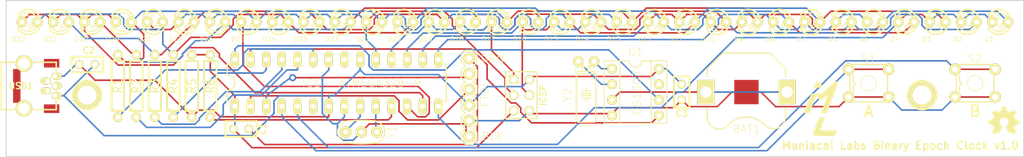
<source format=kicad_pcb>
(kicad_pcb (version 3) (host pcbnew "(2013-05-31 BZR 4019)-stable")

  (general
    (links 113)
    (no_connects 0)
    (area 23.031305 37.008999 190.352256 77.588101)
    (thickness 1.6)
    (drawings 7)
    (tracks 481)
    (zones 0)
    (modules 55)
    (nets 33)
  )

  (page A3)
  (layers
    (15 F.Cu signal)
    (0 B.Cu signal hide)
    (16 B.Adhes user)
    (17 F.Adhes user)
    (18 B.Paste user)
    (19 F.Paste user)
    (20 B.SilkS user)
    (21 F.SilkS user)
    (22 B.Mask user)
    (23 F.Mask user)
    (24 Dwgs.User user)
    (25 Cmts.User user)
    (26 Eco1.User user)
    (27 Eco2.User user)
    (28 Edge.Cuts user)
  )

  (setup
    (last_trace_width 0.254)
    (trace_clearance 0.254)
    (zone_clearance 0.508)
    (zone_45_only no)
    (trace_min 0.254)
    (segment_width 0.2)
    (edge_width 0.15)
    (via_size 0.889)
    (via_drill 0.635)
    (via_min_size 0.889)
    (via_min_drill 0.635)
    (uvia_size 0.508)
    (uvia_drill 0.127)
    (uvias_allowed no)
    (uvia_min_size 0.508)
    (uvia_min_drill 0.127)
    (pcb_text_width 0.3)
    (pcb_text_size 1 1)
    (mod_edge_width 0.15)
    (mod_text_size 1 1)
    (mod_text_width 0.15)
    (pad_size 3.9624 3.9624)
    (pad_drill 0)
    (pad_to_mask_clearance 0)
    (aux_axis_origin 0 0)
    (visible_elements 7FFFF3FF)
    (pcbplotparams
      (layerselection 283148289)
      (usegerberextensions true)
      (excludeedgelayer true)
      (linewidth 0.150000)
      (plotframeref false)
      (viasonmask false)
      (mode 1)
      (useauxorigin false)
      (hpglpennumber 1)
      (hpglpenspeed 20)
      (hpglpendiameter 15)
      (hpglpenoverlay 2)
      (psnegative false)
      (psa4output false)
      (plotreference true)
      (plotvalue true)
      (plotothertext true)
      (plotinvisibletext false)
      (padsonsilk false)
      (subtractmaskfromsilk false)
      (outputformat 1)
      (mirror false)
      (drillshape 0)
      (scaleselection 1)
      (outputdirectory gerber/))
  )

  (net 0 "")
  (net 1 5VCC)
  (net 2 GND)
  (net 3 MISO)
  (net 4 MOSI)
  (net 5 N-000001)
  (net 6 N-0000012)
  (net 7 N-0000014)
  (net 8 N-0000021)
  (net 9 N-0000022)
  (net 10 N-0000023)
  (net 11 N-0000024)
  (net 12 N-0000025)
  (net 13 N-0000026)
  (net 14 N-0000028)
  (net 15 N-0000029)
  (net 16 N-0000031)
  (net 17 N-0000032)
  (net 18 N-000004)
  (net 19 N-0000040)
  (net 20 N-0000041)
  (net 21 N-000005)
  (net 22 N-000008)
  (net 23 PD2)
  (net 24 PD3)
  (net 25 RST)
  (net 26 RXI)
  (net 27 SCK)
  (net 28 SCL)
  (net 29 SDA)
  (net 30 TOSC1)
  (net 31 TOSC2)
  (net 32 TX0)

  (net_class Default "This is the default net class."
    (clearance 0.254)
    (trace_width 0.254)
    (via_dia 0.889)
    (via_drill 0.635)
    (uvia_dia 0.508)
    (uvia_drill 0.127)
    (add_net "")
    (add_net 5VCC)
    (add_net GND)
    (add_net MISO)
    (add_net MOSI)
    (add_net N-000001)
    (add_net N-0000012)
    (add_net N-0000014)
    (add_net N-0000021)
    (add_net N-0000022)
    (add_net N-0000023)
    (add_net N-0000024)
    (add_net N-0000025)
    (add_net N-0000026)
    (add_net N-0000028)
    (add_net N-0000029)
    (add_net N-0000031)
    (add_net N-0000032)
    (add_net N-000004)
    (add_net N-0000040)
    (add_net N-0000041)
    (add_net N-000005)
    (add_net N-000008)
    (add_net PD2)
    (add_net PD3)
    (add_net RST)
    (add_net SCK)
    (add_net SCL)
    (add_net SDA)
    (add_net TOSC1)
    (add_net TOSC2)
    (add_net TX0)
  )

  (net_class TestVia ""
    (clearance 0.254)
    (trace_width 0.254)
    (via_dia 1.143)
    (via_drill 0.635)
    (uvia_dia 0.508)
    (uvia_drill 0.127)
    (add_net RXI)
  )

  (module R4 (layer F.Cu) (tedit 514A4318) (tstamp 51464D53)
    (at 54.5 51 90)
    (descr "Resitance 4 pas")
    (tags R)
    (path /5146536A)
    (autoplace_cost180 10)
    (fp_text reference R5 (at 0 0 90) (layer F.SilkS)
      (effects (font (size 1.397 1.27) (thickness 0.2032)))
    )
    (fp_text value 10K (at 0 0 90) (layer F.SilkS) hide
      (effects (font (size 1.397 1.27) (thickness 0.2032)))
    )
    (fp_line (start -5.08 0) (end -4.064 0) (layer F.SilkS) (width 0.3048))
    (fp_line (start -4.064 0) (end -4.064 -1.016) (layer F.SilkS) (width 0.3048))
    (fp_line (start -4.064 -1.016) (end 4.064 -1.016) (layer F.SilkS) (width 0.3048))
    (fp_line (start 4.064 -1.016) (end 4.064 1.016) (layer F.SilkS) (width 0.3048))
    (fp_line (start 4.064 1.016) (end -4.064 1.016) (layer F.SilkS) (width 0.3048))
    (fp_line (start -4.064 1.016) (end -4.064 0) (layer F.SilkS) (width 0.3048))
    (fp_line (start -4.064 -0.508) (end -3.556 -1.016) (layer F.SilkS) (width 0.3048))
    (fp_line (start 5.08 0) (end 4.064 0) (layer F.SilkS) (width 0.3048))
    (pad 1 thru_hole circle (at -5.08 0 90) (size 1.524 1.524) (drill 0.812799)
      (layers *.Cu *.Mask F.SilkS)
      (net 1 5VCC)
    )
    (pad 2 thru_hole circle (at 5.08 0 90) (size 1.524 1.524) (drill 0.812799)
      (layers *.Cu *.Mask F.SilkS)
      (net 25 RST)
    )
    (model discret/resistor.wrl
      (at (xyz 0 0 0))
      (scale (xyz 0.4 0.4 0.4))
      (rotate (xyz 0 0 0))
    )
  )

  (module R4 (layer F.Cu) (tedit 200000) (tstamp 51464D44)
    (at 51.5 51 90)
    (descr "Resitance 4 pas")
    (tags R)
    (path /51464DEF)
    (autoplace_cost180 10)
    (fp_text reference R4 (at 0 0 90) (layer F.SilkS)
      (effects (font (size 1.397 1.27) (thickness 0.2032)))
    )
    (fp_text value 330 (at 0 0 90) (layer F.SilkS) hide
      (effects (font (size 1.397 1.27) (thickness 0.2032)))
    )
    (fp_line (start -5.08 0) (end -4.064 0) (layer F.SilkS) (width 0.3048))
    (fp_line (start -4.064 0) (end -4.064 -1.016) (layer F.SilkS) (width 0.3048))
    (fp_line (start -4.064 -1.016) (end 4.064 -1.016) (layer F.SilkS) (width 0.3048))
    (fp_line (start 4.064 -1.016) (end 4.064 1.016) (layer F.SilkS) (width 0.3048))
    (fp_line (start 4.064 1.016) (end -4.064 1.016) (layer F.SilkS) (width 0.3048))
    (fp_line (start -4.064 1.016) (end -4.064 0) (layer F.SilkS) (width 0.3048))
    (fp_line (start -4.064 -0.508) (end -3.556 -1.016) (layer F.SilkS) (width 0.3048))
    (fp_line (start 5.08 0) (end 4.064 0) (layer F.SilkS) (width 0.3048))
    (pad 1 thru_hole circle (at -5.08 0 90) (size 1.524 1.524) (drill 0.812799)
      (layers *.Cu *.Mask F.SilkS)
      (net 19 N-0000040)
    )
    (pad 2 thru_hole circle (at 5.08 0 90) (size 1.524 1.524) (drill 0.812799)
      (layers *.Cu *.Mask F.SilkS)
      (net 10 N-0000023)
    )
    (model discret/resistor.wrl
      (at (xyz 0 0 0))
      (scale (xyz 0.4 0.4 0.4))
      (rotate (xyz 0 0 0))
    )
  )

  (module R4 (layer F.Cu) (tedit 200000) (tstamp 51464D35)
    (at 48.5 51 90)
    (descr "Resitance 4 pas")
    (tags R)
    (path /51464DE9)
    (autoplace_cost180 10)
    (fp_text reference R3 (at 0 0 90) (layer F.SilkS)
      (effects (font (size 1.397 1.27) (thickness 0.2032)))
    )
    (fp_text value 330 (at 0 0 90) (layer F.SilkS) hide
      (effects (font (size 1.397 1.27) (thickness 0.2032)))
    )
    (fp_line (start -5.08 0) (end -4.064 0) (layer F.SilkS) (width 0.3048))
    (fp_line (start -4.064 0) (end -4.064 -1.016) (layer F.SilkS) (width 0.3048))
    (fp_line (start -4.064 -1.016) (end 4.064 -1.016) (layer F.SilkS) (width 0.3048))
    (fp_line (start 4.064 -1.016) (end 4.064 1.016) (layer F.SilkS) (width 0.3048))
    (fp_line (start 4.064 1.016) (end -4.064 1.016) (layer F.SilkS) (width 0.3048))
    (fp_line (start -4.064 1.016) (end -4.064 0) (layer F.SilkS) (width 0.3048))
    (fp_line (start -4.064 -0.508) (end -3.556 -1.016) (layer F.SilkS) (width 0.3048))
    (fp_line (start 5.08 0) (end 4.064 0) (layer F.SilkS) (width 0.3048))
    (pad 1 thru_hole circle (at -5.08 0 90) (size 1.524 1.524) (drill 0.812799)
      (layers *.Cu *.Mask F.SilkS)
      (net 20 N-0000041)
    )
    (pad 2 thru_hole circle (at 5.08 0 90) (size 1.524 1.524) (drill 0.812799)
      (layers *.Cu *.Mask F.SilkS)
      (net 9 N-0000022)
    )
    (model discret/resistor.wrl
      (at (xyz 0 0 0))
      (scale (xyz 0.4 0.4 0.4))
      (rotate (xyz 0 0 0))
    )
  )

  (module R4 (layer F.Cu) (tedit 200000) (tstamp 51464D26)
    (at 45.5 51 90)
    (descr "Resitance 4 pas")
    (tags R)
    (path /51464DE3)
    (autoplace_cost180 10)
    (fp_text reference R2 (at 0 0 90) (layer F.SilkS)
      (effects (font (size 1.397 1.27) (thickness 0.2032)))
    )
    (fp_text value 330 (at 0 0 90) (layer F.SilkS) hide
      (effects (font (size 1.397 1.27) (thickness 0.2032)))
    )
    (fp_line (start -5.08 0) (end -4.064 0) (layer F.SilkS) (width 0.3048))
    (fp_line (start -4.064 0) (end -4.064 -1.016) (layer F.SilkS) (width 0.3048))
    (fp_line (start -4.064 -1.016) (end 4.064 -1.016) (layer F.SilkS) (width 0.3048))
    (fp_line (start 4.064 -1.016) (end 4.064 1.016) (layer F.SilkS) (width 0.3048))
    (fp_line (start 4.064 1.016) (end -4.064 1.016) (layer F.SilkS) (width 0.3048))
    (fp_line (start -4.064 1.016) (end -4.064 0) (layer F.SilkS) (width 0.3048))
    (fp_line (start -4.064 -0.508) (end -3.556 -1.016) (layer F.SilkS) (width 0.3048))
    (fp_line (start 5.08 0) (end 4.064 0) (layer F.SilkS) (width 0.3048))
    (pad 1 thru_hole circle (at -5.08 0 90) (size 1.524 1.524) (drill 0.812799)
      (layers *.Cu *.Mask F.SilkS)
      (net 14 N-0000028)
    )
    (pad 2 thru_hole circle (at 5.08 0 90) (size 1.524 1.524) (drill 0.812799)
      (layers *.Cu *.Mask F.SilkS)
      (net 8 N-0000021)
    )
    (model discret/resistor.wrl
      (at (xyz 0 0 0))
      (scale (xyz 0.4 0.4 0.4))
      (rotate (xyz 0 0 0))
    )
  )

  (module R4 (layer F.Cu) (tedit 200000) (tstamp 51464D17)
    (at 42.5 51 90)
    (descr "Resitance 4 pas")
    (tags R)
    (path /51464D44)
    (autoplace_cost180 10)
    (fp_text reference R1 (at 0 0 90) (layer F.SilkS)
      (effects (font (size 1.397 1.27) (thickness 0.2032)))
    )
    (fp_text value 330 (at 0 0 90) (layer F.SilkS) hide
      (effects (font (size 1.397 1.27) (thickness 0.2032)))
    )
    (fp_line (start -5.08 0) (end -4.064 0) (layer F.SilkS) (width 0.3048))
    (fp_line (start -4.064 0) (end -4.064 -1.016) (layer F.SilkS) (width 0.3048))
    (fp_line (start -4.064 -1.016) (end 4.064 -1.016) (layer F.SilkS) (width 0.3048))
    (fp_line (start 4.064 -1.016) (end 4.064 1.016) (layer F.SilkS) (width 0.3048))
    (fp_line (start 4.064 1.016) (end -4.064 1.016) (layer F.SilkS) (width 0.3048))
    (fp_line (start -4.064 1.016) (end -4.064 0) (layer F.SilkS) (width 0.3048))
    (fp_line (start -4.064 -0.508) (end -3.556 -1.016) (layer F.SilkS) (width 0.3048))
    (fp_line (start 5.08 0) (end 4.064 0) (layer F.SilkS) (width 0.3048))
    (pad 1 thru_hole circle (at -5.08 0 90) (size 1.524 1.524) (drill 0.812799)
      (layers *.Cu *.Mask F.SilkS)
      (net 15 N-0000029)
    )
    (pad 2 thru_hole circle (at 5.08 0 90) (size 1.524 1.524) (drill 0.812799)
      (layers *.Cu *.Mask F.SilkS)
      (net 7 N-0000014)
    )
    (model discret/resistor.wrl
      (at (xyz 0 0 0))
      (scale (xyz 0.4 0.4 0.4))
      (rotate (xyz 0 0 0))
    )
  )

  (module pin_array_3x2   placed (layer F.Cu) (tedit 5172FF8B) (tstamp 51464D08)
    (at 108 52.5 270)
    (descr "Double rangee de contacts 2 x 4 pins")
    (tags CONN)
    (path /514640A1)
    (fp_text reference P1 (at 0 -3.81 270) (layer F.SilkS) hide
      (effects (font (size 1.016 1.016) (thickness 0.2032)))
    )
    (fp_text value ICSP (at 0 -3.5 270) (layer F.SilkS)
      (effects (font (size 1.016 1.016) (thickness 0.2032)))
    )
    (fp_line (start 3.81 2.54) (end -3.81 2.54) (layer F.SilkS) (width 0.2032))
    (fp_line (start -3.81 -2.54) (end 3.81 -2.54) (layer F.SilkS) (width 0.2032))
    (fp_line (start 3.81 -2.54) (end 3.81 2.54) (layer F.SilkS) (width 0.2032))
    (fp_line (start -3.81 2.54) (end -3.81 -2.54) (layer F.SilkS) (width 0.2032))
    (pad 1 thru_hole rect (at -2.54 1.27 270) (size 1.524 1.524) (drill 1.016)
      (layers *.Cu *.Mask F.SilkS)
      (net 3 MISO)
    )
    (pad 2 thru_hole circle (at -2.54 -1.27 270) (size 1.524 1.524) (drill 1.016)
      (layers *.Cu *.Mask F.SilkS)
      (net 1 5VCC)
    )
    (pad 3 thru_hole circle (at 0 1.27 270) (size 1.524 1.524) (drill 1.016)
      (layers *.Cu *.Mask F.SilkS)
      (net 27 SCK)
    )
    (pad 4 thru_hole circle (at 0 -1.27 270) (size 1.524 1.524) (drill 1.016)
      (layers *.Cu *.Mask F.SilkS)
      (net 4 MOSI)
    )
    (pad 5 thru_hole circle (at 2.54 1.27 270) (size 1.524 1.524) (drill 1.016)
      (layers *.Cu *.Mask F.SilkS)
      (net 25 RST)
    )
    (pad 6 thru_hole circle (at 2.54 -1.27 270) (size 1.524 1.524) (drill 1.016)
      (layers *.Cu *.Mask F.SilkS)
      (net 2 GND)
    )
    (model pin_array/pins_array_3x2.wrl
      (at (xyz 0 0 0))
      (scale (xyz 1 1 1))
      (rotate (xyz 0 0 0))
    )
  )

  (module LED-3MM (layer F.Cu) (tedit 51730C3A) (tstamp 51464CE9)
    (at 160.28 40.584 180)
    (descr "LED 3mm - Lead pitch 100mil (2,54mm)")
    (tags "LED led 3mm 3MM 100mil 2,54mm")
    (path /513CF0EB)
    (fp_text reference D6 (at 1.778 -2.794 180) (layer F.SilkS)
      (effects (font (size 0.762 0.762) (thickness 0.0889)))
    )
    (fp_text value LED (at 0 2.54 180) (layer F.SilkS) hide
      (effects (font (size 0.762 0.762) (thickness 0.0889)))
    )
    (fp_line (start 1.8288 1.27) (end 1.8288 -1.27) (layer F.SilkS) (width 0.254))
    (fp_arc (start 0.254 0) (end -1.27 0) (angle 39.8) (layer F.SilkS) (width 0.1524))
    (fp_arc (start 0.254 0) (end -0.88392 1.01092) (angle 41.6) (layer F.SilkS) (width 0.1524))
    (fp_arc (start 0.254 0) (end 1.4097 -0.9906) (angle 40.6) (layer F.SilkS) (width 0.1524))
    (fp_arc (start 0.254 0) (end 1.778 0) (angle 39.8) (layer F.SilkS) (width 0.1524))
    (fp_arc (start 0.254 0) (end 0.254 -1.524) (angle 54.4) (layer F.SilkS) (width 0.1524))
    (fp_arc (start 0.254 0) (end -0.9652 -0.9144) (angle 53.1) (layer F.SilkS) (width 0.1524))
    (fp_arc (start 0.254 0) (end 1.45542 0.93472) (angle 52.1) (layer F.SilkS) (width 0.1524))
    (fp_arc (start 0.254 0) (end 0.254 1.524) (angle 52.1) (layer F.SilkS) (width 0.1524))
    (fp_arc (start 0.254 0) (end -0.381 0) (angle 90) (layer F.SilkS) (width 0.1524))
    (fp_arc (start 0.254 0) (end -0.762 0) (angle 90) (layer F.SilkS) (width 0.1524))
    (fp_arc (start 0.254 0) (end 0.889 0) (angle 90) (layer F.SilkS) (width 0.1524))
    (fp_arc (start 0.254 0) (end 1.27 0) (angle 90) (layer F.SilkS) (width 0.1524))
    (fp_arc (start 0.254 0) (end 0.254 -2.032) (angle 50.1) (layer F.SilkS) (width 0.254))
    (fp_arc (start 0.254 0) (end -1.5367 -0.95504) (angle 61.9) (layer F.SilkS) (width 0.254))
    (fp_arc (start 0.254 0) (end 1.8034 1.31064) (angle 49.7) (layer F.SilkS) (width 0.254))
    (fp_arc (start 0.254 0) (end 0.254 2.032) (angle 60.2) (layer F.SilkS) (width 0.254))
    (fp_arc (start 0.254 0) (end -1.778 0) (angle 28.3) (layer F.SilkS) (width 0.254))
    (fp_arc (start 0.254 0) (end -1.47574 1.06426) (angle 31.6) (layer F.SilkS) (width 0.254))
    (pad 1 thru_hole circle (at -1.27 0 180) (size 1.6764 1.6764) (drill 0.812799)
      (layers *.Cu *.Mask F.SilkS)
      (net 8 N-0000021)
    )
    (pad 2 thru_hole circle (at 1.27 0 180) (size 1.6764 1.6764) (drill 0.812799)
      (layers *.Cu *.Mask F.SilkS)
      (net 16 N-0000031)
    )
    (model discret/leds/led3_vertical_verde.wrl
      (at (xyz 0 0 0))
      (scale (xyz 1 1 1))
      (rotate (xyz 0 0 0))
    )
  )

  (module LED-3MM (layer F.Cu) (tedit 51730C47) (tstamp 51464CCF)
    (at 145.04 40.584 180)
    (descr "LED 3mm - Lead pitch 100mil (2,54mm)")
    (tags "LED led 3mm 3MM 100mil 2,54mm")
    (path /5146105C)
    (fp_text reference D9 (at 1.778 -2.794 180) (layer F.SilkS)
      (effects (font (size 0.762 0.762) (thickness 0.0889)))
    )
    (fp_text value LED (at 0 2.54 180) (layer F.SilkS) hide
      (effects (font (size 0.762 0.762) (thickness 0.0889)))
    )
    (fp_line (start 1.8288 1.27) (end 1.8288 -1.27) (layer F.SilkS) (width 0.254))
    (fp_arc (start 0.254 0) (end -1.27 0) (angle 39.8) (layer F.SilkS) (width 0.1524))
    (fp_arc (start 0.254 0) (end -0.88392 1.01092) (angle 41.6) (layer F.SilkS) (width 0.1524))
    (fp_arc (start 0.254 0) (end 1.4097 -0.9906) (angle 40.6) (layer F.SilkS) (width 0.1524))
    (fp_arc (start 0.254 0) (end 1.778 0) (angle 39.8) (layer F.SilkS) (width 0.1524))
    (fp_arc (start 0.254 0) (end 0.254 -1.524) (angle 54.4) (layer F.SilkS) (width 0.1524))
    (fp_arc (start 0.254 0) (end -0.9652 -0.9144) (angle 53.1) (layer F.SilkS) (width 0.1524))
    (fp_arc (start 0.254 0) (end 1.45542 0.93472) (angle 52.1) (layer F.SilkS) (width 0.1524))
    (fp_arc (start 0.254 0) (end 0.254 1.524) (angle 52.1) (layer F.SilkS) (width 0.1524))
    (fp_arc (start 0.254 0) (end -0.381 0) (angle 90) (layer F.SilkS) (width 0.1524))
    (fp_arc (start 0.254 0) (end -0.762 0) (angle 90) (layer F.SilkS) (width 0.1524))
    (fp_arc (start 0.254 0) (end 0.889 0) (angle 90) (layer F.SilkS) (width 0.1524))
    (fp_arc (start 0.254 0) (end 1.27 0) (angle 90) (layer F.SilkS) (width 0.1524))
    (fp_arc (start 0.254 0) (end 0.254 -2.032) (angle 50.1) (layer F.SilkS) (width 0.254))
    (fp_arc (start 0.254 0) (end -1.5367 -0.95504) (angle 61.9) (layer F.SilkS) (width 0.254))
    (fp_arc (start 0.254 0) (end 1.8034 1.31064) (angle 49.7) (layer F.SilkS) (width 0.254))
    (fp_arc (start 0.254 0) (end 0.254 2.032) (angle 60.2) (layer F.SilkS) (width 0.254))
    (fp_arc (start 0.254 0) (end -1.778 0) (angle 28.3) (layer F.SilkS) (width 0.254))
    (fp_arc (start 0.254 0) (end -1.47574 1.06426) (angle 31.6) (layer F.SilkS) (width 0.254))
    (pad 1 thru_hole circle (at -1.27 0 180) (size 1.6764 1.6764) (drill 0.812799)
      (layers *.Cu *.Mask F.SilkS)
      (net 7 N-0000014)
    )
    (pad 2 thru_hole circle (at 1.27 0 180) (size 1.6764 1.6764) (drill 0.812799)
      (layers *.Cu *.Mask F.SilkS)
      (net 11 N-0000024)
    )
    (model discret/leds/led3_vertical_verde.wrl
      (at (xyz 0 0 0))
      (scale (xyz 1 1 1))
      (rotate (xyz 0 0 0))
    )
  )

  (module LED-3MM (layer F.Cu) (tedit 51730C98) (tstamp 51464CB5)
    (at 48.52 40.584 180)
    (descr "LED 3mm - Lead pitch 100mil (2,54mm)")
    (tags "LED led 3mm 3MM 100mil 2,54mm")
    (path /5146111A)
    (fp_text reference D28 (at 1.778 -2.794 180) (layer F.SilkS)
      (effects (font (size 0.762 0.762) (thickness 0.0889)))
    )
    (fp_text value LED (at 0 2.54 180) (layer F.SilkS) hide
      (effects (font (size 0.762 0.762) (thickness 0.0889)))
    )
    (fp_line (start 1.8288 1.27) (end 1.8288 -1.27) (layer F.SilkS) (width 0.254))
    (fp_arc (start 0.254 0) (end -1.27 0) (angle 39.8) (layer F.SilkS) (width 0.1524))
    (fp_arc (start 0.254 0) (end -0.88392 1.01092) (angle 41.6) (layer F.SilkS) (width 0.1524))
    (fp_arc (start 0.254 0) (end 1.4097 -0.9906) (angle 40.6) (layer F.SilkS) (width 0.1524))
    (fp_arc (start 0.254 0) (end 1.778 0) (angle 39.8) (layer F.SilkS) (width 0.1524))
    (fp_arc (start 0.254 0) (end 0.254 -1.524) (angle 54.4) (layer F.SilkS) (width 0.1524))
    (fp_arc (start 0.254 0) (end -0.9652 -0.9144) (angle 53.1) (layer F.SilkS) (width 0.1524))
    (fp_arc (start 0.254 0) (end 1.45542 0.93472) (angle 52.1) (layer F.SilkS) (width 0.1524))
    (fp_arc (start 0.254 0) (end 0.254 1.524) (angle 52.1) (layer F.SilkS) (width 0.1524))
    (fp_arc (start 0.254 0) (end -0.381 0) (angle 90) (layer F.SilkS) (width 0.1524))
    (fp_arc (start 0.254 0) (end -0.762 0) (angle 90) (layer F.SilkS) (width 0.1524))
    (fp_arc (start 0.254 0) (end 0.889 0) (angle 90) (layer F.SilkS) (width 0.1524))
    (fp_arc (start 0.254 0) (end 1.27 0) (angle 90) (layer F.SilkS) (width 0.1524))
    (fp_arc (start 0.254 0) (end 0.254 -2.032) (angle 50.1) (layer F.SilkS) (width 0.254))
    (fp_arc (start 0.254 0) (end -1.5367 -0.95504) (angle 61.9) (layer F.SilkS) (width 0.254))
    (fp_arc (start 0.254 0) (end 1.8034 1.31064) (angle 49.7) (layer F.SilkS) (width 0.254))
    (fp_arc (start 0.254 0) (end 0.254 2.032) (angle 60.2) (layer F.SilkS) (width 0.254))
    (fp_arc (start 0.254 0) (end -1.778 0) (angle 28.3) (layer F.SilkS) (width 0.254))
    (fp_arc (start 0.254 0) (end -1.47574 1.06426) (angle 31.6) (layer F.SilkS) (width 0.254))
    (pad 1 thru_hole circle (at -1.27 0 180) (size 1.6764 1.6764) (drill 0.812799)
      (layers *.Cu *.Mask F.SilkS)
      (net 10 N-0000023)
    )
    (pad 2 thru_hole circle (at 1.27 0 180) (size 1.6764 1.6764) (drill 0.812799)
      (layers *.Cu *.Mask F.SilkS)
      (net 13 N-0000026)
    )
    (model discret/leds/led3_vertical_verde.wrl
      (at (xyz 0 0 0))
      (scale (xyz 1 1 1))
      (rotate (xyz 0 0 0))
    )
  )

  (module LED-3MM (layer F.Cu) (tedit 51730C9A) (tstamp 51464C9B)
    (at 43.44 40.584 180)
    (descr "LED 3mm - Lead pitch 100mil (2,54mm)")
    (tags "LED led 3mm 3MM 100mil 2,54mm")
    (path /51461125)
    (fp_text reference D29 (at 1.778 -2.794 180) (layer F.SilkS)
      (effects (font (size 0.762 0.762) (thickness 0.0889)))
    )
    (fp_text value LED (at 0 2.54 180) (layer F.SilkS) hide
      (effects (font (size 0.762 0.762) (thickness 0.0889)))
    )
    (fp_line (start 1.8288 1.27) (end 1.8288 -1.27) (layer F.SilkS) (width 0.254))
    (fp_arc (start 0.254 0) (end -1.27 0) (angle 39.8) (layer F.SilkS) (width 0.1524))
    (fp_arc (start 0.254 0) (end -0.88392 1.01092) (angle 41.6) (layer F.SilkS) (width 0.1524))
    (fp_arc (start 0.254 0) (end 1.4097 -0.9906) (angle 40.6) (layer F.SilkS) (width 0.1524))
    (fp_arc (start 0.254 0) (end 1.778 0) (angle 39.8) (layer F.SilkS) (width 0.1524))
    (fp_arc (start 0.254 0) (end 0.254 -1.524) (angle 54.4) (layer F.SilkS) (width 0.1524))
    (fp_arc (start 0.254 0) (end -0.9652 -0.9144) (angle 53.1) (layer F.SilkS) (width 0.1524))
    (fp_arc (start 0.254 0) (end 1.45542 0.93472) (angle 52.1) (layer F.SilkS) (width 0.1524))
    (fp_arc (start 0.254 0) (end 0.254 1.524) (angle 52.1) (layer F.SilkS) (width 0.1524))
    (fp_arc (start 0.254 0) (end -0.381 0) (angle 90) (layer F.SilkS) (width 0.1524))
    (fp_arc (start 0.254 0) (end -0.762 0) (angle 90) (layer F.SilkS) (width 0.1524))
    (fp_arc (start 0.254 0) (end 0.889 0) (angle 90) (layer F.SilkS) (width 0.1524))
    (fp_arc (start 0.254 0) (end 1.27 0) (angle 90) (layer F.SilkS) (width 0.1524))
    (fp_arc (start 0.254 0) (end 0.254 -2.032) (angle 50.1) (layer F.SilkS) (width 0.254))
    (fp_arc (start 0.254 0) (end -1.5367 -0.95504) (angle 61.9) (layer F.SilkS) (width 0.254))
    (fp_arc (start 0.254 0) (end 1.8034 1.31064) (angle 49.7) (layer F.SilkS) (width 0.254))
    (fp_arc (start 0.254 0) (end 0.254 2.032) (angle 60.2) (layer F.SilkS) (width 0.254))
    (fp_arc (start 0.254 0) (end -1.778 0) (angle 28.3) (layer F.SilkS) (width 0.254))
    (fp_arc (start 0.254 0) (end -1.47574 1.06426) (angle 31.6) (layer F.SilkS) (width 0.254))
    (pad 1 thru_hole circle (at -1.27 0 180) (size 1.6764 1.6764) (drill 0.812799)
      (layers *.Cu *.Mask F.SilkS)
      (net 7 N-0000014)
    )
    (pad 2 thru_hole circle (at 1.27 0 180) (size 1.6764 1.6764) (drill 0.812799)
      (layers *.Cu *.Mask F.SilkS)
      (net 12 N-0000025)
    )
    (model discret/leds/led3_vertical_verde.wrl
      (at (xyz 0 0 0))
      (scale (xyz 1 1 1))
      (rotate (xyz 0 0 0))
    )
  )

  (module LED-3MM (layer F.Cu) (tedit 51730C9D) (tstamp 51464C81)
    (at 38.36 40.584 180)
    (descr "LED 3mm - Lead pitch 100mil (2,54mm)")
    (tags "LED led 3mm 3MM 100mil 2,54mm")
    (path /5146112B)
    (fp_text reference D30 (at 1.778 -2.794 180) (layer F.SilkS)
      (effects (font (size 0.762 0.762) (thickness 0.0889)))
    )
    (fp_text value LED (at 0 2.54 180) (layer F.SilkS) hide
      (effects (font (size 0.762 0.762) (thickness 0.0889)))
    )
    (fp_line (start 1.8288 1.27) (end 1.8288 -1.27) (layer F.SilkS) (width 0.254))
    (fp_arc (start 0.254 0) (end -1.27 0) (angle 39.8) (layer F.SilkS) (width 0.1524))
    (fp_arc (start 0.254 0) (end -0.88392 1.01092) (angle 41.6) (layer F.SilkS) (width 0.1524))
    (fp_arc (start 0.254 0) (end 1.4097 -0.9906) (angle 40.6) (layer F.SilkS) (width 0.1524))
    (fp_arc (start 0.254 0) (end 1.778 0) (angle 39.8) (layer F.SilkS) (width 0.1524))
    (fp_arc (start 0.254 0) (end 0.254 -1.524) (angle 54.4) (layer F.SilkS) (width 0.1524))
    (fp_arc (start 0.254 0) (end -0.9652 -0.9144) (angle 53.1) (layer F.SilkS) (width 0.1524))
    (fp_arc (start 0.254 0) (end 1.45542 0.93472) (angle 52.1) (layer F.SilkS) (width 0.1524))
    (fp_arc (start 0.254 0) (end 0.254 1.524) (angle 52.1) (layer F.SilkS) (width 0.1524))
    (fp_arc (start 0.254 0) (end -0.381 0) (angle 90) (layer F.SilkS) (width 0.1524))
    (fp_arc (start 0.254 0) (end -0.762 0) (angle 90) (layer F.SilkS) (width 0.1524))
    (fp_arc (start 0.254 0) (end 0.889 0) (angle 90) (layer F.SilkS) (width 0.1524))
    (fp_arc (start 0.254 0) (end 1.27 0) (angle 90) (layer F.SilkS) (width 0.1524))
    (fp_arc (start 0.254 0) (end 0.254 -2.032) (angle 50.1) (layer F.SilkS) (width 0.254))
    (fp_arc (start 0.254 0) (end -1.5367 -0.95504) (angle 61.9) (layer F.SilkS) (width 0.254))
    (fp_arc (start 0.254 0) (end 1.8034 1.31064) (angle 49.7) (layer F.SilkS) (width 0.254))
    (fp_arc (start 0.254 0) (end 0.254 2.032) (angle 60.2) (layer F.SilkS) (width 0.254))
    (fp_arc (start 0.254 0) (end -1.778 0) (angle 28.3) (layer F.SilkS) (width 0.254))
    (fp_arc (start 0.254 0) (end -1.47574 1.06426) (angle 31.6) (layer F.SilkS) (width 0.254))
    (pad 1 thru_hole circle (at -1.27 0 180) (size 1.6764 1.6764) (drill 0.812799)
      (layers *.Cu *.Mask F.SilkS)
      (net 8 N-0000021)
    )
    (pad 2 thru_hole circle (at 1.27 0 180) (size 1.6764 1.6764) (drill 0.812799)
      (layers *.Cu *.Mask F.SilkS)
      (net 12 N-0000025)
    )
    (model discret/leds/led3_vertical_verde.wrl
      (at (xyz 0 0 0))
      (scale (xyz 1 1 1))
      (rotate (xyz 0 0 0))
    )
  )

  (module LED-3MM (layer F.Cu) (tedit 51730CA0) (tstamp 51464C67)
    (at 33.28 40.584 180)
    (descr "LED 3mm - Lead pitch 100mil (2,54mm)")
    (tags "LED led 3mm 3MM 100mil 2,54mm")
    (path /51461131)
    (fp_text reference D31 (at 1.778 -2.794 180) (layer F.SilkS)
      (effects (font (size 0.762 0.762) (thickness 0.0889)))
    )
    (fp_text value LED (at 0 2.54 180) (layer F.SilkS) hide
      (effects (font (size 0.762 0.762) (thickness 0.0889)))
    )
    (fp_line (start 1.8288 1.27) (end 1.8288 -1.27) (layer F.SilkS) (width 0.254))
    (fp_arc (start 0.254 0) (end -1.27 0) (angle 39.8) (layer F.SilkS) (width 0.1524))
    (fp_arc (start 0.254 0) (end -0.88392 1.01092) (angle 41.6) (layer F.SilkS) (width 0.1524))
    (fp_arc (start 0.254 0) (end 1.4097 -0.9906) (angle 40.6) (layer F.SilkS) (width 0.1524))
    (fp_arc (start 0.254 0) (end 1.778 0) (angle 39.8) (layer F.SilkS) (width 0.1524))
    (fp_arc (start 0.254 0) (end 0.254 -1.524) (angle 54.4) (layer F.SilkS) (width 0.1524))
    (fp_arc (start 0.254 0) (end -0.9652 -0.9144) (angle 53.1) (layer F.SilkS) (width 0.1524))
    (fp_arc (start 0.254 0) (end 1.45542 0.93472) (angle 52.1) (layer F.SilkS) (width 0.1524))
    (fp_arc (start 0.254 0) (end 0.254 1.524) (angle 52.1) (layer F.SilkS) (width 0.1524))
    (fp_arc (start 0.254 0) (end -0.381 0) (angle 90) (layer F.SilkS) (width 0.1524))
    (fp_arc (start 0.254 0) (end -0.762 0) (angle 90) (layer F.SilkS) (width 0.1524))
    (fp_arc (start 0.254 0) (end 0.889 0) (angle 90) (layer F.SilkS) (width 0.1524))
    (fp_arc (start 0.254 0) (end 1.27 0) (angle 90) (layer F.SilkS) (width 0.1524))
    (fp_arc (start 0.254 0) (end 0.254 -2.032) (angle 50.1) (layer F.SilkS) (width 0.254))
    (fp_arc (start 0.254 0) (end -1.5367 -0.95504) (angle 61.9) (layer F.SilkS) (width 0.254))
    (fp_arc (start 0.254 0) (end 1.8034 1.31064) (angle 49.7) (layer F.SilkS) (width 0.254))
    (fp_arc (start 0.254 0) (end 0.254 2.032) (angle 60.2) (layer F.SilkS) (width 0.254))
    (fp_arc (start 0.254 0) (end -1.778 0) (angle 28.3) (layer F.SilkS) (width 0.254))
    (fp_arc (start 0.254 0) (end -1.47574 1.06426) (angle 31.6) (layer F.SilkS) (width 0.254))
    (pad 1 thru_hole circle (at -1.27 0 180) (size 1.6764 1.6764) (drill 0.812799)
      (layers *.Cu *.Mask F.SilkS)
      (net 9 N-0000022)
    )
    (pad 2 thru_hole circle (at 1.27 0 180) (size 1.6764 1.6764) (drill 0.812799)
      (layers *.Cu *.Mask F.SilkS)
      (net 12 N-0000025)
    )
    (model discret/leds/led3_vertical_verde.wrl
      (at (xyz 0 0 0))
      (scale (xyz 1 1 1))
      (rotate (xyz 0 0 0))
    )
  )

  (module LED-3MM (layer F.Cu) (tedit 51730CA3) (tstamp 51464C4D)
    (at 28.2 40.584 180)
    (descr "LED 3mm - Lead pitch 100mil (2,54mm)")
    (tags "LED led 3mm 3MM 100mil 2,54mm")
    (path /51461137)
    (fp_text reference D32 (at 1.778 -2.794 180) (layer F.SilkS)
      (effects (font (size 0.762 0.762) (thickness 0.0889)))
    )
    (fp_text value LED (at 0 2.54 180) (layer F.SilkS) hide
      (effects (font (size 0.762 0.762) (thickness 0.0889)))
    )
    (fp_line (start 1.8288 1.27) (end 1.8288 -1.27) (layer F.SilkS) (width 0.254))
    (fp_arc (start 0.254 0) (end -1.27 0) (angle 39.8) (layer F.SilkS) (width 0.1524))
    (fp_arc (start 0.254 0) (end -0.88392 1.01092) (angle 41.6) (layer F.SilkS) (width 0.1524))
    (fp_arc (start 0.254 0) (end 1.4097 -0.9906) (angle 40.6) (layer F.SilkS) (width 0.1524))
    (fp_arc (start 0.254 0) (end 1.778 0) (angle 39.8) (layer F.SilkS) (width 0.1524))
    (fp_arc (start 0.254 0) (end 0.254 -1.524) (angle 54.4) (layer F.SilkS) (width 0.1524))
    (fp_arc (start 0.254 0) (end -0.9652 -0.9144) (angle 53.1) (layer F.SilkS) (width 0.1524))
    (fp_arc (start 0.254 0) (end 1.45542 0.93472) (angle 52.1) (layer F.SilkS) (width 0.1524))
    (fp_arc (start 0.254 0) (end 0.254 1.524) (angle 52.1) (layer F.SilkS) (width 0.1524))
    (fp_arc (start 0.254 0) (end -0.381 0) (angle 90) (layer F.SilkS) (width 0.1524))
    (fp_arc (start 0.254 0) (end -0.762 0) (angle 90) (layer F.SilkS) (width 0.1524))
    (fp_arc (start 0.254 0) (end 0.889 0) (angle 90) (layer F.SilkS) (width 0.1524))
    (fp_arc (start 0.254 0) (end 1.27 0) (angle 90) (layer F.SilkS) (width 0.1524))
    (fp_arc (start 0.254 0) (end 0.254 -2.032) (angle 50.1) (layer F.SilkS) (width 0.254))
    (fp_arc (start 0.254 0) (end -1.5367 -0.95504) (angle 61.9) (layer F.SilkS) (width 0.254))
    (fp_arc (start 0.254 0) (end 1.8034 1.31064) (angle 49.7) (layer F.SilkS) (width 0.254))
    (fp_arc (start 0.254 0) (end 0.254 2.032) (angle 60.2) (layer F.SilkS) (width 0.254))
    (fp_arc (start 0.254 0) (end -1.778 0) (angle 28.3) (layer F.SilkS) (width 0.254))
    (fp_arc (start 0.254 0) (end -1.47574 1.06426) (angle 31.6) (layer F.SilkS) (width 0.254))
    (pad 1 thru_hole circle (at -1.27 0 180) (size 1.6764 1.6764) (drill 0.812799)
      (layers *.Cu *.Mask F.SilkS)
      (net 10 N-0000023)
    )
    (pad 2 thru_hole circle (at 1.27 0 180) (size 1.6764 1.6764) (drill 0.812799)
      (layers *.Cu *.Mask F.SilkS)
      (net 12 N-0000025)
    )
    (model discret/leds/led3_vertical_verde.wrl
      (at (xyz 0 0 0))
      (scale (xyz 1 1 1))
      (rotate (xyz 0 0 0))
    )
  )

  (module LED-3MM (layer F.Cu) (tedit 51730C40) (tstamp 51464C33)
    (at 150.12 40.584 180)
    (descr "LED 3mm - Lead pitch 100mil (2,54mm)")
    (tags "LED led 3mm 3MM 100mil 2,54mm")
    (path /513CF0F7)
    (fp_text reference D8 (at 1.778 -2.794 180) (layer F.SilkS)
      (effects (font (size 0.762 0.762) (thickness 0.0889)))
    )
    (fp_text value LED (at 0 2.54 180) (layer F.SilkS) hide
      (effects (font (size 0.762 0.762) (thickness 0.0889)))
    )
    (fp_line (start 1.8288 1.27) (end 1.8288 -1.27) (layer F.SilkS) (width 0.254))
    (fp_arc (start 0.254 0) (end -1.27 0) (angle 39.8) (layer F.SilkS) (width 0.1524))
    (fp_arc (start 0.254 0) (end -0.88392 1.01092) (angle 41.6) (layer F.SilkS) (width 0.1524))
    (fp_arc (start 0.254 0) (end 1.4097 -0.9906) (angle 40.6) (layer F.SilkS) (width 0.1524))
    (fp_arc (start 0.254 0) (end 1.778 0) (angle 39.8) (layer F.SilkS) (width 0.1524))
    (fp_arc (start 0.254 0) (end 0.254 -1.524) (angle 54.4) (layer F.SilkS) (width 0.1524))
    (fp_arc (start 0.254 0) (end -0.9652 -0.9144) (angle 53.1) (layer F.SilkS) (width 0.1524))
    (fp_arc (start 0.254 0) (end 1.45542 0.93472) (angle 52.1) (layer F.SilkS) (width 0.1524))
    (fp_arc (start 0.254 0) (end 0.254 1.524) (angle 52.1) (layer F.SilkS) (width 0.1524))
    (fp_arc (start 0.254 0) (end -0.381 0) (angle 90) (layer F.SilkS) (width 0.1524))
    (fp_arc (start 0.254 0) (end -0.762 0) (angle 90) (layer F.SilkS) (width 0.1524))
    (fp_arc (start 0.254 0) (end 0.889 0) (angle 90) (layer F.SilkS) (width 0.1524))
    (fp_arc (start 0.254 0) (end 1.27 0) (angle 90) (layer F.SilkS) (width 0.1524))
    (fp_arc (start 0.254 0) (end 0.254 -2.032) (angle 50.1) (layer F.SilkS) (width 0.254))
    (fp_arc (start 0.254 0) (end -1.5367 -0.95504) (angle 61.9) (layer F.SilkS) (width 0.254))
    (fp_arc (start 0.254 0) (end 1.8034 1.31064) (angle 49.7) (layer F.SilkS) (width 0.254))
    (fp_arc (start 0.254 0) (end 0.254 2.032) (angle 60.2) (layer F.SilkS) (width 0.254))
    (fp_arc (start 0.254 0) (end -1.778 0) (angle 28.3) (layer F.SilkS) (width 0.254))
    (fp_arc (start 0.254 0) (end -1.47574 1.06426) (angle 31.6) (layer F.SilkS) (width 0.254))
    (pad 1 thru_hole circle (at -1.27 0 180) (size 1.6764 1.6764) (drill 0.812799)
      (layers *.Cu *.Mask F.SilkS)
      (net 10 N-0000023)
    )
    (pad 2 thru_hole circle (at 1.27 0 180) (size 1.6764 1.6764) (drill 0.812799)
      (layers *.Cu *.Mask F.SilkS)
      (net 16 N-0000031)
    )
    (model discret/leds/led3_vertical_verde.wrl
      (at (xyz 0 0 0))
      (scale (xyz 1 1 1))
      (rotate (xyz 0 0 0))
    )
  )

  (module LED-3MM (layer F.Cu) (tedit 51730C3D) (tstamp 51464C19)
    (at 155.2 40.584 180)
    (descr "LED 3mm - Lead pitch 100mil (2,54mm)")
    (tags "LED led 3mm 3MM 100mil 2,54mm")
    (path /513CF0F1)
    (fp_text reference D7 (at 1.778 -2.794 180) (layer F.SilkS)
      (effects (font (size 0.762 0.762) (thickness 0.0889)))
    )
    (fp_text value LED (at 0 2.54 180) (layer F.SilkS) hide
      (effects (font (size 0.762 0.762) (thickness 0.0889)))
    )
    (fp_line (start 1.8288 1.27) (end 1.8288 -1.27) (layer F.SilkS) (width 0.254))
    (fp_arc (start 0.254 0) (end -1.27 0) (angle 39.8) (layer F.SilkS) (width 0.1524))
    (fp_arc (start 0.254 0) (end -0.88392 1.01092) (angle 41.6) (layer F.SilkS) (width 0.1524))
    (fp_arc (start 0.254 0) (end 1.4097 -0.9906) (angle 40.6) (layer F.SilkS) (width 0.1524))
    (fp_arc (start 0.254 0) (end 1.778 0) (angle 39.8) (layer F.SilkS) (width 0.1524))
    (fp_arc (start 0.254 0) (end 0.254 -1.524) (angle 54.4) (layer F.SilkS) (width 0.1524))
    (fp_arc (start 0.254 0) (end -0.9652 -0.9144) (angle 53.1) (layer F.SilkS) (width 0.1524))
    (fp_arc (start 0.254 0) (end 1.45542 0.93472) (angle 52.1) (layer F.SilkS) (width 0.1524))
    (fp_arc (start 0.254 0) (end 0.254 1.524) (angle 52.1) (layer F.SilkS) (width 0.1524))
    (fp_arc (start 0.254 0) (end -0.381 0) (angle 90) (layer F.SilkS) (width 0.1524))
    (fp_arc (start 0.254 0) (end -0.762 0) (angle 90) (layer F.SilkS) (width 0.1524))
    (fp_arc (start 0.254 0) (end 0.889 0) (angle 90) (layer F.SilkS) (width 0.1524))
    (fp_arc (start 0.254 0) (end 1.27 0) (angle 90) (layer F.SilkS) (width 0.1524))
    (fp_arc (start 0.254 0) (end 0.254 -2.032) (angle 50.1) (layer F.SilkS) (width 0.254))
    (fp_arc (start 0.254 0) (end -1.5367 -0.95504) (angle 61.9) (layer F.SilkS) (width 0.254))
    (fp_arc (start 0.254 0) (end 1.8034 1.31064) (angle 49.7) (layer F.SilkS) (width 0.254))
    (fp_arc (start 0.254 0) (end 0.254 2.032) (angle 60.2) (layer F.SilkS) (width 0.254))
    (fp_arc (start 0.254 0) (end -1.778 0) (angle 28.3) (layer F.SilkS) (width 0.254))
    (fp_arc (start 0.254 0) (end -1.47574 1.06426) (angle 31.6) (layer F.SilkS) (width 0.254))
    (pad 1 thru_hole circle (at -1.27 0 180) (size 1.6764 1.6764) (drill 0.812799)
      (layers *.Cu *.Mask F.SilkS)
      (net 9 N-0000022)
    )
    (pad 2 thru_hole circle (at 1.27 0 180) (size 1.6764 1.6764) (drill 0.812799)
      (layers *.Cu *.Mask F.SilkS)
      (net 16 N-0000031)
    )
    (model discret/leds/led3_vertical_verde.wrl
      (at (xyz 0 0 0))
      (scale (xyz 1 1 1))
      (rotate (xyz 0 0 0))
    )
  )

  (module LED-3MM (layer F.Cu) (tedit 51730C95) (tstamp 51464BFF)
    (at 53.6 40.584 180)
    (descr "LED 3mm - Lead pitch 100mil (2,54mm)")
    (tags "LED led 3mm 3MM 100mil 2,54mm")
    (path /51461114)
    (fp_text reference D27 (at 1.778 -2.794 180) (layer F.SilkS)
      (effects (font (size 0.762 0.762) (thickness 0.0889)))
    )
    (fp_text value LED (at 0 2.54 180) (layer F.SilkS) hide
      (effects (font (size 0.762 0.762) (thickness 0.0889)))
    )
    (fp_line (start 1.8288 1.27) (end 1.8288 -1.27) (layer F.SilkS) (width 0.254))
    (fp_arc (start 0.254 0) (end -1.27 0) (angle 39.8) (layer F.SilkS) (width 0.1524))
    (fp_arc (start 0.254 0) (end -0.88392 1.01092) (angle 41.6) (layer F.SilkS) (width 0.1524))
    (fp_arc (start 0.254 0) (end 1.4097 -0.9906) (angle 40.6) (layer F.SilkS) (width 0.1524))
    (fp_arc (start 0.254 0) (end 1.778 0) (angle 39.8) (layer F.SilkS) (width 0.1524))
    (fp_arc (start 0.254 0) (end 0.254 -1.524) (angle 54.4) (layer F.SilkS) (width 0.1524))
    (fp_arc (start 0.254 0) (end -0.9652 -0.9144) (angle 53.1) (layer F.SilkS) (width 0.1524))
    (fp_arc (start 0.254 0) (end 1.45542 0.93472) (angle 52.1) (layer F.SilkS) (width 0.1524))
    (fp_arc (start 0.254 0) (end 0.254 1.524) (angle 52.1) (layer F.SilkS) (width 0.1524))
    (fp_arc (start 0.254 0) (end -0.381 0) (angle 90) (layer F.SilkS) (width 0.1524))
    (fp_arc (start 0.254 0) (end -0.762 0) (angle 90) (layer F.SilkS) (width 0.1524))
    (fp_arc (start 0.254 0) (end 0.889 0) (angle 90) (layer F.SilkS) (width 0.1524))
    (fp_arc (start 0.254 0) (end 1.27 0) (angle 90) (layer F.SilkS) (width 0.1524))
    (fp_arc (start 0.254 0) (end 0.254 -2.032) (angle 50.1) (layer F.SilkS) (width 0.254))
    (fp_arc (start 0.254 0) (end -1.5367 -0.95504) (angle 61.9) (layer F.SilkS) (width 0.254))
    (fp_arc (start 0.254 0) (end 1.8034 1.31064) (angle 49.7) (layer F.SilkS) (width 0.254))
    (fp_arc (start 0.254 0) (end 0.254 2.032) (angle 60.2) (layer F.SilkS) (width 0.254))
    (fp_arc (start 0.254 0) (end -1.778 0) (angle 28.3) (layer F.SilkS) (width 0.254))
    (fp_arc (start 0.254 0) (end -1.47574 1.06426) (angle 31.6) (layer F.SilkS) (width 0.254))
    (pad 1 thru_hole circle (at -1.27 0 180) (size 1.6764 1.6764) (drill 0.812799)
      (layers *.Cu *.Mask F.SilkS)
      (net 9 N-0000022)
    )
    (pad 2 thru_hole circle (at 1.27 0 180) (size 1.6764 1.6764) (drill 0.812799)
      (layers *.Cu *.Mask F.SilkS)
      (net 13 N-0000026)
    )
    (model discret/leds/led3_vertical_verde.wrl
      (at (xyz 0 0 0))
      (scale (xyz 1 1 1))
      (rotate (xyz 0 0 0))
    )
  )

  (module LED-3MM (layer F.Cu) (tedit 51730C37) (tstamp 51464BE5)
    (at 165.36 40.584 180)
    (descr "LED 3mm - Lead pitch 100mil (2,54mm)")
    (tags "LED led 3mm 3MM 100mil 2,54mm")
    (path /513CF0E5)
    (fp_text reference D5 (at 1.778 -2.794 180) (layer F.SilkS)
      (effects (font (size 0.762 0.762) (thickness 0.0889)))
    )
    (fp_text value LED (at 0 2.54 180) (layer F.SilkS) hide
      (effects (font (size 0.762 0.762) (thickness 0.0889)))
    )
    (fp_line (start 1.8288 1.27) (end 1.8288 -1.27) (layer F.SilkS) (width 0.254))
    (fp_arc (start 0.254 0) (end -1.27 0) (angle 39.8) (layer F.SilkS) (width 0.1524))
    (fp_arc (start 0.254 0) (end -0.88392 1.01092) (angle 41.6) (layer F.SilkS) (width 0.1524))
    (fp_arc (start 0.254 0) (end 1.4097 -0.9906) (angle 40.6) (layer F.SilkS) (width 0.1524))
    (fp_arc (start 0.254 0) (end 1.778 0) (angle 39.8) (layer F.SilkS) (width 0.1524))
    (fp_arc (start 0.254 0) (end 0.254 -1.524) (angle 54.4) (layer F.SilkS) (width 0.1524))
    (fp_arc (start 0.254 0) (end -0.9652 -0.9144) (angle 53.1) (layer F.SilkS) (width 0.1524))
    (fp_arc (start 0.254 0) (end 1.45542 0.93472) (angle 52.1) (layer F.SilkS) (width 0.1524))
    (fp_arc (start 0.254 0) (end 0.254 1.524) (angle 52.1) (layer F.SilkS) (width 0.1524))
    (fp_arc (start 0.254 0) (end -0.381 0) (angle 90) (layer F.SilkS) (width 0.1524))
    (fp_arc (start 0.254 0) (end -0.762 0) (angle 90) (layer F.SilkS) (width 0.1524))
    (fp_arc (start 0.254 0) (end 0.889 0) (angle 90) (layer F.SilkS) (width 0.1524))
    (fp_arc (start 0.254 0) (end 1.27 0) (angle 90) (layer F.SilkS) (width 0.1524))
    (fp_arc (start 0.254 0) (end 0.254 -2.032) (angle 50.1) (layer F.SilkS) (width 0.254))
    (fp_arc (start 0.254 0) (end -1.5367 -0.95504) (angle 61.9) (layer F.SilkS) (width 0.254))
    (fp_arc (start 0.254 0) (end 1.8034 1.31064) (angle 49.7) (layer F.SilkS) (width 0.254))
    (fp_arc (start 0.254 0) (end 0.254 2.032) (angle 60.2) (layer F.SilkS) (width 0.254))
    (fp_arc (start 0.254 0) (end -1.778 0) (angle 28.3) (layer F.SilkS) (width 0.254))
    (fp_arc (start 0.254 0) (end -1.47574 1.06426) (angle 31.6) (layer F.SilkS) (width 0.254))
    (pad 1 thru_hole circle (at -1.27 0 180) (size 1.6764 1.6764) (drill 0.812799)
      (layers *.Cu *.Mask F.SilkS)
      (net 7 N-0000014)
    )
    (pad 2 thru_hole circle (at 1.27 0 180) (size 1.6764 1.6764) (drill 0.812799)
      (layers *.Cu *.Mask F.SilkS)
      (net 16 N-0000031)
    )
    (model discret/leds/led3_vertical_verde.wrl
      (at (xyz 0 0 0))
      (scale (xyz 1 1 1))
      (rotate (xyz 0 0 0))
    )
  )

  (module LED-3MM (layer F.Cu) (tedit 51730C31) (tstamp 51464BCB)
    (at 170.44 40.584 180)
    (descr "LED 3mm - Lead pitch 100mil (2,54mm)")
    (tags "LED led 3mm 3MM 100mil 2,54mm")
    (path /513CEDFE)
    (fp_text reference D4 (at 1.778 -2.794 180) (layer F.SilkS)
      (effects (font (size 0.762 0.762) (thickness 0.0889)))
    )
    (fp_text value LED (at 0 2.54 180) (layer F.SilkS) hide
      (effects (font (size 0.762 0.762) (thickness 0.0889)))
    )
    (fp_line (start 1.8288 1.27) (end 1.8288 -1.27) (layer F.SilkS) (width 0.254))
    (fp_arc (start 0.254 0) (end -1.27 0) (angle 39.8) (layer F.SilkS) (width 0.1524))
    (fp_arc (start 0.254 0) (end -0.88392 1.01092) (angle 41.6) (layer F.SilkS) (width 0.1524))
    (fp_arc (start 0.254 0) (end 1.4097 -0.9906) (angle 40.6) (layer F.SilkS) (width 0.1524))
    (fp_arc (start 0.254 0) (end 1.778 0) (angle 39.8) (layer F.SilkS) (width 0.1524))
    (fp_arc (start 0.254 0) (end 0.254 -1.524) (angle 54.4) (layer F.SilkS) (width 0.1524))
    (fp_arc (start 0.254 0) (end -0.9652 -0.9144) (angle 53.1) (layer F.SilkS) (width 0.1524))
    (fp_arc (start 0.254 0) (end 1.45542 0.93472) (angle 52.1) (layer F.SilkS) (width 0.1524))
    (fp_arc (start 0.254 0) (end 0.254 1.524) (angle 52.1) (layer F.SilkS) (width 0.1524))
    (fp_arc (start 0.254 0) (end -0.381 0) (angle 90) (layer F.SilkS) (width 0.1524))
    (fp_arc (start 0.254 0) (end -0.762 0) (angle 90) (layer F.SilkS) (width 0.1524))
    (fp_arc (start 0.254 0) (end 0.889 0) (angle 90) (layer F.SilkS) (width 0.1524))
    (fp_arc (start 0.254 0) (end 1.27 0) (angle 90) (layer F.SilkS) (width 0.1524))
    (fp_arc (start 0.254 0) (end 0.254 -2.032) (angle 50.1) (layer F.SilkS) (width 0.254))
    (fp_arc (start 0.254 0) (end -1.5367 -0.95504) (angle 61.9) (layer F.SilkS) (width 0.254))
    (fp_arc (start 0.254 0) (end 1.8034 1.31064) (angle 49.7) (layer F.SilkS) (width 0.254))
    (fp_arc (start 0.254 0) (end 0.254 2.032) (angle 60.2) (layer F.SilkS) (width 0.254))
    (fp_arc (start 0.254 0) (end -1.778 0) (angle 28.3) (layer F.SilkS) (width 0.254))
    (fp_arc (start 0.254 0) (end -1.47574 1.06426) (angle 31.6) (layer F.SilkS) (width 0.254))
    (pad 1 thru_hole circle (at -1.27 0 180) (size 1.6764 1.6764) (drill 0.812799)
      (layers *.Cu *.Mask F.SilkS)
      (net 10 N-0000023)
    )
    (pad 2 thru_hole circle (at 1.27 0 180) (size 1.6764 1.6764) (drill 0.812799)
      (layers *.Cu *.Mask F.SilkS)
      (net 17 N-0000032)
    )
    (model discret/leds/led3_vertical_verde.wrl
      (at (xyz 0 0 0))
      (scale (xyz 1 1 1))
      (rotate (xyz 0 0 0))
    )
  )

  (module LED-3MM (layer F.Cu) (tedit 51730C2E) (tstamp 51464BB1)
    (at 175.52 40.584 180)
    (descr "LED 3mm - Lead pitch 100mil (2,54mm)")
    (tags "LED led 3mm 3MM 100mil 2,54mm")
    (path /513CEDF8)
    (fp_text reference D3 (at 1.778 -2.794 180) (layer F.SilkS)
      (effects (font (size 0.762 0.762) (thickness 0.0889)))
    )
    (fp_text value LED (at 0 2.54 180) (layer F.SilkS) hide
      (effects (font (size 0.762 0.762) (thickness 0.0889)))
    )
    (fp_line (start 1.8288 1.27) (end 1.8288 -1.27) (layer F.SilkS) (width 0.254))
    (fp_arc (start 0.254 0) (end -1.27 0) (angle 39.8) (layer F.SilkS) (width 0.1524))
    (fp_arc (start 0.254 0) (end -0.88392 1.01092) (angle 41.6) (layer F.SilkS) (width 0.1524))
    (fp_arc (start 0.254 0) (end 1.4097 -0.9906) (angle 40.6) (layer F.SilkS) (width 0.1524))
    (fp_arc (start 0.254 0) (end 1.778 0) (angle 39.8) (layer F.SilkS) (width 0.1524))
    (fp_arc (start 0.254 0) (end 0.254 -1.524) (angle 54.4) (layer F.SilkS) (width 0.1524))
    (fp_arc (start 0.254 0) (end -0.9652 -0.9144) (angle 53.1) (layer F.SilkS) (width 0.1524))
    (fp_arc (start 0.254 0) (end 1.45542 0.93472) (angle 52.1) (layer F.SilkS) (width 0.1524))
    (fp_arc (start 0.254 0) (end 0.254 1.524) (angle 52.1) (layer F.SilkS) (width 0.1524))
    (fp_arc (start 0.254 0) (end -0.381 0) (angle 90) (layer F.SilkS) (width 0.1524))
    (fp_arc (start 0.254 0) (end -0.762 0) (angle 90) (layer F.SilkS) (width 0.1524))
    (fp_arc (start 0.254 0) (end 0.889 0) (angle 90) (layer F.SilkS) (width 0.1524))
    (fp_arc (start 0.254 0) (end 1.27 0) (angle 90) (layer F.SilkS) (width 0.1524))
    (fp_arc (start 0.254 0) (end 0.254 -2.032) (angle 50.1) (layer F.SilkS) (width 0.254))
    (fp_arc (start 0.254 0) (end -1.5367 -0.95504) (angle 61.9) (layer F.SilkS) (width 0.254))
    (fp_arc (start 0.254 0) (end 1.8034 1.31064) (angle 49.7) (layer F.SilkS) (width 0.254))
    (fp_arc (start 0.254 0) (end 0.254 2.032) (angle 60.2) (layer F.SilkS) (width 0.254))
    (fp_arc (start 0.254 0) (end -1.778 0) (angle 28.3) (layer F.SilkS) (width 0.254))
    (fp_arc (start 0.254 0) (end -1.47574 1.06426) (angle 31.6) (layer F.SilkS) (width 0.254))
    (pad 1 thru_hole circle (at -1.27 0 180) (size 1.6764 1.6764) (drill 0.812799)
      (layers *.Cu *.Mask F.SilkS)
      (net 9 N-0000022)
    )
    (pad 2 thru_hole circle (at 1.27 0 180) (size 1.6764 1.6764) (drill 0.812799)
      (layers *.Cu *.Mask F.SilkS)
      (net 17 N-0000032)
    )
    (model discret/leds/led3_vertical_verde.wrl
      (at (xyz 0 0 0))
      (scale (xyz 1 1 1))
      (rotate (xyz 0 0 0))
    )
  )

  (module LED-3MM (layer F.Cu) (tedit 51730C2C) (tstamp 51464B97)
    (at 180.6 40.584 180)
    (descr "LED 3mm - Lead pitch 100mil (2,54mm)")
    (tags "LED led 3mm 3MM 100mil 2,54mm")
    (path /513CEDF2)
    (fp_text reference D2 (at 1.778 -2.794 180) (layer F.SilkS)
      (effects (font (size 0.762 0.762) (thickness 0.0889)))
    )
    (fp_text value LED (at 0 2.54 180) (layer F.SilkS) hide
      (effects (font (size 0.762 0.762) (thickness 0.0889)))
    )
    (fp_line (start 1.8288 1.27) (end 1.8288 -1.27) (layer F.SilkS) (width 0.254))
    (fp_arc (start 0.254 0) (end -1.27 0) (angle 39.8) (layer F.SilkS) (width 0.1524))
    (fp_arc (start 0.254 0) (end -0.88392 1.01092) (angle 41.6) (layer F.SilkS) (width 0.1524))
    (fp_arc (start 0.254 0) (end 1.4097 -0.9906) (angle 40.6) (layer F.SilkS) (width 0.1524))
    (fp_arc (start 0.254 0) (end 1.778 0) (angle 39.8) (layer F.SilkS) (width 0.1524))
    (fp_arc (start 0.254 0) (end 0.254 -1.524) (angle 54.4) (layer F.SilkS) (width 0.1524))
    (fp_arc (start 0.254 0) (end -0.9652 -0.9144) (angle 53.1) (layer F.SilkS) (width 0.1524))
    (fp_arc (start 0.254 0) (end 1.45542 0.93472) (angle 52.1) (layer F.SilkS) (width 0.1524))
    (fp_arc (start 0.254 0) (end 0.254 1.524) (angle 52.1) (layer F.SilkS) (width 0.1524))
    (fp_arc (start 0.254 0) (end -0.381 0) (angle 90) (layer F.SilkS) (width 0.1524))
    (fp_arc (start 0.254 0) (end -0.762 0) (angle 90) (layer F.SilkS) (width 0.1524))
    (fp_arc (start 0.254 0) (end 0.889 0) (angle 90) (layer F.SilkS) (width 0.1524))
    (fp_arc (start 0.254 0) (end 1.27 0) (angle 90) (layer F.SilkS) (width 0.1524))
    (fp_arc (start 0.254 0) (end 0.254 -2.032) (angle 50.1) (layer F.SilkS) (width 0.254))
    (fp_arc (start 0.254 0) (end -1.5367 -0.95504) (angle 61.9) (layer F.SilkS) (width 0.254))
    (fp_arc (start 0.254 0) (end 1.8034 1.31064) (angle 49.7) (layer F.SilkS) (width 0.254))
    (fp_arc (start 0.254 0) (end 0.254 2.032) (angle 60.2) (layer F.SilkS) (width 0.254))
    (fp_arc (start 0.254 0) (end -1.778 0) (angle 28.3) (layer F.SilkS) (width 0.254))
    (fp_arc (start 0.254 0) (end -1.47574 1.06426) (angle 31.6) (layer F.SilkS) (width 0.254))
    (pad 1 thru_hole circle (at -1.27 0 180) (size 1.6764 1.6764) (drill 0.812799)
      (layers *.Cu *.Mask F.SilkS)
      (net 8 N-0000021)
    )
    (pad 2 thru_hole circle (at 1.27 0 180) (size 1.6764 1.6764) (drill 0.812799)
      (layers *.Cu *.Mask F.SilkS)
      (net 17 N-0000032)
    )
    (model discret/leds/led3_vertical_verde.wrl
      (at (xyz 0 0 0))
      (scale (xyz 1 1 1))
      (rotate (xyz 0 0 0))
    )
  )

  (module LED-3MM (layer F.Cu) (tedit 51730C28) (tstamp 51464B7D)
    (at 185.68 40.584 180)
    (descr "LED 3mm - Lead pitch 100mil (2,54mm)")
    (tags "LED led 3mm 3MM 100mil 2,54mm")
    (path /513CEDCF)
    (fp_text reference D1 (at 1.778 -2.794 180) (layer F.SilkS)
      (effects (font (size 0.762 0.762) (thickness 0.0889)))
    )
    (fp_text value LED (at 0 2.54 180) (layer F.SilkS) hide
      (effects (font (size 0.762 0.762) (thickness 0.0889)))
    )
    (fp_line (start 1.8288 1.27) (end 1.8288 -1.27) (layer F.SilkS) (width 0.254))
    (fp_arc (start 0.254 0) (end -1.27 0) (angle 39.8) (layer F.SilkS) (width 0.1524))
    (fp_arc (start 0.254 0) (end -0.88392 1.01092) (angle 41.6) (layer F.SilkS) (width 0.1524))
    (fp_arc (start 0.254 0) (end 1.4097 -0.9906) (angle 40.6) (layer F.SilkS) (width 0.1524))
    (fp_arc (start 0.254 0) (end 1.778 0) (angle 39.8) (layer F.SilkS) (width 0.1524))
    (fp_arc (start 0.254 0) (end 0.254 -1.524) (angle 54.4) (layer F.SilkS) (width 0.1524))
    (fp_arc (start 0.254 0) (end -0.9652 -0.9144) (angle 53.1) (layer F.SilkS) (width 0.1524))
    (fp_arc (start 0.254 0) (end 1.45542 0.93472) (angle 52.1) (layer F.SilkS) (width 0.1524))
    (fp_arc (start 0.254 0) (end 0.254 1.524) (angle 52.1) (layer F.SilkS) (width 0.1524))
    (fp_arc (start 0.254 0) (end -0.381 0) (angle 90) (layer F.SilkS) (width 0.1524))
    (fp_arc (start 0.254 0) (end -0.762 0) (angle 90) (layer F.SilkS) (width 0.1524))
    (fp_arc (start 0.254 0) (end 0.889 0) (angle 90) (layer F.SilkS) (width 0.1524))
    (fp_arc (start 0.254 0) (end 1.27 0) (angle 90) (layer F.SilkS) (width 0.1524))
    (fp_arc (start 0.254 0) (end 0.254 -2.032) (angle 50.1) (layer F.SilkS) (width 0.254))
    (fp_arc (start 0.254 0) (end -1.5367 -0.95504) (angle 61.9) (layer F.SilkS) (width 0.254))
    (fp_arc (start 0.254 0) (end 1.8034 1.31064) (angle 49.7) (layer F.SilkS) (width 0.254))
    (fp_arc (start 0.254 0) (end 0.254 2.032) (angle 60.2) (layer F.SilkS) (width 0.254))
    (fp_arc (start 0.254 0) (end -1.778 0) (angle 28.3) (layer F.SilkS) (width 0.254))
    (fp_arc (start 0.254 0) (end -1.47574 1.06426) (angle 31.6) (layer F.SilkS) (width 0.254))
    (pad 1 thru_hole circle (at -1.27 0 180) (size 1.6764 1.6764) (drill 0.812799)
      (layers *.Cu *.Mask F.SilkS)
      (net 7 N-0000014)
    )
    (pad 2 thru_hole circle (at 1.27 0 180) (size 1.6764 1.6764) (drill 0.812799)
      (layers *.Cu *.Mask F.SilkS)
      (net 17 N-0000032)
    )
    (model discret/leds/led3_vertical_verde.wrl
      (at (xyz 0 0 0))
      (scale (xyz 1 1 1))
      (rotate (xyz 0 0 0))
    )
  )

  (module LED-3MM (layer F.Cu) (tedit 51730C72) (tstamp 51464B63)
    (at 99.32 40.584 180)
    (descr "LED 3mm - Lead pitch 100mil (2,54mm)")
    (tags "LED led 3mm 3MM 100mil 2,54mm")
    (path /514610D2)
    (fp_text reference D18 (at 1.778 -2.794 180) (layer F.SilkS)
      (effects (font (size 0.762 0.762) (thickness 0.0889)))
    )
    (fp_text value LED (at 0 2.54 180) (layer F.SilkS) hide
      (effects (font (size 0.762 0.762) (thickness 0.0889)))
    )
    (fp_line (start 1.8288 1.27) (end 1.8288 -1.27) (layer F.SilkS) (width 0.254))
    (fp_arc (start 0.254 0) (end -1.27 0) (angle 39.8) (layer F.SilkS) (width 0.1524))
    (fp_arc (start 0.254 0) (end -0.88392 1.01092) (angle 41.6) (layer F.SilkS) (width 0.1524))
    (fp_arc (start 0.254 0) (end 1.4097 -0.9906) (angle 40.6) (layer F.SilkS) (width 0.1524))
    (fp_arc (start 0.254 0) (end 1.778 0) (angle 39.8) (layer F.SilkS) (width 0.1524))
    (fp_arc (start 0.254 0) (end 0.254 -1.524) (angle 54.4) (layer F.SilkS) (width 0.1524))
    (fp_arc (start 0.254 0) (end -0.9652 -0.9144) (angle 53.1) (layer F.SilkS) (width 0.1524))
    (fp_arc (start 0.254 0) (end 1.45542 0.93472) (angle 52.1) (layer F.SilkS) (width 0.1524))
    (fp_arc (start 0.254 0) (end 0.254 1.524) (angle 52.1) (layer F.SilkS) (width 0.1524))
    (fp_arc (start 0.254 0) (end -0.381 0) (angle 90) (layer F.SilkS) (width 0.1524))
    (fp_arc (start 0.254 0) (end -0.762 0) (angle 90) (layer F.SilkS) (width 0.1524))
    (fp_arc (start 0.254 0) (end 0.889 0) (angle 90) (layer F.SilkS) (width 0.1524))
    (fp_arc (start 0.254 0) (end 1.27 0) (angle 90) (layer F.SilkS) (width 0.1524))
    (fp_arc (start 0.254 0) (end 0.254 -2.032) (angle 50.1) (layer F.SilkS) (width 0.254))
    (fp_arc (start 0.254 0) (end -1.5367 -0.95504) (angle 61.9) (layer F.SilkS) (width 0.254))
    (fp_arc (start 0.254 0) (end 1.8034 1.31064) (angle 49.7) (layer F.SilkS) (width 0.254))
    (fp_arc (start 0.254 0) (end 0.254 2.032) (angle 60.2) (layer F.SilkS) (width 0.254))
    (fp_arc (start 0.254 0) (end -1.778 0) (angle 28.3) (layer F.SilkS) (width 0.254))
    (fp_arc (start 0.254 0) (end -1.47574 1.06426) (angle 31.6) (layer F.SilkS) (width 0.254))
    (pad 1 thru_hole circle (at -1.27 0 180) (size 1.6764 1.6764) (drill 0.812799)
      (layers *.Cu *.Mask F.SilkS)
      (net 8 N-0000021)
    )
    (pad 2 thru_hole circle (at 1.27 0 180) (size 1.6764 1.6764) (drill 0.812799)
      (layers *.Cu *.Mask F.SilkS)
      (net 3 MISO)
    )
    (model discret/leds/led3_vertical_verde.wrl
      (at (xyz 0 0 0))
      (scale (xyz 1 1 1))
      (rotate (xyz 0 0 0))
    )
  )

  (module LED-3MM (layer F.Cu) (tedit 51730C49) (tstamp 51464B49)
    (at 139.96 40.584 180)
    (descr "LED 3mm - Lead pitch 100mil (2,54mm)")
    (tags "LED led 3mm 3MM 100mil 2,54mm")
    (path /51461062)
    (fp_text reference D10 (at 1.778 -2.794 180) (layer F.SilkS)
      (effects (font (size 0.762 0.762) (thickness 0.0889)))
    )
    (fp_text value LED (at 0 2.54 180) (layer F.SilkS) hide
      (effects (font (size 0.762 0.762) (thickness 0.0889)))
    )
    (fp_line (start 1.8288 1.27) (end 1.8288 -1.27) (layer F.SilkS) (width 0.254))
    (fp_arc (start 0.254 0) (end -1.27 0) (angle 39.8) (layer F.SilkS) (width 0.1524))
    (fp_arc (start 0.254 0) (end -0.88392 1.01092) (angle 41.6) (layer F.SilkS) (width 0.1524))
    (fp_arc (start 0.254 0) (end 1.4097 -0.9906) (angle 40.6) (layer F.SilkS) (width 0.1524))
    (fp_arc (start 0.254 0) (end 1.778 0) (angle 39.8) (layer F.SilkS) (width 0.1524))
    (fp_arc (start 0.254 0) (end 0.254 -1.524) (angle 54.4) (layer F.SilkS) (width 0.1524))
    (fp_arc (start 0.254 0) (end -0.9652 -0.9144) (angle 53.1) (layer F.SilkS) (width 0.1524))
    (fp_arc (start 0.254 0) (end 1.45542 0.93472) (angle 52.1) (layer F.SilkS) (width 0.1524))
    (fp_arc (start 0.254 0) (end 0.254 1.524) (angle 52.1) (layer F.SilkS) (width 0.1524))
    (fp_arc (start 0.254 0) (end -0.381 0) (angle 90) (layer F.SilkS) (width 0.1524))
    (fp_arc (start 0.254 0) (end -0.762 0) (angle 90) (layer F.SilkS) (width 0.1524))
    (fp_arc (start 0.254 0) (end 0.889 0) (angle 90) (layer F.SilkS) (width 0.1524))
    (fp_arc (start 0.254 0) (end 1.27 0) (angle 90) (layer F.SilkS) (width 0.1524))
    (fp_arc (start 0.254 0) (end 0.254 -2.032) (angle 50.1) (layer F.SilkS) (width 0.254))
    (fp_arc (start 0.254 0) (end -1.5367 -0.95504) (angle 61.9) (layer F.SilkS) (width 0.254))
    (fp_arc (start 0.254 0) (end 1.8034 1.31064) (angle 49.7) (layer F.SilkS) (width 0.254))
    (fp_arc (start 0.254 0) (end 0.254 2.032) (angle 60.2) (layer F.SilkS) (width 0.254))
    (fp_arc (start 0.254 0) (end -1.778 0) (angle 28.3) (layer F.SilkS) (width 0.254))
    (fp_arc (start 0.254 0) (end -1.47574 1.06426) (angle 31.6) (layer F.SilkS) (width 0.254))
    (pad 1 thru_hole circle (at -1.27 0 180) (size 1.6764 1.6764) (drill 0.812799)
      (layers *.Cu *.Mask F.SilkS)
      (net 8 N-0000021)
    )
    (pad 2 thru_hole circle (at 1.27 0 180) (size 1.6764 1.6764) (drill 0.812799)
      (layers *.Cu *.Mask F.SilkS)
      (net 11 N-0000024)
    )
    (model discret/leds/led3_vertical_verde.wrl
      (at (xyz 0 0 0))
      (scale (xyz 1 1 1))
      (rotate (xyz 0 0 0))
    )
  )

  (module LED-3MM (layer F.Cu) (tedit 51730C57) (tstamp 51464B2F)
    (at 134.88 40.584 180)
    (descr "LED 3mm - Lead pitch 100mil (2,54mm)")
    (tags "LED led 3mm 3MM 100mil 2,54mm")
    (path /51461068)
    (fp_text reference D11 (at 1.778 -2.794 180) (layer F.SilkS)
      (effects (font (size 0.762 0.762) (thickness 0.0889)))
    )
    (fp_text value LED (at 0 2.54 180) (layer F.SilkS) hide
      (effects (font (size 0.762 0.762) (thickness 0.0889)))
    )
    (fp_line (start 1.8288 1.27) (end 1.8288 -1.27) (layer F.SilkS) (width 0.254))
    (fp_arc (start 0.254 0) (end -1.27 0) (angle 39.8) (layer F.SilkS) (width 0.1524))
    (fp_arc (start 0.254 0) (end -0.88392 1.01092) (angle 41.6) (layer F.SilkS) (width 0.1524))
    (fp_arc (start 0.254 0) (end 1.4097 -0.9906) (angle 40.6) (layer F.SilkS) (width 0.1524))
    (fp_arc (start 0.254 0) (end 1.778 0) (angle 39.8) (layer F.SilkS) (width 0.1524))
    (fp_arc (start 0.254 0) (end 0.254 -1.524) (angle 54.4) (layer F.SilkS) (width 0.1524))
    (fp_arc (start 0.254 0) (end -0.9652 -0.9144) (angle 53.1) (layer F.SilkS) (width 0.1524))
    (fp_arc (start 0.254 0) (end 1.45542 0.93472) (angle 52.1) (layer F.SilkS) (width 0.1524))
    (fp_arc (start 0.254 0) (end 0.254 1.524) (angle 52.1) (layer F.SilkS) (width 0.1524))
    (fp_arc (start 0.254 0) (end -0.381 0) (angle 90) (layer F.SilkS) (width 0.1524))
    (fp_arc (start 0.254 0) (end -0.762 0) (angle 90) (layer F.SilkS) (width 0.1524))
    (fp_arc (start 0.254 0) (end 0.889 0) (angle 90) (layer F.SilkS) (width 0.1524))
    (fp_arc (start 0.254 0) (end 1.27 0) (angle 90) (layer F.SilkS) (width 0.1524))
    (fp_arc (start 0.254 0) (end 0.254 -2.032) (angle 50.1) (layer F.SilkS) (width 0.254))
    (fp_arc (start 0.254 0) (end -1.5367 -0.95504) (angle 61.9) (layer F.SilkS) (width 0.254))
    (fp_arc (start 0.254 0) (end 1.8034 1.31064) (angle 49.7) (layer F.SilkS) (width 0.254))
    (fp_arc (start 0.254 0) (end 0.254 2.032) (angle 60.2) (layer F.SilkS) (width 0.254))
    (fp_arc (start 0.254 0) (end -1.778 0) (angle 28.3) (layer F.SilkS) (width 0.254))
    (fp_arc (start 0.254 0) (end -1.47574 1.06426) (angle 31.6) (layer F.SilkS) (width 0.254))
    (pad 1 thru_hole circle (at -1.27 0 180) (size 1.6764 1.6764) (drill 0.812799)
      (layers *.Cu *.Mask F.SilkS)
      (net 9 N-0000022)
    )
    (pad 2 thru_hole circle (at 1.27 0 180) (size 1.6764 1.6764) (drill 0.812799)
      (layers *.Cu *.Mask F.SilkS)
      (net 11 N-0000024)
    )
    (model discret/leds/led3_vertical_verde.wrl
      (at (xyz 0 0 0))
      (scale (xyz 1 1 1))
      (rotate (xyz 0 0 0))
    )
  )

  (module LED-3MM (layer F.Cu) (tedit 51730C5B) (tstamp 51464B15)
    (at 129.8 40.584 180)
    (descr "LED 3mm - Lead pitch 100mil (2,54mm)")
    (tags "LED led 3mm 3MM 100mil 2,54mm")
    (path /5146106E)
    (fp_text reference D12 (at 1.778 -2.794 180) (layer F.SilkS)
      (effects (font (size 0.762 0.762) (thickness 0.0889)))
    )
    (fp_text value LED (at 0 2.54 180) (layer F.SilkS) hide
      (effects (font (size 0.762 0.762) (thickness 0.0889)))
    )
    (fp_line (start 1.8288 1.27) (end 1.8288 -1.27) (layer F.SilkS) (width 0.254))
    (fp_arc (start 0.254 0) (end -1.27 0) (angle 39.8) (layer F.SilkS) (width 0.1524))
    (fp_arc (start 0.254 0) (end -0.88392 1.01092) (angle 41.6) (layer F.SilkS) (width 0.1524))
    (fp_arc (start 0.254 0) (end 1.4097 -0.9906) (angle 40.6) (layer F.SilkS) (width 0.1524))
    (fp_arc (start 0.254 0) (end 1.778 0) (angle 39.8) (layer F.SilkS) (width 0.1524))
    (fp_arc (start 0.254 0) (end 0.254 -1.524) (angle 54.4) (layer F.SilkS) (width 0.1524))
    (fp_arc (start 0.254 0) (end -0.9652 -0.9144) (angle 53.1) (layer F.SilkS) (width 0.1524))
    (fp_arc (start 0.254 0) (end 1.45542 0.93472) (angle 52.1) (layer F.SilkS) (width 0.1524))
    (fp_arc (start 0.254 0) (end 0.254 1.524) (angle 52.1) (layer F.SilkS) (width 0.1524))
    (fp_arc (start 0.254 0) (end -0.381 0) (angle 90) (layer F.SilkS) (width 0.1524))
    (fp_arc (start 0.254 0) (end -0.762 0) (angle 90) (layer F.SilkS) (width 0.1524))
    (fp_arc (start 0.254 0) (end 0.889 0) (angle 90) (layer F.SilkS) (width 0.1524))
    (fp_arc (start 0.254 0) (end 1.27 0) (angle 90) (layer F.SilkS) (width 0.1524))
    (fp_arc (start 0.254 0) (end 0.254 -2.032) (angle 50.1) (layer F.SilkS) (width 0.254))
    (fp_arc (start 0.254 0) (end -1.5367 -0.95504) (angle 61.9) (layer F.SilkS) (width 0.254))
    (fp_arc (start 0.254 0) (end 1.8034 1.31064) (angle 49.7) (layer F.SilkS) (width 0.254))
    (fp_arc (start 0.254 0) (end 0.254 2.032) (angle 60.2) (layer F.SilkS) (width 0.254))
    (fp_arc (start 0.254 0) (end -1.778 0) (angle 28.3) (layer F.SilkS) (width 0.254))
    (fp_arc (start 0.254 0) (end -1.47574 1.06426) (angle 31.6) (layer F.SilkS) (width 0.254))
    (pad 1 thru_hole circle (at -1.27 0 180) (size 1.6764 1.6764) (drill 0.812799)
      (layers *.Cu *.Mask F.SilkS)
      (net 10 N-0000023)
    )
    (pad 2 thru_hole circle (at 1.27 0 180) (size 1.6764 1.6764) (drill 0.812799)
      (layers *.Cu *.Mask F.SilkS)
      (net 11 N-0000024)
    )
    (model discret/leds/led3_vertical_verde.wrl
      (at (xyz 0 0 0))
      (scale (xyz 1 1 1))
      (rotate (xyz 0 0 0))
    )
  )

  (module LED-3MM (layer F.Cu) (tedit 51730C61) (tstamp 51464AFB)
    (at 124.72 40.584 180)
    (descr "LED 3mm - Lead pitch 100mil (2,54mm)")
    (tags "LED led 3mm 3MM 100mil 2,54mm")
    (path /51461079)
    (fp_text reference D13 (at 1.778 -2.794 180) (layer F.SilkS)
      (effects (font (size 0.762 0.762) (thickness 0.0889)))
    )
    (fp_text value LED (at 0 2.54 180) (layer F.SilkS) hide
      (effects (font (size 0.762 0.762) (thickness 0.0889)))
    )
    (fp_line (start 1.8288 1.27) (end 1.8288 -1.27) (layer F.SilkS) (width 0.254))
    (fp_arc (start 0.254 0) (end -1.27 0) (angle 39.8) (layer F.SilkS) (width 0.1524))
    (fp_arc (start 0.254 0) (end -0.88392 1.01092) (angle 41.6) (layer F.SilkS) (width 0.1524))
    (fp_arc (start 0.254 0) (end 1.4097 -0.9906) (angle 40.6) (layer F.SilkS) (width 0.1524))
    (fp_arc (start 0.254 0) (end 1.778 0) (angle 39.8) (layer F.SilkS) (width 0.1524))
    (fp_arc (start 0.254 0) (end 0.254 -1.524) (angle 54.4) (layer F.SilkS) (width 0.1524))
    (fp_arc (start 0.254 0) (end -0.9652 -0.9144) (angle 53.1) (layer F.SilkS) (width 0.1524))
    (fp_arc (start 0.254 0) (end 1.45542 0.93472) (angle 52.1) (layer F.SilkS) (width 0.1524))
    (fp_arc (start 0.254 0) (end 0.254 1.524) (angle 52.1) (layer F.SilkS) (width 0.1524))
    (fp_arc (start 0.254 0) (end -0.381 0) (angle 90) (layer F.SilkS) (width 0.1524))
    (fp_arc (start 0.254 0) (end -0.762 0) (angle 90) (layer F.SilkS) (width 0.1524))
    (fp_arc (start 0.254 0) (end 0.889 0) (angle 90) (layer F.SilkS) (width 0.1524))
    (fp_arc (start 0.254 0) (end 1.27 0) (angle 90) (layer F.SilkS) (width 0.1524))
    (fp_arc (start 0.254 0) (end 0.254 -2.032) (angle 50.1) (layer F.SilkS) (width 0.254))
    (fp_arc (start 0.254 0) (end -1.5367 -0.95504) (angle 61.9) (layer F.SilkS) (width 0.254))
    (fp_arc (start 0.254 0) (end 1.8034 1.31064) (angle 49.7) (layer F.SilkS) (width 0.254))
    (fp_arc (start 0.254 0) (end 0.254 2.032) (angle 60.2) (layer F.SilkS) (width 0.254))
    (fp_arc (start 0.254 0) (end -1.778 0) (angle 28.3) (layer F.SilkS) (width 0.254))
    (fp_arc (start 0.254 0) (end -1.47574 1.06426) (angle 31.6) (layer F.SilkS) (width 0.254))
    (pad 1 thru_hole circle (at -1.27 0 180) (size 1.6764 1.6764) (drill 0.812799)
      (layers *.Cu *.Mask F.SilkS)
      (net 7 N-0000014)
    )
    (pad 2 thru_hole circle (at 1.27 0 180) (size 1.6764 1.6764) (drill 0.812799)
      (layers *.Cu *.Mask F.SilkS)
      (net 4 MOSI)
    )
    (model discret/leds/led3_vertical_verde.wrl
      (at (xyz 0 0 0))
      (scale (xyz 1 1 1))
      (rotate (xyz 0 0 0))
    )
  )

  (module LED-3MM (layer F.Cu) (tedit 51730C64) (tstamp 51464AE1)
    (at 119.64 40.584 180)
    (descr "LED 3mm - Lead pitch 100mil (2,54mm)")
    (tags "LED led 3mm 3MM 100mil 2,54mm")
    (path /5146107F)
    (fp_text reference D14 (at 1.778 -2.794 180) (layer F.SilkS)
      (effects (font (size 0.762 0.762) (thickness 0.0889)))
    )
    (fp_text value LED (at 0 2.54 180) (layer F.SilkS) hide
      (effects (font (size 0.762 0.762) (thickness 0.0889)))
    )
    (fp_line (start 1.8288 1.27) (end 1.8288 -1.27) (layer F.SilkS) (width 0.254))
    (fp_arc (start 0.254 0) (end -1.27 0) (angle 39.8) (layer F.SilkS) (width 0.1524))
    (fp_arc (start 0.254 0) (end -0.88392 1.01092) (angle 41.6) (layer F.SilkS) (width 0.1524))
    (fp_arc (start 0.254 0) (end 1.4097 -0.9906) (angle 40.6) (layer F.SilkS) (width 0.1524))
    (fp_arc (start 0.254 0) (end 1.778 0) (angle 39.8) (layer F.SilkS) (width 0.1524))
    (fp_arc (start 0.254 0) (end 0.254 -1.524) (angle 54.4) (layer F.SilkS) (width 0.1524))
    (fp_arc (start 0.254 0) (end -0.9652 -0.9144) (angle 53.1) (layer F.SilkS) (width 0.1524))
    (fp_arc (start 0.254 0) (end 1.45542 0.93472) (angle 52.1) (layer F.SilkS) (width 0.1524))
    (fp_arc (start 0.254 0) (end 0.254 1.524) (angle 52.1) (layer F.SilkS) (width 0.1524))
    (fp_arc (start 0.254 0) (end -0.381 0) (angle 90) (layer F.SilkS) (width 0.1524))
    (fp_arc (start 0.254 0) (end -0.762 0) (angle 90) (layer F.SilkS) (width 0.1524))
    (fp_arc (start 0.254 0) (end 0.889 0) (angle 90) (layer F.SilkS) (width 0.1524))
    (fp_arc (start 0.254 0) (end 1.27 0) (angle 90) (layer F.SilkS) (width 0.1524))
    (fp_arc (start 0.254 0) (end 0.254 -2.032) (angle 50.1) (layer F.SilkS) (width 0.254))
    (fp_arc (start 0.254 0) (end -1.5367 -0.95504) (angle 61.9) (layer F.SilkS) (width 0.254))
    (fp_arc (start 0.254 0) (end 1.8034 1.31064) (angle 49.7) (layer F.SilkS) (width 0.254))
    (fp_arc (start 0.254 0) (end 0.254 2.032) (angle 60.2) (layer F.SilkS) (width 0.254))
    (fp_arc (start 0.254 0) (end -1.778 0) (angle 28.3) (layer F.SilkS) (width 0.254))
    (fp_arc (start 0.254 0) (end -1.47574 1.06426) (angle 31.6) (layer F.SilkS) (width 0.254))
    (pad 1 thru_hole circle (at -1.27 0 180) (size 1.6764 1.6764) (drill 0.812799)
      (layers *.Cu *.Mask F.SilkS)
      (net 8 N-0000021)
    )
    (pad 2 thru_hole circle (at 1.27 0 180) (size 1.6764 1.6764) (drill 0.812799)
      (layers *.Cu *.Mask F.SilkS)
      (net 4 MOSI)
    )
    (model discret/leds/led3_vertical_verde.wrl
      (at (xyz 0 0 0))
      (scale (xyz 1 1 1))
      (rotate (xyz 0 0 0))
    )
  )

  (module LED-3MM (layer F.Cu) (tedit 51730C66) (tstamp 51464AC7)
    (at 114.56 40.584 180)
    (descr "LED 3mm - Lead pitch 100mil (2,54mm)")
    (tags "LED led 3mm 3MM 100mil 2,54mm")
    (path /51461085)
    (fp_text reference D15 (at 1.778 -2.794 180) (layer F.SilkS)
      (effects (font (size 0.762 0.762) (thickness 0.0889)))
    )
    (fp_text value LED (at 0 2.54 180) (layer F.SilkS) hide
      (effects (font (size 0.762 0.762) (thickness 0.0889)))
    )
    (fp_line (start 1.8288 1.27) (end 1.8288 -1.27) (layer F.SilkS) (width 0.254))
    (fp_arc (start 0.254 0) (end -1.27 0) (angle 39.8) (layer F.SilkS) (width 0.1524))
    (fp_arc (start 0.254 0) (end -0.88392 1.01092) (angle 41.6) (layer F.SilkS) (width 0.1524))
    (fp_arc (start 0.254 0) (end 1.4097 -0.9906) (angle 40.6) (layer F.SilkS) (width 0.1524))
    (fp_arc (start 0.254 0) (end 1.778 0) (angle 39.8) (layer F.SilkS) (width 0.1524))
    (fp_arc (start 0.254 0) (end 0.254 -1.524) (angle 54.4) (layer F.SilkS) (width 0.1524))
    (fp_arc (start 0.254 0) (end -0.9652 -0.9144) (angle 53.1) (layer F.SilkS) (width 0.1524))
    (fp_arc (start 0.254 0) (end 1.45542 0.93472) (angle 52.1) (layer F.SilkS) (width 0.1524))
    (fp_arc (start 0.254 0) (end 0.254 1.524) (angle 52.1) (layer F.SilkS) (width 0.1524))
    (fp_arc (start 0.254 0) (end -0.381 0) (angle 90) (layer F.SilkS) (width 0.1524))
    (fp_arc (start 0.254 0) (end -0.762 0) (angle 90) (layer F.SilkS) (width 0.1524))
    (fp_arc (start 0.254 0) (end 0.889 0) (angle 90) (layer F.SilkS) (width 0.1524))
    (fp_arc (start 0.254 0) (end 1.27 0) (angle 90) (layer F.SilkS) (width 0.1524))
    (fp_arc (start 0.254 0) (end 0.254 -2.032) (angle 50.1) (layer F.SilkS) (width 0.254))
    (fp_arc (start 0.254 0) (end -1.5367 -0.95504) (angle 61.9) (layer F.SilkS) (width 0.254))
    (fp_arc (start 0.254 0) (end 1.8034 1.31064) (angle 49.7) (layer F.SilkS) (width 0.254))
    (fp_arc (start 0.254 0) (end 0.254 2.032) (angle 60.2) (layer F.SilkS) (width 0.254))
    (fp_arc (start 0.254 0) (end -1.778 0) (angle 28.3) (layer F.SilkS) (width 0.254))
    (fp_arc (start 0.254 0) (end -1.47574 1.06426) (angle 31.6) (layer F.SilkS) (width 0.254))
    (pad 1 thru_hole circle (at -1.27 0 180) (size 1.6764 1.6764) (drill 0.812799)
      (layers *.Cu *.Mask F.SilkS)
      (net 9 N-0000022)
    )
    (pad 2 thru_hole circle (at 1.27 0 180) (size 1.6764 1.6764) (drill 0.812799)
      (layers *.Cu *.Mask F.SilkS)
      (net 4 MOSI)
    )
    (model discret/leds/led3_vertical_verde.wrl
      (at (xyz 0 0 0))
      (scale (xyz 1 1 1))
      (rotate (xyz 0 0 0))
    )
  )

  (module LED-3MM (layer F.Cu) (tedit 51730C69) (tstamp 51464AAD)
    (at 109.48 40.584 180)
    (descr "LED 3mm - Lead pitch 100mil (2,54mm)")
    (tags "LED led 3mm 3MM 100mil 2,54mm")
    (path /5146108B)
    (fp_text reference D16 (at 1.778 -2.794 180) (layer F.SilkS)
      (effects (font (size 0.762 0.762) (thickness 0.0889)))
    )
    (fp_text value LED (at 0 2.54 180) (layer F.SilkS) hide
      (effects (font (size 0.762 0.762) (thickness 0.0889)))
    )
    (fp_line (start 1.8288 1.27) (end 1.8288 -1.27) (layer F.SilkS) (width 0.254))
    (fp_arc (start 0.254 0) (end -1.27 0) (angle 39.8) (layer F.SilkS) (width 0.1524))
    (fp_arc (start 0.254 0) (end -0.88392 1.01092) (angle 41.6) (layer F.SilkS) (width 0.1524))
    (fp_arc (start 0.254 0) (end 1.4097 -0.9906) (angle 40.6) (layer F.SilkS) (width 0.1524))
    (fp_arc (start 0.254 0) (end 1.778 0) (angle 39.8) (layer F.SilkS) (width 0.1524))
    (fp_arc (start 0.254 0) (end 0.254 -1.524) (angle 54.4) (layer F.SilkS) (width 0.1524))
    (fp_arc (start 0.254 0) (end -0.9652 -0.9144) (angle 53.1) (layer F.SilkS) (width 0.1524))
    (fp_arc (start 0.254 0) (end 1.45542 0.93472) (angle 52.1) (layer F.SilkS) (width 0.1524))
    (fp_arc (start 0.254 0) (end 0.254 1.524) (angle 52.1) (layer F.SilkS) (width 0.1524))
    (fp_arc (start 0.254 0) (end -0.381 0) (angle 90) (layer F.SilkS) (width 0.1524))
    (fp_arc (start 0.254 0) (end -0.762 0) (angle 90) (layer F.SilkS) (width 0.1524))
    (fp_arc (start 0.254 0) (end 0.889 0) (angle 90) (layer F.SilkS) (width 0.1524))
    (fp_arc (start 0.254 0) (end 1.27 0) (angle 90) (layer F.SilkS) (width 0.1524))
    (fp_arc (start 0.254 0) (end 0.254 -2.032) (angle 50.1) (layer F.SilkS) (width 0.254))
    (fp_arc (start 0.254 0) (end -1.5367 -0.95504) (angle 61.9) (layer F.SilkS) (width 0.254))
    (fp_arc (start 0.254 0) (end 1.8034 1.31064) (angle 49.7) (layer F.SilkS) (width 0.254))
    (fp_arc (start 0.254 0) (end 0.254 2.032) (angle 60.2) (layer F.SilkS) (width 0.254))
    (fp_arc (start 0.254 0) (end -1.778 0) (angle 28.3) (layer F.SilkS) (width 0.254))
    (fp_arc (start 0.254 0) (end -1.47574 1.06426) (angle 31.6) (layer F.SilkS) (width 0.254))
    (pad 1 thru_hole circle (at -1.27 0 180) (size 1.6764 1.6764) (drill 0.812799)
      (layers *.Cu *.Mask F.SilkS)
      (net 10 N-0000023)
    )
    (pad 2 thru_hole circle (at 1.27 0 180) (size 1.6764 1.6764) (drill 0.812799)
      (layers *.Cu *.Mask F.SilkS)
      (net 4 MOSI)
    )
    (model discret/leds/led3_vertical_verde.wrl
      (at (xyz 0 0 0))
      (scale (xyz 1 1 1))
      (rotate (xyz 0 0 0))
    )
  )

  (module LED-3MM (layer F.Cu) (tedit 51730C6F) (tstamp 51464A93)
    (at 104.4 40.584 180)
    (descr "LED 3mm - Lead pitch 100mil (2,54mm)")
    (tags "LED led 3mm 3MM 100mil 2,54mm")
    (path /514610CC)
    (fp_text reference D17 (at 1.778 -2.794 180) (layer F.SilkS)
      (effects (font (size 0.762 0.762) (thickness 0.0889)))
    )
    (fp_text value LED (at 0 2.54 180) (layer F.SilkS) hide
      (effects (font (size 0.762 0.762) (thickness 0.0889)))
    )
    (fp_line (start 1.8288 1.27) (end 1.8288 -1.27) (layer F.SilkS) (width 0.254))
    (fp_arc (start 0.254 0) (end -1.27 0) (angle 39.8) (layer F.SilkS) (width 0.1524))
    (fp_arc (start 0.254 0) (end -0.88392 1.01092) (angle 41.6) (layer F.SilkS) (width 0.1524))
    (fp_arc (start 0.254 0) (end 1.4097 -0.9906) (angle 40.6) (layer F.SilkS) (width 0.1524))
    (fp_arc (start 0.254 0) (end 1.778 0) (angle 39.8) (layer F.SilkS) (width 0.1524))
    (fp_arc (start 0.254 0) (end 0.254 -1.524) (angle 54.4) (layer F.SilkS) (width 0.1524))
    (fp_arc (start 0.254 0) (end -0.9652 -0.9144) (angle 53.1) (layer F.SilkS) (width 0.1524))
    (fp_arc (start 0.254 0) (end 1.45542 0.93472) (angle 52.1) (layer F.SilkS) (width 0.1524))
    (fp_arc (start 0.254 0) (end 0.254 1.524) (angle 52.1) (layer F.SilkS) (width 0.1524))
    (fp_arc (start 0.254 0) (end -0.381 0) (angle 90) (layer F.SilkS) (width 0.1524))
    (fp_arc (start 0.254 0) (end -0.762 0) (angle 90) (layer F.SilkS) (width 0.1524))
    (fp_arc (start 0.254 0) (end 0.889 0) (angle 90) (layer F.SilkS) (width 0.1524))
    (fp_arc (start 0.254 0) (end 1.27 0) (angle 90) (layer F.SilkS) (width 0.1524))
    (fp_arc (start 0.254 0) (end 0.254 -2.032) (angle 50.1) (layer F.SilkS) (width 0.254))
    (fp_arc (start 0.254 0) (end -1.5367 -0.95504) (angle 61.9) (layer F.SilkS) (width 0.254))
    (fp_arc (start 0.254 0) (end 1.8034 1.31064) (angle 49.7) (layer F.SilkS) (width 0.254))
    (fp_arc (start 0.254 0) (end 0.254 2.032) (angle 60.2) (layer F.SilkS) (width 0.254))
    (fp_arc (start 0.254 0) (end -1.778 0) (angle 28.3) (layer F.SilkS) (width 0.254))
    (fp_arc (start 0.254 0) (end -1.47574 1.06426) (angle 31.6) (layer F.SilkS) (width 0.254))
    (pad 1 thru_hole circle (at -1.27 0 180) (size 1.6764 1.6764) (drill 0.812799)
      (layers *.Cu *.Mask F.SilkS)
      (net 7 N-0000014)
    )
    (pad 2 thru_hole circle (at 1.27 0 180) (size 1.6764 1.6764) (drill 0.812799)
      (layers *.Cu *.Mask F.SilkS)
      (net 3 MISO)
    )
    (model discret/leds/led3_vertical_verde.wrl
      (at (xyz 0 0 0))
      (scale (xyz 1 1 1))
      (rotate (xyz 0 0 0))
    )
  )

  (module LED-3MM (layer F.Cu) (tedit 51730C8F) (tstamp 51464A79)
    (at 58.68 40.584 180)
    (descr "LED 3mm - Lead pitch 100mil (2,54mm)")
    (tags "LED led 3mm 3MM 100mil 2,54mm")
    (path /5146110E)
    (fp_text reference D26 (at 1.778 -2.794 180) (layer F.SilkS)
      (effects (font (size 0.762 0.762) (thickness 0.0889)))
    )
    (fp_text value LED (at 0 2.54 180) (layer F.SilkS) hide
      (effects (font (size 0.762 0.762) (thickness 0.0889)))
    )
    (fp_line (start 1.8288 1.27) (end 1.8288 -1.27) (layer F.SilkS) (width 0.254))
    (fp_arc (start 0.254 0) (end -1.27 0) (angle 39.8) (layer F.SilkS) (width 0.1524))
    (fp_arc (start 0.254 0) (end -0.88392 1.01092) (angle 41.6) (layer F.SilkS) (width 0.1524))
    (fp_arc (start 0.254 0) (end 1.4097 -0.9906) (angle 40.6) (layer F.SilkS) (width 0.1524))
    (fp_arc (start 0.254 0) (end 1.778 0) (angle 39.8) (layer F.SilkS) (width 0.1524))
    (fp_arc (start 0.254 0) (end 0.254 -1.524) (angle 54.4) (layer F.SilkS) (width 0.1524))
    (fp_arc (start 0.254 0) (end -0.9652 -0.9144) (angle 53.1) (layer F.SilkS) (width 0.1524))
    (fp_arc (start 0.254 0) (end 1.45542 0.93472) (angle 52.1) (layer F.SilkS) (width 0.1524))
    (fp_arc (start 0.254 0) (end 0.254 1.524) (angle 52.1) (layer F.SilkS) (width 0.1524))
    (fp_arc (start 0.254 0) (end -0.381 0) (angle 90) (layer F.SilkS) (width 0.1524))
    (fp_arc (start 0.254 0) (end -0.762 0) (angle 90) (layer F.SilkS) (width 0.1524))
    (fp_arc (start 0.254 0) (end 0.889 0) (angle 90) (layer F.SilkS) (width 0.1524))
    (fp_arc (start 0.254 0) (end 1.27 0) (angle 90) (layer F.SilkS) (width 0.1524))
    (fp_arc (start 0.254 0) (end 0.254 -2.032) (angle 50.1) (layer F.SilkS) (width 0.254))
    (fp_arc (start 0.254 0) (end -1.5367 -0.95504) (angle 61.9) (layer F.SilkS) (width 0.254))
    (fp_arc (start 0.254 0) (end 1.8034 1.31064) (angle 49.7) (layer F.SilkS) (width 0.254))
    (fp_arc (start 0.254 0) (end 0.254 2.032) (angle 60.2) (layer F.SilkS) (width 0.254))
    (fp_arc (start 0.254 0) (end -1.778 0) (angle 28.3) (layer F.SilkS) (width 0.254))
    (fp_arc (start 0.254 0) (end -1.47574 1.06426) (angle 31.6) (layer F.SilkS) (width 0.254))
    (pad 1 thru_hole circle (at -1.27 0 180) (size 1.6764 1.6764) (drill 0.812799)
      (layers *.Cu *.Mask F.SilkS)
      (net 8 N-0000021)
    )
    (pad 2 thru_hole circle (at 1.27 0 180) (size 1.6764 1.6764) (drill 0.812799)
      (layers *.Cu *.Mask F.SilkS)
      (net 13 N-0000026)
    )
    (model discret/leds/led3_vertical_verde.wrl
      (at (xyz 0 0 0))
      (scale (xyz 1 1 1))
      (rotate (xyz 0 0 0))
    )
  )

  (module LED-3MM (layer F.Cu) (tedit 51730C74) (tstamp 51464A5F)
    (at 94.24 40.584 180)
    (descr "LED 3mm - Lead pitch 100mil (2,54mm)")
    (tags "LED led 3mm 3MM 100mil 2,54mm")
    (path /514610D8)
    (fp_text reference D19 (at 1.778 -2.794 180) (layer F.SilkS)
      (effects (font (size 0.762 0.762) (thickness 0.0889)))
    )
    (fp_text value LED (at 0 2.54 180) (layer F.SilkS) hide
      (effects (font (size 0.762 0.762) (thickness 0.0889)))
    )
    (fp_line (start 1.8288 1.27) (end 1.8288 -1.27) (layer F.SilkS) (width 0.254))
    (fp_arc (start 0.254 0) (end -1.27 0) (angle 39.8) (layer F.SilkS) (width 0.1524))
    (fp_arc (start 0.254 0) (end -0.88392 1.01092) (angle 41.6) (layer F.SilkS) (width 0.1524))
    (fp_arc (start 0.254 0) (end 1.4097 -0.9906) (angle 40.6) (layer F.SilkS) (width 0.1524))
    (fp_arc (start 0.254 0) (end 1.778 0) (angle 39.8) (layer F.SilkS) (width 0.1524))
    (fp_arc (start 0.254 0) (end 0.254 -1.524) (angle 54.4) (layer F.SilkS) (width 0.1524))
    (fp_arc (start 0.254 0) (end -0.9652 -0.9144) (angle 53.1) (layer F.SilkS) (width 0.1524))
    (fp_arc (start 0.254 0) (end 1.45542 0.93472) (angle 52.1) (layer F.SilkS) (width 0.1524))
    (fp_arc (start 0.254 0) (end 0.254 1.524) (angle 52.1) (layer F.SilkS) (width 0.1524))
    (fp_arc (start 0.254 0) (end -0.381 0) (angle 90) (layer F.SilkS) (width 0.1524))
    (fp_arc (start 0.254 0) (end -0.762 0) (angle 90) (layer F.SilkS) (width 0.1524))
    (fp_arc (start 0.254 0) (end 0.889 0) (angle 90) (layer F.SilkS) (width 0.1524))
    (fp_arc (start 0.254 0) (end 1.27 0) (angle 90) (layer F.SilkS) (width 0.1524))
    (fp_arc (start 0.254 0) (end 0.254 -2.032) (angle 50.1) (layer F.SilkS) (width 0.254))
    (fp_arc (start 0.254 0) (end -1.5367 -0.95504) (angle 61.9) (layer F.SilkS) (width 0.254))
    (fp_arc (start 0.254 0) (end 1.8034 1.31064) (angle 49.7) (layer F.SilkS) (width 0.254))
    (fp_arc (start 0.254 0) (end 0.254 2.032) (angle 60.2) (layer F.SilkS) (width 0.254))
    (fp_arc (start 0.254 0) (end -1.778 0) (angle 28.3) (layer F.SilkS) (width 0.254))
    (fp_arc (start 0.254 0) (end -1.47574 1.06426) (angle 31.6) (layer F.SilkS) (width 0.254))
    (pad 1 thru_hole circle (at -1.27 0 180) (size 1.6764 1.6764) (drill 0.812799)
      (layers *.Cu *.Mask F.SilkS)
      (net 9 N-0000022)
    )
    (pad 2 thru_hole circle (at 1.27 0 180) (size 1.6764 1.6764) (drill 0.812799)
      (layers *.Cu *.Mask F.SilkS)
      (net 3 MISO)
    )
    (model discret/leds/led3_vertical_verde.wrl
      (at (xyz 0 0 0))
      (scale (xyz 1 1 1))
      (rotate (xyz 0 0 0))
    )
  )

  (module LED-3MM (layer F.Cu) (tedit 51730C76) (tstamp 51464A45)
    (at 89.16 40.584 180)
    (descr "LED 3mm - Lead pitch 100mil (2,54mm)")
    (tags "LED led 3mm 3MM 100mil 2,54mm")
    (path /514610DE)
    (fp_text reference D20 (at 1.778 -2.794 180) (layer F.SilkS)
      (effects (font (size 0.762 0.762) (thickness 0.0889)))
    )
    (fp_text value LED (at 0 2.54 180) (layer F.SilkS) hide
      (effects (font (size 0.762 0.762) (thickness 0.0889)))
    )
    (fp_line (start 1.8288 1.27) (end 1.8288 -1.27) (layer F.SilkS) (width 0.254))
    (fp_arc (start 0.254 0) (end -1.27 0) (angle 39.8) (layer F.SilkS) (width 0.1524))
    (fp_arc (start 0.254 0) (end -0.88392 1.01092) (angle 41.6) (layer F.SilkS) (width 0.1524))
    (fp_arc (start 0.254 0) (end 1.4097 -0.9906) (angle 40.6) (layer F.SilkS) (width 0.1524))
    (fp_arc (start 0.254 0) (end 1.778 0) (angle 39.8) (layer F.SilkS) (width 0.1524))
    (fp_arc (start 0.254 0) (end 0.254 -1.524) (angle 54.4) (layer F.SilkS) (width 0.1524))
    (fp_arc (start 0.254 0) (end -0.9652 -0.9144) (angle 53.1) (layer F.SilkS) (width 0.1524))
    (fp_arc (start 0.254 0) (end 1.45542 0.93472) (angle 52.1) (layer F.SilkS) (width 0.1524))
    (fp_arc (start 0.254 0) (end 0.254 1.524) (angle 52.1) (layer F.SilkS) (width 0.1524))
    (fp_arc (start 0.254 0) (end -0.381 0) (angle 90) (layer F.SilkS) (width 0.1524))
    (fp_arc (start 0.254 0) (end -0.762 0) (angle 90) (layer F.SilkS) (width 0.1524))
    (fp_arc (start 0.254 0) (end 0.889 0) (angle 90) (layer F.SilkS) (width 0.1524))
    (fp_arc (start 0.254 0) (end 1.27 0) (angle 90) (layer F.SilkS) (width 0.1524))
    (fp_arc (start 0.254 0) (end 0.254 -2.032) (angle 50.1) (layer F.SilkS) (width 0.254))
    (fp_arc (start 0.254 0) (end -1.5367 -0.95504) (angle 61.9) (layer F.SilkS) (width 0.254))
    (fp_arc (start 0.254 0) (end 1.8034 1.31064) (angle 49.7) (layer F.SilkS) (width 0.254))
    (fp_arc (start 0.254 0) (end 0.254 2.032) (angle 60.2) (layer F.SilkS) (width 0.254))
    (fp_arc (start 0.254 0) (end -1.778 0) (angle 28.3) (layer F.SilkS) (width 0.254))
    (fp_arc (start 0.254 0) (end -1.47574 1.06426) (angle 31.6) (layer F.SilkS) (width 0.254))
    (pad 1 thru_hole circle (at -1.27 0 180) (size 1.6764 1.6764) (drill 0.812799)
      (layers *.Cu *.Mask F.SilkS)
      (net 10 N-0000023)
    )
    (pad 2 thru_hole circle (at 1.27 0 180) (size 1.6764 1.6764) (drill 0.812799)
      (layers *.Cu *.Mask F.SilkS)
      (net 3 MISO)
    )
    (model discret/leds/led3_vertical_verde.wrl
      (at (xyz 0 0 0))
      (scale (xyz 1 1 1))
      (rotate (xyz 0 0 0))
    )
  )

  (module LED-3MM (layer F.Cu) (tedit 51730C80) (tstamp 51464A2B)
    (at 84.08 40.584 180)
    (descr "LED 3mm - Lead pitch 100mil (2,54mm)")
    (tags "LED led 3mm 3MM 100mil 2,54mm")
    (path /514610E9)
    (fp_text reference D21 (at 1.778 -2.794 180) (layer F.SilkS)
      (effects (font (size 0.762 0.762) (thickness 0.0889)))
    )
    (fp_text value LED (at 0 2.54 180) (layer F.SilkS) hide
      (effects (font (size 0.762 0.762) (thickness 0.0889)))
    )
    (fp_line (start 1.8288 1.27) (end 1.8288 -1.27) (layer F.SilkS) (width 0.254))
    (fp_arc (start 0.254 0) (end -1.27 0) (angle 39.8) (layer F.SilkS) (width 0.1524))
    (fp_arc (start 0.254 0) (end -0.88392 1.01092) (angle 41.6) (layer F.SilkS) (width 0.1524))
    (fp_arc (start 0.254 0) (end 1.4097 -0.9906) (angle 40.6) (layer F.SilkS) (width 0.1524))
    (fp_arc (start 0.254 0) (end 1.778 0) (angle 39.8) (layer F.SilkS) (width 0.1524))
    (fp_arc (start 0.254 0) (end 0.254 -1.524) (angle 54.4) (layer F.SilkS) (width 0.1524))
    (fp_arc (start 0.254 0) (end -0.9652 -0.9144) (angle 53.1) (layer F.SilkS) (width 0.1524))
    (fp_arc (start 0.254 0) (end 1.45542 0.93472) (angle 52.1) (layer F.SilkS) (width 0.1524))
    (fp_arc (start 0.254 0) (end 0.254 1.524) (angle 52.1) (layer F.SilkS) (width 0.1524))
    (fp_arc (start 0.254 0) (end -0.381 0) (angle 90) (layer F.SilkS) (width 0.1524))
    (fp_arc (start 0.254 0) (end -0.762 0) (angle 90) (layer F.SilkS) (width 0.1524))
    (fp_arc (start 0.254 0) (end 0.889 0) (angle 90) (layer F.SilkS) (width 0.1524))
    (fp_arc (start 0.254 0) (end 1.27 0) (angle 90) (layer F.SilkS) (width 0.1524))
    (fp_arc (start 0.254 0) (end 0.254 -2.032) (angle 50.1) (layer F.SilkS) (width 0.254))
    (fp_arc (start 0.254 0) (end -1.5367 -0.95504) (angle 61.9) (layer F.SilkS) (width 0.254))
    (fp_arc (start 0.254 0) (end 1.8034 1.31064) (angle 49.7) (layer F.SilkS) (width 0.254))
    (fp_arc (start 0.254 0) (end 0.254 2.032) (angle 60.2) (layer F.SilkS) (width 0.254))
    (fp_arc (start 0.254 0) (end -1.778 0) (angle 28.3) (layer F.SilkS) (width 0.254))
    (fp_arc (start 0.254 0) (end -1.47574 1.06426) (angle 31.6) (layer F.SilkS) (width 0.254))
    (pad 1 thru_hole circle (at -1.27 0 180) (size 1.6764 1.6764) (drill 0.812799)
      (layers *.Cu *.Mask F.SilkS)
      (net 7 N-0000014)
    )
    (pad 2 thru_hole circle (at 1.27 0 180) (size 1.6764 1.6764) (drill 0.812799)
      (layers *.Cu *.Mask F.SilkS)
      (net 27 SCK)
    )
    (model discret/leds/led3_vertical_verde.wrl
      (at (xyz 0 0 0))
      (scale (xyz 1 1 1))
      (rotate (xyz 0 0 0))
    )
  )

  (module LED-3MM (layer F.Cu) (tedit 51730C83) (tstamp 51464A11)
    (at 79 40.584 180)
    (descr "LED 3mm - Lead pitch 100mil (2,54mm)")
    (tags "LED led 3mm 3MM 100mil 2,54mm")
    (path /514610EF)
    (fp_text reference D22 (at 1.778 -2.794 180) (layer F.SilkS)
      (effects (font (size 0.762 0.762) (thickness 0.0889)))
    )
    (fp_text value LED (at 0 2.54 180) (layer F.SilkS) hide
      (effects (font (size 0.762 0.762) (thickness 0.0889)))
    )
    (fp_line (start 1.8288 1.27) (end 1.8288 -1.27) (layer F.SilkS) (width 0.254))
    (fp_arc (start 0.254 0) (end -1.27 0) (angle 39.8) (layer F.SilkS) (width 0.1524))
    (fp_arc (start 0.254 0) (end -0.88392 1.01092) (angle 41.6) (layer F.SilkS) (width 0.1524))
    (fp_arc (start 0.254 0) (end 1.4097 -0.9906) (angle 40.6) (layer F.SilkS) (width 0.1524))
    (fp_arc (start 0.254 0) (end 1.778 0) (angle 39.8) (layer F.SilkS) (width 0.1524))
    (fp_arc (start 0.254 0) (end 0.254 -1.524) (angle 54.4) (layer F.SilkS) (width 0.1524))
    (fp_arc (start 0.254 0) (end -0.9652 -0.9144) (angle 53.1) (layer F.SilkS) (width 0.1524))
    (fp_arc (start 0.254 0) (end 1.45542 0.93472) (angle 52.1) (layer F.SilkS) (width 0.1524))
    (fp_arc (start 0.254 0) (end 0.254 1.524) (angle 52.1) (layer F.SilkS) (width 0.1524))
    (fp_arc (start 0.254 0) (end -0.381 0) (angle 90) (layer F.SilkS) (width 0.1524))
    (fp_arc (start 0.254 0) (end -0.762 0) (angle 90) (layer F.SilkS) (width 0.1524))
    (fp_arc (start 0.254 0) (end 0.889 0) (angle 90) (layer F.SilkS) (width 0.1524))
    (fp_arc (start 0.254 0) (end 1.27 0) (angle 90) (layer F.SilkS) (width 0.1524))
    (fp_arc (start 0.254 0) (end 0.254 -2.032) (angle 50.1) (layer F.SilkS) (width 0.254))
    (fp_arc (start 0.254 0) (end -1.5367 -0.95504) (angle 61.9) (layer F.SilkS) (width 0.254))
    (fp_arc (start 0.254 0) (end 1.8034 1.31064) (angle 49.7) (layer F.SilkS) (width 0.254))
    (fp_arc (start 0.254 0) (end 0.254 2.032) (angle 60.2) (layer F.SilkS) (width 0.254))
    (fp_arc (start 0.254 0) (end -1.778 0) (angle 28.3) (layer F.SilkS) (width 0.254))
    (fp_arc (start 0.254 0) (end -1.47574 1.06426) (angle 31.6) (layer F.SilkS) (width 0.254))
    (pad 1 thru_hole circle (at -1.27 0 180) (size 1.6764 1.6764) (drill 0.812799)
      (layers *.Cu *.Mask F.SilkS)
      (net 8 N-0000021)
    )
    (pad 2 thru_hole circle (at 1.27 0 180) (size 1.6764 1.6764) (drill 0.812799)
      (layers *.Cu *.Mask F.SilkS)
      (net 27 SCK)
    )
    (model discret/leds/led3_vertical_verde.wrl
      (at (xyz 0 0 0))
      (scale (xyz 1 1 1))
      (rotate (xyz 0 0 0))
    )
  )

  (module LED-3MM (layer F.Cu) (tedit 51730C86) (tstamp 514649F7)
    (at 73.92 40.584 180)
    (descr "LED 3mm - Lead pitch 100mil (2,54mm)")
    (tags "LED led 3mm 3MM 100mil 2,54mm")
    (path /514610F5)
    (fp_text reference D23 (at 1.778 -2.794 180) (layer F.SilkS)
      (effects (font (size 0.762 0.762) (thickness 0.0889)))
    )
    (fp_text value LED (at 0 2.54 180) (layer F.SilkS) hide
      (effects (font (size 0.762 0.762) (thickness 0.0889)))
    )
    (fp_line (start 1.8288 1.27) (end 1.8288 -1.27) (layer F.SilkS) (width 0.254))
    (fp_arc (start 0.254 0) (end -1.27 0) (angle 39.8) (layer F.SilkS) (width 0.1524))
    (fp_arc (start 0.254 0) (end -0.88392 1.01092) (angle 41.6) (layer F.SilkS) (width 0.1524))
    (fp_arc (start 0.254 0) (end 1.4097 -0.9906) (angle 40.6) (layer F.SilkS) (width 0.1524))
    (fp_arc (start 0.254 0) (end 1.778 0) (angle 39.8) (layer F.SilkS) (width 0.1524))
    (fp_arc (start 0.254 0) (end 0.254 -1.524) (angle 54.4) (layer F.SilkS) (width 0.1524))
    (fp_arc (start 0.254 0) (end -0.9652 -0.9144) (angle 53.1) (layer F.SilkS) (width 0.1524))
    (fp_arc (start 0.254 0) (end 1.45542 0.93472) (angle 52.1) (layer F.SilkS) (width 0.1524))
    (fp_arc (start 0.254 0) (end 0.254 1.524) (angle 52.1) (layer F.SilkS) (width 0.1524))
    (fp_arc (start 0.254 0) (end -0.381 0) (angle 90) (layer F.SilkS) (width 0.1524))
    (fp_arc (start 0.254 0) (end -0.762 0) (angle 90) (layer F.SilkS) (width 0.1524))
    (fp_arc (start 0.254 0) (end 0.889 0) (angle 90) (layer F.SilkS) (width 0.1524))
    (fp_arc (start 0.254 0) (end 1.27 0) (angle 90) (layer F.SilkS) (width 0.1524))
    (fp_arc (start 0.254 0) (end 0.254 -2.032) (angle 50.1) (layer F.SilkS) (width 0.254))
    (fp_arc (start 0.254 0) (end -1.5367 -0.95504) (angle 61.9) (layer F.SilkS) (width 0.254))
    (fp_arc (start 0.254 0) (end 1.8034 1.31064) (angle 49.7) (layer F.SilkS) (width 0.254))
    (fp_arc (start 0.254 0) (end 0.254 2.032) (angle 60.2) (layer F.SilkS) (width 0.254))
    (fp_arc (start 0.254 0) (end -1.778 0) (angle 28.3) (layer F.SilkS) (width 0.254))
    (fp_arc (start 0.254 0) (end -1.47574 1.06426) (angle 31.6) (layer F.SilkS) (width 0.254))
    (pad 1 thru_hole circle (at -1.27 0 180) (size 1.6764 1.6764) (drill 0.812799)
      (layers *.Cu *.Mask F.SilkS)
      (net 9 N-0000022)
    )
    (pad 2 thru_hole circle (at 1.27 0 180) (size 1.6764 1.6764) (drill 0.812799)
      (layers *.Cu *.Mask F.SilkS)
      (net 27 SCK)
    )
    (model discret/leds/led3_vertical_verde.wrl
      (at (xyz 0 0 0))
      (scale (xyz 1 1 1))
      (rotate (xyz 0 0 0))
    )
  )

  (module LED-3MM (layer F.Cu) (tedit 51730C89) (tstamp 514649DD)
    (at 68.84 40.584 180)
    (descr "LED 3mm - Lead pitch 100mil (2,54mm)")
    (tags "LED led 3mm 3MM 100mil 2,54mm")
    (path /514610FB)
    (fp_text reference D24 (at 1.778 -2.794 180) (layer F.SilkS)
      (effects (font (size 0.762 0.762) (thickness 0.0889)))
    )
    (fp_text value LED (at 0 2.54 180) (layer F.SilkS) hide
      (effects (font (size 0.762 0.762) (thickness 0.0889)))
    )
    (fp_line (start 1.8288 1.27) (end 1.8288 -1.27) (layer F.SilkS) (width 0.254))
    (fp_arc (start 0.254 0) (end -1.27 0) (angle 39.8) (layer F.SilkS) (width 0.1524))
    (fp_arc (start 0.254 0) (end -0.88392 1.01092) (angle 41.6) (layer F.SilkS) (width 0.1524))
    (fp_arc (start 0.254 0) (end 1.4097 -0.9906) (angle 40.6) (layer F.SilkS) (width 0.1524))
    (fp_arc (start 0.254 0) (end 1.778 0) (angle 39.8) (layer F.SilkS) (width 0.1524))
    (fp_arc (start 0.254 0) (end 0.254 -1.524) (angle 54.4) (layer F.SilkS) (width 0.1524))
    (fp_arc (start 0.254 0) (end -0.9652 -0.9144) (angle 53.1) (layer F.SilkS) (width 0.1524))
    (fp_arc (start 0.254 0) (end 1.45542 0.93472) (angle 52.1) (layer F.SilkS) (width 0.1524))
    (fp_arc (start 0.254 0) (end 0.254 1.524) (angle 52.1) (layer F.SilkS) (width 0.1524))
    (fp_arc (start 0.254 0) (end -0.381 0) (angle 90) (layer F.SilkS) (width 0.1524))
    (fp_arc (start 0.254 0) (end -0.762 0) (angle 90) (layer F.SilkS) (width 0.1524))
    (fp_arc (start 0.254 0) (end 0.889 0) (angle 90) (layer F.SilkS) (width 0.1524))
    (fp_arc (start 0.254 0) (end 1.27 0) (angle 90) (layer F.SilkS) (width 0.1524))
    (fp_arc (start 0.254 0) (end 0.254 -2.032) (angle 50.1) (layer F.SilkS) (width 0.254))
    (fp_arc (start 0.254 0) (end -1.5367 -0.95504) (angle 61.9) (layer F.SilkS) (width 0.254))
    (fp_arc (start 0.254 0) (end 1.8034 1.31064) (angle 49.7) (layer F.SilkS) (width 0.254))
    (fp_arc (start 0.254 0) (end 0.254 2.032) (angle 60.2) (layer F.SilkS) (width 0.254))
    (fp_arc (start 0.254 0) (end -1.778 0) (angle 28.3) (layer F.SilkS) (width 0.254))
    (fp_arc (start 0.254 0) (end -1.47574 1.06426) (angle 31.6) (layer F.SilkS) (width 0.254))
    (pad 1 thru_hole circle (at -1.27 0 180) (size 1.6764 1.6764) (drill 0.812799)
      (layers *.Cu *.Mask F.SilkS)
      (net 10 N-0000023)
    )
    (pad 2 thru_hole circle (at 1.27 0 180) (size 1.6764 1.6764) (drill 0.812799)
      (layers *.Cu *.Mask F.SilkS)
      (net 27 SCK)
    )
    (model discret/leds/led3_vertical_verde.wrl
      (at (xyz 0 0 0))
      (scale (xyz 1 1 1))
      (rotate (xyz 0 0 0))
    )
  )

  (module LED-3MM (layer F.Cu) (tedit 51730C8C) (tstamp 514649C3)
    (at 63.76 40.584 180)
    (descr "LED 3mm - Lead pitch 100mil (2,54mm)")
    (tags "LED led 3mm 3MM 100mil 2,54mm")
    (path /51461108)
    (fp_text reference D25 (at 1.778 -2.794 180) (layer F.SilkS)
      (effects (font (size 0.762 0.762) (thickness 0.0889)))
    )
    (fp_text value LED (at 0 2.54 180) (layer F.SilkS) hide
      (effects (font (size 0.762 0.762) (thickness 0.0889)))
    )
    (fp_line (start 1.8288 1.27) (end 1.8288 -1.27) (layer F.SilkS) (width 0.254))
    (fp_arc (start 0.254 0) (end -1.27 0) (angle 39.8) (layer F.SilkS) (width 0.1524))
    (fp_arc (start 0.254 0) (end -0.88392 1.01092) (angle 41.6) (layer F.SilkS) (width 0.1524))
    (fp_arc (start 0.254 0) (end 1.4097 -0.9906) (angle 40.6) (layer F.SilkS) (width 0.1524))
    (fp_arc (start 0.254 0) (end 1.778 0) (angle 39.8) (layer F.SilkS) (width 0.1524))
    (fp_arc (start 0.254 0) (end 0.254 -1.524) (angle 54.4) (layer F.SilkS) (width 0.1524))
    (fp_arc (start 0.254 0) (end -0.9652 -0.9144) (angle 53.1) (layer F.SilkS) (width 0.1524))
    (fp_arc (start 0.254 0) (end 1.45542 0.93472) (angle 52.1) (layer F.SilkS) (width 0.1524))
    (fp_arc (start 0.254 0) (end 0.254 1.524) (angle 52.1) (layer F.SilkS) (width 0.1524))
    (fp_arc (start 0.254 0) (end -0.381 0) (angle 90) (layer F.SilkS) (width 0.1524))
    (fp_arc (start 0.254 0) (end -0.762 0) (angle 90) (layer F.SilkS) (width 0.1524))
    (fp_arc (start 0.254 0) (end 0.889 0) (angle 90) (layer F.SilkS) (width 0.1524))
    (fp_arc (start 0.254 0) (end 1.27 0) (angle 90) (layer F.SilkS) (width 0.1524))
    (fp_arc (start 0.254 0) (end 0.254 -2.032) (angle 50.1) (layer F.SilkS) (width 0.254))
    (fp_arc (start 0.254 0) (end -1.5367 -0.95504) (angle 61.9) (layer F.SilkS) (width 0.254))
    (fp_arc (start 0.254 0) (end 1.8034 1.31064) (angle 49.7) (layer F.SilkS) (width 0.254))
    (fp_arc (start 0.254 0) (end 0.254 2.032) (angle 60.2) (layer F.SilkS) (width 0.254))
    (fp_arc (start 0.254 0) (end -1.778 0) (angle 28.3) (layer F.SilkS) (width 0.254))
    (fp_arc (start 0.254 0) (end -1.47574 1.06426) (angle 31.6) (layer F.SilkS) (width 0.254))
    (pad 1 thru_hole circle (at -1.27 0 180) (size 1.6764 1.6764) (drill 0.812799)
      (layers *.Cu *.Mask F.SilkS)
      (net 7 N-0000014)
    )
    (pad 2 thru_hole circle (at 1.27 0 180) (size 1.6764 1.6764) (drill 0.812799)
      (layers *.Cu *.Mask F.SilkS)
      (net 13 N-0000026)
    )
    (model discret/leds/led3_vertical_verde.wrl
      (at (xyz 0 0 0))
      (scale (xyz 1 1 1))
      (rotate (xyz 0 0 0))
    )
  )

  (module C1 (layer F.Cu) (tedit 5172FE12) (tstamp 51464991)
    (at 134 52 90)
    (descr "Condensateur e = 1 pas")
    (tags C)
    (path /515B3CAC)
    (fp_text reference C3 (at -3.5 0 180) (layer F.SilkS)
      (effects (font (size 1.016 1.016) (thickness 0.2032)))
    )
    (fp_text value 0.1uF (at 0 -2.286 90) (layer F.SilkS) hide
      (effects (font (size 1.016 1.016) (thickness 0.2032)))
    )
    (fp_line (start -2.4892 -1.27) (end 2.54 -1.27) (layer F.SilkS) (width 0.3048))
    (fp_line (start 2.54 -1.27) (end 2.54 1.27) (layer F.SilkS) (width 0.3048))
    (fp_line (start 2.54 1.27) (end -2.54 1.27) (layer F.SilkS) (width 0.3048))
    (fp_line (start -2.54 1.27) (end -2.54 -1.27) (layer F.SilkS) (width 0.3048))
    (fp_line (start -2.54 -0.635) (end -1.905 -1.27) (layer F.SilkS) (width 0.3048))
    (pad 1 thru_hole circle (at -1.27 0 90) (size 1.397 1.397) (drill 0.812799)
      (layers *.Cu *.Mask F.SilkS)
      (net 2 GND)
    )
    (pad 2 thru_hole circle (at 1.27 0 90) (size 1.397 1.397) (drill 0.812799)
      (layers *.Cu *.Mask F.SilkS)
      (net 1 5VCC)
    )
    (model discret/capa_1_pas.wrl
      (at (xyz 0 0 0))
      (scale (xyz 1 1 1))
      (rotate (xyz 0 0 0))
    )
  )

  (module USB-MINI-B-CIRCULAR_PADS (layer F.Cu) (tedit 5172DA23) (tstamp 515B34C6)
    (at 25.5 51)
    (path /515B2599)
    (fp_text reference USB1 (at 1.27 0) (layer F.SilkS)
      (effects (font (size 1.016 1.016) (thickness 0.2032)))
    )
    (fp_text value USB-MINI-B (at 7 6.5) (layer F.SilkS) hide
      (effects (font (size 1.524 1.524) (thickness 0.3048)))
    )
    (fp_line (start -1.99898 -3.85064) (end 7.00024 -3.85064) (layer F.SilkS) (width 0.254))
    (fp_line (start 7.00024 -3.85064) (end 7.00024 3.85064) (layer F.SilkS) (width 0.254))
    (fp_line (start 7.00024 3.85064) (end -1.99898 3.85064) (layer F.SilkS) (width 0.254))
    (fp_line (start -1.99898 3.85064) (end -1.99898 -3.85064) (layer F.SilkS) (width 0.254))
    (pad "" smd rect (at 0.59944 0) (size 1.19888 5.4991)
      (layers F.Cu)
    )
    (pad "" smd rect (at 6.25094 3.70078) (size 2.49936 1.39954)
      (layers F.Cu)
    )
    (pad "" smd rect (at 6.25094 -3.70078) (size 2.49936 1.39954)
      (layers F.Cu)
    )
    (pad "" thru_hole circle (at 1.75006 -3.64998) (size 2.70002 2.70002) (drill 1.89992)
      (layers *.Cu *.Mask F.SilkS)
    )
    (pad "" thru_hole circle (at 1.75006 3.64998) (size 2.70002 2.70002) (drill 1.89992)
      (layers *.Cu *.Mask F.SilkS)
    )
    (pad 1 thru_hole oval (at 6.79958 -1.6002) (size 1.651 1.09982) (drill 0.701038 (offset 0.27432 0))
      (layers *.Cu *.Mask F.SilkS)
      (net 1 5VCC)
    )
    (pad 3 thru_hole oval (at 6.79958 0) (size 1.651 1.09982) (drill 0.701038 (offset 0.27432 0))
      (layers *.Cu *.Mask F.SilkS)
    )
    (pad 5 thru_hole oval (at 6.79958 1.6002) (size 1.651 1.09982) (drill 0.701038 (offset 0.27432 0))
      (layers *.Cu *.Mask F.SilkS)
      (net 2 GND)
    )
    (pad 2 thru_hole oval (at 5.6007 -0.8001) (size 1.651 1.09982) (drill 0.701038 (offset -0.27432 0))
      (layers *.Cu *.Mask F.SilkS)
    )
    (pad 4 thru_hole oval (at 5.6007 0.8001) (size 1.651 1.09982) (drill 0.701038 (offset -0.27432 0))
      (layers *.Cu *.Mask F.SilkS)
    )
  )

  (module R4 (layer F.Cu) (tedit 517304B6) (tstamp 515C8B22)
    (at 57.5 51 90)
    (descr "Resitance 4 pas")
    (tags R)
    (path /515C8E85)
    (autoplace_cost180 10)
    (fp_text reference R6 (at 0 0 90) (layer F.SilkS)
      (effects (font (size 1.397 1.27) (thickness 0.2032)))
    )
    (fp_text value 110 (at 0 0 90) (layer F.SilkS) hide
      (effects (font (size 1.397 1.27) (thickness 0.2032)))
    )
    (fp_line (start -5.08 0) (end -4.064 0) (layer F.SilkS) (width 0.3048))
    (fp_line (start -4.064 0) (end -4.064 -1.016) (layer F.SilkS) (width 0.3048))
    (fp_line (start -4.064 -1.016) (end 4.064 -1.016) (layer F.SilkS) (width 0.3048))
    (fp_line (start 4.064 -1.016) (end 4.064 1.016) (layer F.SilkS) (width 0.3048))
    (fp_line (start 4.064 1.016) (end -4.064 1.016) (layer F.SilkS) (width 0.3048))
    (fp_line (start -4.064 1.016) (end -4.064 0) (layer F.SilkS) (width 0.3048))
    (fp_line (start -4.064 -0.508) (end -3.556 -1.016) (layer F.SilkS) (width 0.3048))
    (fp_line (start 5.08 0) (end 4.064 0) (layer F.SilkS) (width 0.3048))
    (pad 1 thru_hole circle (at -5.08 0 90) (size 1.524 1.524) (drill 0.812799)
      (layers *.Cu *.Mask F.SilkS)
      (net 6 N-0000012)
    )
    (pad 2 thru_hole circle (at 5.08 0 90) (size 1.524 1.524) (drill 0.812799)
      (layers *.Cu *.Mask F.SilkS)
      (net 25 RST)
    )
    (model discret/resistor.wrl
      (at (xyz 0 0 0))
      (scale (xyz 0.4 0.4 0.4))
      (rotate (xyz 0 0 0))
    )
  )

  (module fixed_SparkFun-TC38H (layer F.Cu) (tedit 5172E352) (tstamp 515B3B38)
    (at 118.5 47 180)
    (descr CRYSTAL)
    (tags CRYSTAL)
    (path /515B387E)
    (attr virtual)
    (fp_text reference Y2 (at 3 -5.5 270) (layer F.SilkS)
      (effects (font (size 1.27 1.27) (thickness 0.0889)))
    )
    (fp_text value CRYSTALTC38H (at 2.54 -5.842 270) (layer F.SilkS) hide
      (effects (font (size 1.27 1.27) (thickness 0.0889)))
    )
    (fp_line (start 0.3048 -1.016) (end 0.7112 -1.016) (layer F.SilkS) (width 0.06604))
    (fp_line (start 0.7112 -1.016) (end 0.7112 -1.6002) (layer F.SilkS) (width 0.06604))
    (fp_line (start 0.3048 -1.6002) (end 0.7112 -1.6002) (layer F.SilkS) (width 0.06604))
    (fp_line (start 0.3048 -1.016) (end 0.3048 -1.6002) (layer F.SilkS) (width 0.06604))
    (fp_line (start -0.7112 -1.016) (end -0.3048 -1.016) (layer F.SilkS) (width 0.06604))
    (fp_line (start -0.3048 -1.016) (end -0.3048 -1.6002) (layer F.SilkS) (width 0.06604))
    (fp_line (start -0.7112 -1.6002) (end -0.3048 -1.6002) (layer F.SilkS) (width 0.06604))
    (fp_line (start -0.7112 -1.016) (end -0.7112 -1.6002) (layer F.SilkS) (width 0.06604))
    (fp_line (start -1.778 -1.016) (end 1.778 -1.016) (layer F.SilkS) (width 0.06604))
    (fp_line (start 1.778 -1.016) (end 1.778 -10.414) (layer F.SilkS) (width 0.06604))
    (fp_line (start -1.778 -10.414) (end 1.778 -10.414) (layer F.SilkS) (width 0.06604))
    (fp_line (start -1.778 -1.016) (end -1.778 -10.414) (layer F.SilkS) (width 0.06604))
    (fp_line (start -1.397 -1.651) (end 1.397 -1.651) (layer F.SilkS) (width 0.1524))
    (fp_line (start -1.27 -9.906) (end 1.27 -9.906) (layer F.SilkS) (width 0.1524))
    (fp_line (start 1.397 -1.651) (end 1.397 -2.032) (layer F.SilkS) (width 0.1524))
    (fp_line (start 1.524 -2.032) (end 1.397 -2.032) (layer F.SilkS) (width 0.1524))
    (fp_line (start 1.524 -2.032) (end 1.524 -9.652) (layer F.SilkS) (width 0.1524))
    (fp_line (start -1.397 -1.651) (end -1.397 -2.032) (layer F.SilkS) (width 0.1524))
    (fp_line (start -1.524 -2.032) (end -1.397 -2.032) (layer F.SilkS) (width 0.1524))
    (fp_line (start -1.524 -2.032) (end -1.524 -9.652) (layer F.SilkS) (width 0.1524))
    (fp_line (start 1.397 -2.032) (end -1.397 -2.032) (layer F.SilkS) (width 0.1524))
    (fp_line (start 0.5588 -0.7112) (end 0.508 -0.762) (layer F.SilkS) (width 0.4064))
    (fp_line (start 0.508 -0.762) (end 0.508 -1.143) (layer F.SilkS) (width 0.4064))
    (fp_line (start -0.508 -0.762) (end -0.508 -1.016) (layer F.SilkS) (width 0.4064))
    (fp_line (start -0.5588 -0.7112) (end -0.508 -0.762) (layer F.SilkS) (width 0.4064))
    (fp_line (start 0.635 -0.635) (end 1.27 0) (layer F.SilkS) (width 0.1524))
    (fp_line (start -0.635 -0.635) (end -1.27 0) (layer F.SilkS) (width 0.1524))
    (fp_line (start -0.762 -5.588) (end -0.762 -5.207) (layer F.SilkS) (width 0.1524))
    (fp_line (start 0.762 -5.207) (end -0.762 -5.207) (layer F.SilkS) (width 0.1524))
    (fp_line (start 0.762 -5.207) (end 0.762 -5.588) (layer F.SilkS) (width 0.1524))
    (fp_line (start -0.762 -5.588) (end 0.762 -5.588) (layer F.SilkS) (width 0.1524))
    (fp_line (start -0.762 -5.969) (end 0 -5.969) (layer F.SilkS) (width 0.1524))
    (fp_line (start -0.762 -4.826) (end 0 -4.826) (layer F.SilkS) (width 0.1524))
    (fp_line (start 0 -4.826) (end 0 -4.318) (layer F.SilkS) (width 0.1524))
    (fp_line (start 0 -4.826) (end 0.762 -4.826) (layer F.SilkS) (width 0.1524))
    (fp_line (start 0 -5.969) (end 0 -6.477) (layer F.SilkS) (width 0.1524))
    (fp_line (start 0 -5.969) (end 0.762 -5.969) (layer F.SilkS) (width 0.1524))
    (fp_arc (start 1.27 -9.652) (end 1.27 -9.906) (angle 90) (layer F.SilkS) (width 0.1524))
    (fp_arc (start -1.27 -9.652) (end -1.524 -9.652) (angle 90) (layer F.SilkS) (width 0.1524))
    (pad 1 thru_hole circle (at -1.27 0 180) (size 1.6764 1.6764) (drill 0.812799)
      (layers *.Cu *.Mask F.Paste F.SilkS)
      (net 18 N-000004)
    )
    (pad 2 thru_hole circle (at 1.27 0 180) (size 1.6764 1.6764) (drill 0.812799)
      (layers *.Cu *.Mask F.Paste F.SilkS)
      (net 21 N-000005)
    )
  )

  (module SparkFun-FTDI_BASIC_fixed (layer F.Cu) (tedit 5172FF4C) (tstamp 514A48D5)
    (at 99.5 46.5 270)
    (path /514A4D11)
    (attr virtual)
    (fp_text reference JP1 (at 4.36626 -2.4638 270) (layer F.SilkS) hide
      (effects (font (size 1.27 1.27) (thickness 0.0889)))
    )
    (fp_text value FTDI (at 6 -2.5 270) (layer F.SilkS)
      (effects (font (size 1.27 1.27) (thickness 0.0889)))
    )
    (fp_line (start 12.446 0.254) (end 12.954 0.254) (layer F.SilkS) (width 0.06604))
    (fp_line (start 12.954 0.254) (end 12.954 -0.254) (layer F.SilkS) (width 0.06604))
    (fp_line (start 12.446 -0.254) (end 12.954 -0.254) (layer F.SilkS) (width 0.06604))
    (fp_line (start 12.446 0.254) (end 12.446 -0.254) (layer F.SilkS) (width 0.06604))
    (fp_line (start 9.906 0.254) (end 10.414 0.254) (layer F.SilkS) (width 0.06604))
    (fp_line (start 10.414 0.254) (end 10.414 -0.254) (layer F.SilkS) (width 0.06604))
    (fp_line (start 9.906 -0.254) (end 10.414 -0.254) (layer F.SilkS) (width 0.06604))
    (fp_line (start 9.906 0.254) (end 9.906 -0.254) (layer F.SilkS) (width 0.06604))
    (fp_line (start 7.366 0.254) (end 7.874 0.254) (layer F.SilkS) (width 0.06604))
    (fp_line (start 7.874 0.254) (end 7.874 -0.254) (layer F.SilkS) (width 0.06604))
    (fp_line (start 7.366 -0.254) (end 7.874 -0.254) (layer F.SilkS) (width 0.06604))
    (fp_line (start 7.366 0.254) (end 7.366 -0.254) (layer F.SilkS) (width 0.06604))
    (fp_line (start 4.826 0.254) (end 5.334 0.254) (layer F.SilkS) (width 0.06604))
    (fp_line (start 5.334 0.254) (end 5.334 -0.254) (layer F.SilkS) (width 0.06604))
    (fp_line (start 4.826 -0.254) (end 5.334 -0.254) (layer F.SilkS) (width 0.06604))
    (fp_line (start 4.826 0.254) (end 4.826 -0.254) (layer F.SilkS) (width 0.06604))
    (fp_line (start 2.286 0.254) (end 2.794 0.254) (layer F.SilkS) (width 0.06604))
    (fp_line (start 2.794 0.254) (end 2.794 -0.254) (layer F.SilkS) (width 0.06604))
    (fp_line (start 2.286 -0.254) (end 2.794 -0.254) (layer F.SilkS) (width 0.06604))
    (fp_line (start 2.286 0.254) (end 2.286 -0.254) (layer F.SilkS) (width 0.06604))
    (fp_line (start -0.254 0.254) (end 0.254 0.254) (layer F.SilkS) (width 0.06604))
    (fp_line (start 0.254 0.254) (end 0.254 -0.254) (layer F.SilkS) (width 0.06604))
    (fp_line (start -0.254 -0.254) (end 0.254 -0.254) (layer F.SilkS) (width 0.06604))
    (fp_line (start -0.254 0.254) (end -0.254 -0.254) (layer F.SilkS) (width 0.06604))
    (fp_line (start 11.43 -0.635) (end 12.065 -1.27) (layer F.SilkS) (width 0.2032))
    (fp_line (start 12.065 -1.27) (end 13.335 -1.27) (layer F.SilkS) (width 0.2032))
    (fp_line (start 13.335 -1.27) (end 13.97 -0.635) (layer F.SilkS) (width 0.2032))
    (fp_line (start 13.97 0.635) (end 13.335 1.27) (layer F.SilkS) (width 0.2032))
    (fp_line (start 13.335 1.27) (end 12.065 1.27) (layer F.SilkS) (width 0.2032))
    (fp_line (start 12.065 1.27) (end 11.43 0.635) (layer F.SilkS) (width 0.2032))
    (fp_line (start 6.985 -1.27) (end 8.255 -1.27) (layer F.SilkS) (width 0.2032))
    (fp_line (start 8.255 -1.27) (end 8.89 -0.635) (layer F.SilkS) (width 0.2032))
    (fp_line (start 8.89 0.635) (end 8.255 1.27) (layer F.SilkS) (width 0.2032))
    (fp_line (start 8.89 -0.635) (end 9.525 -1.27) (layer F.SilkS) (width 0.2032))
    (fp_line (start 9.525 -1.27) (end 10.795 -1.27) (layer F.SilkS) (width 0.2032))
    (fp_line (start 10.795 -1.27) (end 11.43 -0.635) (layer F.SilkS) (width 0.2032))
    (fp_line (start 11.43 0.635) (end 10.795 1.27) (layer F.SilkS) (width 0.2032))
    (fp_line (start 10.795 1.27) (end 9.525 1.27) (layer F.SilkS) (width 0.2032))
    (fp_line (start 9.525 1.27) (end 8.89 0.635) (layer F.SilkS) (width 0.2032))
    (fp_line (start 3.81 -0.635) (end 4.445 -1.27) (layer F.SilkS) (width 0.2032))
    (fp_line (start 4.445 -1.27) (end 5.715 -1.27) (layer F.SilkS) (width 0.2032))
    (fp_line (start 5.715 -1.27) (end 6.35 -0.635) (layer F.SilkS) (width 0.2032))
    (fp_line (start 6.35 0.635) (end 5.715 1.27) (layer F.SilkS) (width 0.2032))
    (fp_line (start 5.715 1.27) (end 4.445 1.27) (layer F.SilkS) (width 0.2032))
    (fp_line (start 4.445 1.27) (end 3.81 0.635) (layer F.SilkS) (width 0.2032))
    (fp_line (start 6.985 -1.27) (end 6.35 -0.635) (layer F.SilkS) (width 0.2032))
    (fp_line (start 6.35 0.635) (end 6.985 1.27) (layer F.SilkS) (width 0.2032))
    (fp_line (start 8.255 1.27) (end 6.985 1.27) (layer F.SilkS) (width 0.2032))
    (fp_line (start -0.635 -1.27) (end 0.635 -1.27) (layer F.SilkS) (width 0.2032))
    (fp_line (start 0.635 -1.27) (end 1.27 -0.635) (layer F.SilkS) (width 0.2032))
    (fp_line (start 1.27 0.635) (end 0.635 1.27) (layer F.SilkS) (width 0.2032))
    (fp_line (start 1.27 -0.635) (end 1.905 -1.27) (layer F.SilkS) (width 0.2032))
    (fp_line (start 1.905 -1.27) (end 3.175 -1.27) (layer F.SilkS) (width 0.2032))
    (fp_line (start 3.175 -1.27) (end 3.81 -0.635) (layer F.SilkS) (width 0.2032))
    (fp_line (start 3.81 0.635) (end 3.175 1.27) (layer F.SilkS) (width 0.2032))
    (fp_line (start 3.175 1.27) (end 1.905 1.27) (layer F.SilkS) (width 0.2032))
    (fp_line (start 1.905 1.27) (end 1.27 0.635) (layer F.SilkS) (width 0.2032))
    (fp_line (start -1.27 -0.635) (end -1.27 0.635) (layer F.SilkS) (width 0.2032))
    (fp_line (start -0.635 -1.27) (end -1.27 -0.635) (layer F.SilkS) (width 0.2032))
    (fp_line (start -1.27 0.635) (end -0.635 1.27) (layer F.SilkS) (width 0.2032))
    (fp_line (start 0.635 1.27) (end -0.635 1.27) (layer F.SilkS) (width 0.2032))
    (fp_line (start 13.97 -0.635) (end 13.97 0.635) (layer F.SilkS) (width 0.2032))
    (fp_text user GRN (at 0 -3.81 360) (layer F.SilkS)
      (effects (font (size 1.27 1.27) (thickness 0.0889)))
    )
    (fp_text user BLK (at 12.7 -3.81 360) (layer F.SilkS)
      (effects (font (size 1.27 1.27) (thickness 0.0889)))
    )
    (pad CTS thru_hole circle (at 10.16 0 270) (size 1.8796 1.8796) (drill 1.016)
      (layers *.Cu *.Mask F.Paste F.SilkS)
      (net 2 GND)
    )
    (pad DTR thru_hole circle (at 0 0 270) (size 1.8796 1.8796) (drill 1.016)
      (layers *.Cu *.Mask F.Paste F.SilkS)
      (net 22 N-000008)
    )
    (pad GND thru_hole circle (at 12.7 0 270) (size 1.8796 1.8796) (drill 1.016)
      (layers *.Cu *.Mask F.Paste F.SilkS)
      (net 2 GND)
    )
    (pad RXI thru_hole circle (at 2.54 0 270) (size 1.8796 1.8796) (drill 1.016)
      (layers *.Cu *.Mask F.Paste F.SilkS)
      (net 26 RXI)
    )
    (pad TXO thru_hole circle (at 5.08 0 270) (size 1.8796 1.8796) (drill 1.016)
      (layers *.Cu *.Mask F.Paste F.SilkS)
      (net 32 TX0)
    )
    (pad VCC thru_hole circle (at 7.62 0 270) (size 1.8796 1.8796) (drill 1.016)
      (layers *.Cu *.Mask F.Paste F.SilkS)
      (net 1 5VCC)
    )
  )

  (module FIXED_SparkFun-RESONATOR-PTH (layer F.Cu) (tedit 51730463) (tstamp 51464D87)
    (at 82 58.5 180)
    (path /515C8A23)
    (attr virtual)
    (fp_text reference Y1 (at -5 0 270) (layer F.SilkS)
      (effects (font (size 1.27 1.27) (thickness 0.0889)))
    )
    (fp_text value RESONATOR-16MHZ (at 0.5842 3.0226 180) (layer F.SilkS) hide
      (effects (font (size 1.27 1.27) (thickness 0.0889)))
    )
    (fp_arc (start -2.00914 0) (end -2.286 1.778) (angle 162.4) (layer F.SilkS) (width 0.2032))
    (fp_arc (start 2.00914 0) (end 2.286 -1.778) (angle 162.4) (layer F.SilkS) (width 0.2032))
    (fp_arc (start 0 -18.7325) (end 2.286 1.778) (angle 12.7) (layer F.SilkS) (width 0.2032))
    (fp_arc (start 0 18.669) (end -2.286 -1.778) (angle 12.7) (layer F.SilkS) (width 0.2032))
    (pad 1 thru_hole circle (at -2.54 0 180) (size 1.8796 1.8796) (drill 0.79756)
      (layers *.Cu *.Mask F.Paste F.SilkS)
      (net 31 TOSC2)
    )
    (pad 2 thru_hole circle (at 0 0 180) (size 1.8796 1.8796) (drill 0.79756)
      (layers *.Cu *.Mask F.Paste F.SilkS)
      (net 2 GND)
    )
    (pad 3 thru_hole circle (at 2.54 0 180) (size 1.8796 1.8796) (drill 0.79756)
      (layers *.Cu *.Mask F.Paste F.SilkS)
      (net 30 TOSC1)
    )
  )

  (module fixed_SparkFun-DIL28-3   placed (layer F.Cu) (tedit 517318E6) (tstamp 51464D7C)
    (at 78 50.5)
    (path /513CEC55)
    (attr virtual)
    (fp_text reference IC1 (at -4.086 0.046) (layer F.SilkS)
      (effects (font (size 1.27 1.27) (thickness 0.0889)))
    )
    (fp_text value ATMEGA328-P (at 7.09 0.046) (layer F.SilkS)
      (effects (font (size 1.27 1.27) (thickness 0.0889)))
    )
    (fp_line (start -17.78 1.27) (end -17.78 3.048) (layer F.SilkS) (width 0.2032))
    (fp_line (start 17.78 3.048) (end 17.78 -3.048) (layer F.SilkS) (width 0.2032))
    (fp_line (start -17.78 -3.048) (end -17.78 -1.27) (layer F.SilkS) (width 0.2032))
    (fp_line (start -17.78 -3.048) (end -17.52346 -3.048) (layer F.SilkS) (width 0.2032))
    (fp_line (start -17.78 3.048) (end -17.52346 3.048) (layer F.SilkS) (width 0.2032))
    (fp_line (start 17.78 3.048) (end 17.52346 3.048) (layer F.SilkS) (width 0.2032))
    (fp_line (start 17.78 -3.048) (end 17.52346 -3.048) (layer F.SilkS) (width 0.2032))
    (fp_arc (start -17.78 0) (end -17.78 -1.27) (angle 180) (layer F.SilkS) (width 0.2032))
    (pad 1 thru_hole oval (at -16.51 3.81) (size 1.3208 2.6416) (drill 0.812799)
      (layers *.Cu *.Mask F.Paste F.SilkS)
      (net 25 RST)
    )
    (pad 2 thru_hole oval (at -13.97 3.81) (size 1.3208 2.6416) (drill 0.812799)
      (layers *.Cu *.Mask F.Paste F.SilkS)
      (net 32 TX0)
    )
    (pad 3 thru_hole oval (at -11.43 3.81) (size 1.3208 2.6416) (drill 0.812799)
      (layers *.Cu *.Mask F.Paste F.SilkS)
      (net 26 RXI)
    )
    (pad 4 thru_hole oval (at -8.89 3.81) (size 1.3208 2.6416) (drill 0.812799)
      (layers *.Cu *.Mask F.Paste F.SilkS)
      (net 23 PD2)
    )
    (pad 5 thru_hole oval (at -6.35 3.81) (size 1.3208 2.6416) (drill 0.812799)
      (layers *.Cu *.Mask F.Paste F.SilkS)
      (net 24 PD3)
    )
    (pad 6 thru_hole oval (at -3.81 3.81) (size 1.3208 2.6416) (drill 0.812799)
      (layers *.Cu *.Mask F.Paste F.SilkS)
    )
    (pad 7 thru_hole oval (at -1.27 3.81) (size 1.3208 2.6416) (drill 0.812799)
      (layers *.Cu *.Mask F.Paste F.SilkS)
      (net 1 5VCC)
    )
    (pad 8 thru_hole oval (at 1.27 3.81) (size 1.3208 2.6416) (drill 0.812799)
      (layers *.Cu *.Mask F.Paste F.SilkS)
      (net 2 GND)
    )
    (pad 9 thru_hole oval (at 3.81 3.81) (size 1.3208 2.6416) (drill 0.812799)
      (layers *.Cu *.Mask F.Paste F.SilkS)
      (net 30 TOSC1)
    )
    (pad 10 thru_hole oval (at 6.35 3.81) (size 1.3208 2.6416) (drill 0.812799)
      (layers *.Cu *.Mask F.Paste F.SilkS)
      (net 31 TOSC2)
    )
    (pad 11 thru_hole oval (at 8.89 3.81) (size 1.3208 2.6416) (drill 0.812799)
      (layers *.Cu *.Mask F.Paste F.SilkS)
      (net 6 N-0000012)
    )
    (pad 12 thru_hole oval (at 11.43 3.81) (size 1.3208 2.6416) (drill 0.812799)
      (layers *.Cu *.Mask F.Paste F.SilkS)
      (net 13 N-0000026)
    )
    (pad 13 thru_hole oval (at 13.97 3.81) (size 1.3208 2.6416) (drill 0.812799)
      (layers *.Cu *.Mask F.Paste F.SilkS)
      (net 12 N-0000025)
    )
    (pad 14 thru_hole oval (at 16.51 3.81) (size 1.3208 2.6416) (drill 0.812799)
      (layers *.Cu *.Mask F.Paste F.SilkS)
      (net 17 N-0000032)
    )
    (pad 15 thru_hole oval (at 16.51 -3.81) (size 1.3208 2.6416) (drill 0.812799)
      (layers *.Cu *.Mask F.Paste F.SilkS)
      (net 16 N-0000031)
    )
    (pad 16 thru_hole oval (at 13.97 -3.81) (size 1.3208 2.6416) (drill 0.812799)
      (layers *.Cu *.Mask F.Paste F.SilkS)
      (net 11 N-0000024)
    )
    (pad 17 thru_hole oval (at 11.43 -3.81) (size 1.3208 2.6416) (drill 0.812799)
      (layers *.Cu *.Mask F.Paste F.SilkS)
      (net 4 MOSI)
    )
    (pad 18 thru_hole oval (at 8.89 -3.81) (size 1.3208 2.6416) (drill 0.812799)
      (layers *.Cu *.Mask F.Paste F.SilkS)
      (net 3 MISO)
    )
    (pad 19 thru_hole oval (at 6.35 -3.81) (size 1.3208 2.6416) (drill 0.812799)
      (layers *.Cu *.Mask F.Paste F.SilkS)
      (net 27 SCK)
    )
    (pad 20 thru_hole oval (at 3.81 -3.81) (size 1.3208 2.6416) (drill 0.812799)
      (layers *.Cu *.Mask F.Paste F.SilkS)
      (net 1 5VCC)
    )
    (pad 21 thru_hole oval (at 1.27 -3.81) (size 1.3208 2.6416) (drill 0.812799)
      (layers *.Cu *.Mask F.Paste F.SilkS)
    )
    (pad 22 thru_hole oval (at -1.27 -3.81) (size 1.3208 2.6416) (drill 0.812799)
      (layers *.Cu *.Mask F.Paste F.SilkS)
      (net 2 GND)
    )
    (pad 23 thru_hole oval (at -3.81 -3.81) (size 1.3208 2.6416) (drill 0.812799)
      (layers *.Cu *.Mask F.Paste F.SilkS)
      (net 15 N-0000029)
    )
    (pad 24 thru_hole oval (at -6.35 -3.81) (size 1.3208 2.6416) (drill 0.812799)
      (layers *.Cu *.Mask F.Paste F.SilkS)
      (net 14 N-0000028)
    )
    (pad 25 thru_hole oval (at -8.89 -3.81) (size 1.3208 2.6416) (drill 0.812799)
      (layers *.Cu *.Mask F.Paste F.SilkS)
      (net 20 N-0000041)
    )
    (pad 26 thru_hole oval (at -11.43 -3.81) (size 1.3208 2.6416) (drill 0.812799)
      (layers *.Cu *.Mask F.Paste F.SilkS)
      (net 19 N-0000040)
    )
    (pad 27 thru_hole oval (at -13.97 -3.81) (size 1.3208 2.6416) (drill 0.812799)
      (layers *.Cu *.Mask F.Paste F.SilkS)
      (net 29 SDA)
    )
    (pad 28 thru_hole oval (at -16.51 -3.81) (size 1.3208 2.6416) (drill 0.812799)
      (layers *.Cu *.Mask F.Paste F.SilkS)
      (net 28 SCL)
    )
  )

  (module fixed_SparkFun-DIL08 (layer F.Cu) (tedit 51731133) (tstamp 515B350B)
    (at 126.5 52 270)
    (descr "DUAL IN LINE")
    (tags "DUAL IN LINE")
    (path /515B2EED)
    (attr virtual)
    (fp_text reference U1 (at -6.5 0 360) (layer F.SilkS)
      (effects (font (size 1.27 1.27) (thickness 0.0889)))
    )
    (fp_text value DS1307 (at 0.07 -0.246 270) (layer F.SilkS)
      (effects (font (size 1.27 1.27) (thickness 0.0889)))
    )
    (fp_line (start 5.08 -5.08) (end -5.08 -5.08) (layer F.SilkS) (width 0.1524))
    (fp_line (start -5.08 5.08) (end 5.08 5.08) (layer F.SilkS) (width 0.1524))
    (fp_line (start 5.08 -5.08) (end 5.08 -2.54) (layer F.SilkS) (width 0.1524))
    (fp_line (start -5.08 -5.08) (end -5.08 -2.54) (layer F.SilkS) (width 0.1524))
    (fp_line (start -5.08 5.08) (end -5.08 2.54) (layer F.SilkS) (width 0.1524))
    (fp_line (start -5.08 -2.54) (end 5.08 -2.54) (layer F.SilkS) (width 0.1524))
    (fp_line (start -5.08 -2.54) (end -5.08 -1.016) (layer F.SilkS) (width 0.2032))
    (fp_line (start 5.08 -2.54) (end 5.08 2.54) (layer F.SilkS) (width 0.1524))
    (fp_line (start -5.08 2.54) (end 5.08 2.54) (layer F.SilkS) (width 0.1524))
    (fp_line (start -5.08 2.54) (end -5.08 1.016) (layer F.SilkS) (width 0.1524))
    (fp_line (start 5.08 2.54) (end 5.08 5.08) (layer F.SilkS) (width 0.1524))
    (fp_arc (start -5.08 0) (end -5.08 -1.016) (angle 180) (layer F.SilkS) (width 0.1524))
    (pad 1 thru_hole circle (at -3.81 3.81 270) (size 1.6002 1.6002) (drill 0.812799)
      (layers *.Cu *.Mask F.Paste F.SilkS)
      (net 18 N-000004)
    )
    (pad 2 thru_hole circle (at -1.27 3.81 270) (size 1.6002 1.6002) (drill 0.812799)
      (layers *.Cu *.Mask F.Paste F.SilkS)
      (net 21 N-000005)
    )
    (pad 3 thru_hole circle (at 1.27 3.81 270) (size 1.6002 1.6002) (drill 0.812799)
      (layers *.Cu *.Mask F.Paste F.SilkS)
      (net 5 N-000001)
    )
    (pad 4 thru_hole circle (at 3.81 3.81 270) (size 1.6002 1.6002) (drill 0.812799)
      (layers *.Cu *.Mask F.Paste F.SilkS)
      (net 2 GND)
    )
    (pad 5 thru_hole circle (at 3.81 -3.81 270) (size 1.6002 1.6002) (drill 0.812799)
      (layers *.Cu *.Mask F.Paste F.SilkS)
      (net 29 SDA)
    )
    (pad 6 thru_hole circle (at 1.27 -3.81 270) (size 1.6002 1.6002) (drill 0.812799)
      (layers *.Cu *.Mask F.Paste F.SilkS)
      (net 28 SCL)
    )
    (pad 7 thru_hole circle (at -1.27 -3.81 270) (size 1.6002 1.6002) (drill 0.812799)
      (layers *.Cu *.Mask F.Paste F.SilkS)
    )
    (pad 8 thru_hole circle (at -3.81 -3.81 270) (size 1.6002 1.6002) (drill 0.812799)
      (layers *.Cu *.Mask F.Paste F.SilkS)
      (net 1 5VCC)
    )
  )

  (module fixed-SparkFun-BATTCON_12MM_PTH (layer F.Cu) (tedit 5172E57E) (tstamp 515B351C)
    (at 144.5 52 180)
    (path /515B2C63)
    (attr smd)
    (fp_text reference BAT1 (at 0 -6 180) (layer F.SilkS)
      (effects (font (size 1.27 1.27) (thickness 0.0889)))
    )
    (fp_text value BATTERY12PTH (at -2.58826 4.8768 180) (layer F.SilkS) hide
      (effects (font (size 0.4064 0.4064) (thickness 0.0889)))
    )
    (fp_line (start -6.35 3.81) (end -3.81 6.35) (layer F.SilkS) (width 0.2032))
    (fp_line (start -3.81 6.35) (end 3.81 6.35) (layer F.SilkS) (width 0.2032))
    (fp_line (start 3.81 6.35) (end 6.35 3.81) (layer F.SilkS) (width 0.2032))
    (fp_line (start 6.35 3.81) (end 6.35 2.54) (layer F.SilkS) (width 0.2032))
    (fp_line (start -6.35 3.81) (end -6.35 2.54) (layer F.SilkS) (width 0.2032))
    (fp_line (start -6.35 -2.54) (end -6.35 -4.064) (layer F.SilkS) (width 0.2032))
    (fp_line (start 6.35 -2.54) (end 6.35 -4.064) (layer F.SilkS) (width 0.2032))
    (fp_arc (start 0 -8.13308) (end 3.175 -5.588) (angle 102.5) (layer F.SilkS) (width 0.2032))
    (fp_arc (start -4.35102 -3.97002) (end -6.35 -4.064) (angle 123.3) (layer F.SilkS) (width 0.2032))
    (fp_arc (start 4.39674 -4.064) (end 3.175 -5.588) (angle 128.7) (layer F.SilkS) (width 0.2032))
    (pad GND smd rect (at 0 0 180) (size 3.9624 3.9624)
      (layers F.Cu F.Paste F.Mask)
      (net 2 GND)
    )
    (pad VCC@ thru_hole rect (at -6.604 0 180) (size 2.7813 3.9624) (drill 1.8542)
      (layers *.Cu *.Mask F.Paste F.SilkS)
      (net 5 N-000001)
    )
    (pad VCC@ thru_hole rect (at 6.604 0 180) (size 2.7813 3.9624) (drill 1.8542)
      (layers *.Cu *.Mask F.Paste F.SilkS)
      (net 5 N-000001)
    )
  )

  (module C1 (layer F.Cu) (tedit 5173045B) (tstamp 5172EA3E)
    (at 62.5 58 180)
    (descr "Condensateur e = 1 pas")
    (tags C)
    (path /51464A55)
    (fp_text reference C1 (at -3.5 0 270) (layer F.SilkS)
      (effects (font (size 1.016 1.016) (thickness 0.2032)))
    )
    (fp_text value 0.1uF (at 0 -2.286 180) (layer F.SilkS) hide
      (effects (font (size 1.016 1.016) (thickness 0.2032)))
    )
    (fp_line (start -2.4892 -1.27) (end 2.54 -1.27) (layer F.SilkS) (width 0.3048))
    (fp_line (start 2.54 -1.27) (end 2.54 1.27) (layer F.SilkS) (width 0.3048))
    (fp_line (start 2.54 1.27) (end -2.54 1.27) (layer F.SilkS) (width 0.3048))
    (fp_line (start -2.54 1.27) (end -2.54 -1.27) (layer F.SilkS) (width 0.3048))
    (fp_line (start -2.54 -0.635) (end -1.905 -1.27) (layer F.SilkS) (width 0.3048))
    (pad 1 thru_hole circle (at -1.27 0 180) (size 1.397 1.397) (drill 0.812799)
      (layers *.Cu *.Mask F.SilkS)
      (net 22 N-000008)
    )
    (pad 2 thru_hole circle (at 1.27 0 180) (size 1.397 1.397) (drill 0.812799)
      (layers *.Cu *.Mask F.SilkS)
      (net 25 RST)
    )
    (model discret/capa_1_pas.wrl
      (at (xyz 0 0 0))
      (scale (xyz 1 1 1))
      (rotate (xyz 0 0 0))
    )
  )

  (module C1 (layer F.Cu) (tedit 3F92C496) (tstamp 5172EA49)
    (at 37.5 47.5)
    (descr "Condensateur e = 1 pas")
    (tags C)
    (path /515B38D3)
    (fp_text reference C2 (at 0.254 -2.286) (layer F.SilkS)
      (effects (font (size 1.016 1.016) (thickness 0.2032)))
    )
    (fp_text value 0.1uF (at 0 -2.286) (layer F.SilkS) hide
      (effects (font (size 1.016 1.016) (thickness 0.2032)))
    )
    (fp_line (start -2.4892 -1.27) (end 2.54 -1.27) (layer F.SilkS) (width 0.3048))
    (fp_line (start 2.54 -1.27) (end 2.54 1.27) (layer F.SilkS) (width 0.3048))
    (fp_line (start 2.54 1.27) (end -2.54 1.27) (layer F.SilkS) (width 0.3048))
    (fp_line (start -2.54 1.27) (end -2.54 -1.27) (layer F.SilkS) (width 0.3048))
    (fp_line (start -2.54 -0.635) (end -1.905 -1.27) (layer F.SilkS) (width 0.3048))
    (pad 1 thru_hole circle (at -1.27 0) (size 1.397 1.397) (drill 0.812799)
      (layers *.Cu *.Mask F.SilkS)
      (net 1 5VCC)
    )
    (pad 2 thru_hole circle (at 1.27 0) (size 1.397 1.397) (drill 0.812799)
      (layers *.Cu *.Mask F.SilkS)
      (net 2 GND)
    )
    (model discret/capa_1_pas.wrl
      (at (xyz 0 0 0))
      (scale (xyz 1 1 1))
      (rotate (xyz 0 0 0))
    )
  )

  (module SparkFun-TACTILE-PTH_fixed (layer F.Cu) (tedit 517302F2) (tstamp 51464DA4)
    (at 164.338 50.546)
    (descr "OMRON SWITCH")
    (tags "OMRON SWITCH")
    (path /51462160)
    (attr virtual)
    (fp_text reference S1 (at 0 -4) (layer F.SilkS)
      (effects (font (size 1.27 1.27) (thickness 0.0889)))
    )
    (fp_text value A (at 0 4.5) (layer F.SilkS) hide
      (effects (font (size 1.27 1.27) (thickness 0.0889)))
    )
    (fp_line (start 3.048 -1.016) (end 3.048 -2.54) (layer F.SilkS) (width 0.2032))
    (fp_line (start 3.048 -2.54) (end 2.54 -3.048) (layer F.SilkS) (width 0.2032))
    (fp_line (start 2.54 3.048) (end 3.048 2.54) (layer F.SilkS) (width 0.2032))
    (fp_line (start 3.048 2.54) (end 3.048 1.016) (layer F.SilkS) (width 0.2032))
    (fp_line (start -2.54 -3.048) (end -3.048 -2.54) (layer F.SilkS) (width 0.2032))
    (fp_line (start -3.048 -2.54) (end -3.048 -1.016) (layer F.SilkS) (width 0.2032))
    (fp_line (start -2.54 3.048) (end -3.048 2.54) (layer F.SilkS) (width 0.2032))
    (fp_line (start -3.048 2.54) (end -3.048 1.016) (layer F.SilkS) (width 0.2032))
    (fp_line (start 2.54 3.048) (end 2.159 3.048) (layer F.SilkS) (width 0.2032))
    (fp_line (start -2.54 3.048) (end -2.159 3.048) (layer F.SilkS) (width 0.2032))
    (fp_line (start -2.54 -3.048) (end -2.159 -3.048) (layer F.SilkS) (width 0.2032))
    (fp_line (start 2.54 -3.048) (end 2.159 -3.048) (layer F.SilkS) (width 0.2032))
    (fp_line (start 2.159 -3.048) (end -2.159 -3.048) (layer F.SilkS) (width 0.2032))
    (fp_line (start -2.159 3.048) (end 2.159 3.048) (layer F.SilkS) (width 0.2032))
    (fp_line (start 3.048 -0.99568) (end 3.048 1.016) (layer F.SilkS) (width 0.2032))
    (fp_line (start -3.048 -1.02616) (end -3.048 1.016) (layer F.SilkS) (width 0.2032))
    (fp_line (start -2.54 -1.27) (end -2.54 -0.508) (layer F.SilkS) (width 0.2032))
    (fp_line (start -2.54 0.508) (end -2.54 1.27) (layer F.SilkS) (width 0.2032))
    (fp_line (start -2.54 -0.508) (end -2.159 0.381) (layer F.SilkS) (width 0.2032))
    (fp_circle (center 0 0) (end -0.889 0.889) (layer F.SilkS) (width 0.1016))
    (pad 1 thru_hole circle (at -3.2512 -2.2606) (size 1.8796 1.8796) (drill 1.016)
      (layers *.Cu *.Mask F.Paste F.SilkS)
      (net 23 PD2)
    )
    (pad 2 thru_hole circle (at 3.2512 -2.2606) (size 1.8796 1.8796) (drill 1.016)
      (layers *.Cu *.Mask F.Paste F.SilkS)
      (net 23 PD2)
    )
    (pad 3 thru_hole circle (at -3.2512 2.2606) (size 1.8796 1.8796) (drill 1.016)
      (layers *.Cu *.Mask F.Paste F.SilkS)
      (net 2 GND)
    )
    (pad 4 thru_hole circle (at 3.2512 2.2606) (size 1.8796 1.8796) (drill 1.016)
      (layers *.Cu *.Mask F.Paste F.SilkS)
      (net 2 GND)
    )
  )

  (module SparkFun-TACTILE-PTH_fixed (layer F.Cu) (tedit 517302F8) (tstamp 51464DC1)
    (at 181.61 50.546)
    (descr "OMRON SWITCH")
    (tags "OMRON SWITCH")
    (path /51462653)
    (attr virtual)
    (fp_text reference S2 (at 0 -4) (layer F.SilkS)
      (effects (font (size 1.27 1.27) (thickness 0.0889)))
    )
    (fp_text value B (at 0 4.5) (layer F.SilkS) hide
      (effects (font (size 1.524 1.524) (thickness 0.0889)))
    )
    (fp_line (start 3.048 -1.016) (end 3.048 -2.54) (layer F.SilkS) (width 0.2032))
    (fp_line (start 3.048 -2.54) (end 2.54 -3.048) (layer F.SilkS) (width 0.2032))
    (fp_line (start 2.54 3.048) (end 3.048 2.54) (layer F.SilkS) (width 0.2032))
    (fp_line (start 3.048 2.54) (end 3.048 1.016) (layer F.SilkS) (width 0.2032))
    (fp_line (start -2.54 -3.048) (end -3.048 -2.54) (layer F.SilkS) (width 0.2032))
    (fp_line (start -3.048 -2.54) (end -3.048 -1.016) (layer F.SilkS) (width 0.2032))
    (fp_line (start -2.54 3.048) (end -3.048 2.54) (layer F.SilkS) (width 0.2032))
    (fp_line (start -3.048 2.54) (end -3.048 1.016) (layer F.SilkS) (width 0.2032))
    (fp_line (start 2.54 3.048) (end 2.159 3.048) (layer F.SilkS) (width 0.2032))
    (fp_line (start -2.54 3.048) (end -2.159 3.048) (layer F.SilkS) (width 0.2032))
    (fp_line (start -2.54 -3.048) (end -2.159 -3.048) (layer F.SilkS) (width 0.2032))
    (fp_line (start 2.54 -3.048) (end 2.159 -3.048) (layer F.SilkS) (width 0.2032))
    (fp_line (start 2.159 -3.048) (end -2.159 -3.048) (layer F.SilkS) (width 0.2032))
    (fp_line (start -2.159 3.048) (end 2.159 3.048) (layer F.SilkS) (width 0.2032))
    (fp_line (start 3.048 -0.99568) (end 3.048 1.016) (layer F.SilkS) (width 0.2032))
    (fp_line (start -3.048 -1.02616) (end -3.048 1.016) (layer F.SilkS) (width 0.2032))
    (fp_line (start -2.54 -1.27) (end -2.54 -0.508) (layer F.SilkS) (width 0.2032))
    (fp_line (start -2.54 0.508) (end -2.54 1.27) (layer F.SilkS) (width 0.2032))
    (fp_line (start -2.54 -0.508) (end -2.159 0.381) (layer F.SilkS) (width 0.2032))
    (fp_circle (center 0 0) (end -0.889 0.889) (layer F.SilkS) (width 0.1016))
    (pad 1 thru_hole circle (at -3.2512 -2.2606) (size 1.8796 1.8796) (drill 1.016)
      (layers *.Cu *.Mask F.Paste F.SilkS)
      (net 24 PD3)
    )
    (pad 2 thru_hole circle (at 3.2512 -2.2606) (size 1.8796 1.8796) (drill 1.016)
      (layers *.Cu *.Mask F.Paste F.SilkS)
      (net 24 PD3)
    )
    (pad 3 thru_hole circle (at -3.2512 2.2606) (size 1.8796 1.8796) (drill 1.016)
      (layers *.Cu *.Mask F.Paste F.SilkS)
      (net 2 GND)
    )
    (pad 4 thru_hole circle (at 3.2512 2.2606) (size 1.8796 1.8796) (drill 1.016)
      (layers *.Cu *.Mask F.Paste F.SilkS)
      (net 2 GND)
    )
  )

  (module 1pin (layer F.Cu) (tedit 51730F24) (tstamp 51767E56)
    (at 173 52.5)
    (descr "module 1 pin (ou trou mecanique de percage)")
    (tags DEV)
    (path 1pin)
    (fp_text reference 2PIN (at 0 -3.048) (layer F.SilkS) hide
      (effects (font (size 1.016 1.016) (thickness 0.254)))
    )
    (fp_text value P*** (at 0 2.794) (layer F.SilkS) hide
      (effects (font (size 1.016 1.016) (thickness 0.254)))
    )
    (fp_circle (center 0 0) (end 0 -2.286) (layer F.SilkS) (width 0.381))
    (pad 1 thru_hole circle (at 0 0) (size 4.064 4.064) (drill 3.048)
      (layers *.Cu *.Mask F.SilkS)
    )
  )

  (module 1pin (layer F.Cu) (tedit 517308F8) (tstamp 51767E8D)
    (at 37.5 52.5)
    (descr "module 1 pin (ou trou mecanique de percage)")
    (tags DEV)
    (path 1pin)
    (fp_text reference 1PIN (at 0 -3.048) (layer F.SilkS) hide
      (effects (font (size 1.016 1.016) (thickness 0.254)))
    )
    (fp_text value P*** (at 0 2.794) (layer F.SilkS) hide
      (effects (font (size 1.016 1.016) (thickness 0.254)))
    )
    (fp_circle (center 0 0) (end 0 -2.286) (layer F.SilkS) (width 0.381))
    (pad 1 thru_hole circle (at 0 0) (size 4.064 4.064) (drill 3.048)
      (layers *.Cu *.Mask F.SilkS)
    )
  )

  (module OSHW-logo_silkscreen-front_5mm (layer F.Cu) (tedit 0) (tstamp 51BD8902)
    (at 186.309 56.642)
    (fp_text reference G*** (at 0 2.65176) (layer F.SilkS) hide
      (effects (font (size 0.22606 0.22606) (thickness 0.04318)))
    )
    (fp_text value OSHW-logo_silkscreen-front_5mm (at 0 -2.65176) (layer F.SilkS) hide
      (effects (font (size 0.22606 0.22606) (thickness 0.04318)))
    )
    (fp_poly (pts (xy -1.51384 2.24536) (xy -1.48844 2.23012) (xy -1.43002 2.19456) (xy -1.3462 2.13868)
      (xy -1.24714 2.07264) (xy -1.14808 2.0066) (xy -1.0668 1.95326) (xy -1.01092 1.91516)
      (xy -0.98552 1.90246) (xy -0.97282 1.90754) (xy -0.9271 1.9304) (xy -0.85852 1.96596)
      (xy -0.81788 1.98628) (xy -0.75692 2.01168) (xy -0.7239 2.0193) (xy -0.71882 2.00914)
      (xy -0.69596 1.96088) (xy -0.6604 1.8796) (xy -0.61468 1.77038) (xy -0.5588 1.64338)
      (xy -0.50292 1.50876) (xy -0.4445 1.36906) (xy -0.38862 1.23444) (xy -0.34036 1.11506)
      (xy -0.29972 1.01854) (xy -0.27432 0.94996) (xy -0.26416 0.92202) (xy -0.2667 0.9144)
      (xy -0.29972 0.88392) (xy -0.35306 0.84328) (xy -0.47244 0.74676) (xy -0.58928 0.60198)
      (xy -0.6604 0.43688) (xy -0.68326 0.25146) (xy -0.66294 0.08128) (xy -0.5969 -0.08128)
      (xy -0.4826 -0.2286) (xy -0.3429 -0.33782) (xy -0.18034 -0.4064) (xy 0 -0.42926)
      (xy 0.17272 -0.40894) (xy 0.34036 -0.3429) (xy 0.48768 -0.23114) (xy 0.55118 -0.16002)
      (xy 0.63754 -0.01016) (xy 0.6858 0.14732) (xy 0.69088 0.18796) (xy 0.68326 0.36322)
      (xy 0.63246 0.5334) (xy 0.53848 0.68326) (xy 0.40894 0.80772) (xy 0.3937 0.81788)
      (xy 0.33528 0.8636) (xy 0.29464 0.89408) (xy 0.26416 0.91948) (xy 0.48768 1.45796)
      (xy 0.52324 1.54178) (xy 0.5842 1.6891) (xy 0.63754 1.8161) (xy 0.68072 1.9177)
      (xy 0.7112 1.98374) (xy 0.7239 2.01168) (xy 0.7239 2.01422) (xy 0.74422 2.01676)
      (xy 0.78486 2.00152) (xy 0.86106 1.96596) (xy 0.90932 1.94056) (xy 0.96774 1.91262)
      (xy 0.99314 1.90246) (xy 1.016 1.91516) (xy 1.06934 1.95072) (xy 1.15062 2.00406)
      (xy 1.24714 2.06756) (xy 1.33858 2.13106) (xy 1.4224 2.18694) (xy 1.48336 2.22504)
      (xy 1.51384 2.24282) (xy 1.51892 2.24282) (xy 1.54432 2.22758) (xy 1.59258 2.18694)
      (xy 1.66624 2.11836) (xy 1.77038 2.01422) (xy 1.78562 1.99898) (xy 1.87198 1.91262)
      (xy 1.94056 1.83896) (xy 1.98628 1.78816) (xy 2.00406 1.7653) (xy 2.00406 1.7653)
      (xy 1.98882 1.73482) (xy 1.95072 1.67386) (xy 1.89484 1.5875) (xy 1.82626 1.48844)
      (xy 1.64846 1.22936) (xy 1.74498 0.98552) (xy 1.77546 0.90932) (xy 1.81356 0.82042)
      (xy 1.8415 0.75438) (xy 1.85674 0.72644) (xy 1.88214 0.71628) (xy 1.95072 0.70104)
      (xy 2.04724 0.68072) (xy 2.16154 0.6604) (xy 2.2733 0.64008) (xy 2.37236 0.61976)
      (xy 2.44348 0.60706) (xy 2.4765 0.59944) (xy 2.48412 0.59436) (xy 2.49174 0.57912)
      (xy 2.49428 0.5461) (xy 2.49682 0.48514) (xy 2.49936 0.39116) (xy 2.49936 0.25146)
      (xy 2.49936 0.23622) (xy 2.49682 0.10668) (xy 2.49428 0) (xy 2.49174 -0.06604)
      (xy 2.48666 -0.09398) (xy 2.48666 -0.09398) (xy 2.45618 -0.1016) (xy 2.38506 -0.11684)
      (xy 2.286 -0.13462) (xy 2.16662 -0.15748) (xy 2.159 -0.16002) (xy 2.04216 -0.18288)
      (xy 1.9431 -0.2032) (xy 1.87198 -0.21844) (xy 1.84404 -0.2286) (xy 1.83642 -0.23622)
      (xy 1.81356 -0.28194) (xy 1.78054 -0.3556) (xy 1.7399 -0.4445) (xy 1.7018 -0.53848)
      (xy 1.66878 -0.6223) (xy 1.64592 -0.68326) (xy 1.6383 -0.7112) (xy 1.64084 -0.71374)
      (xy 1.65862 -0.74168) (xy 1.69926 -0.80264) (xy 1.75514 -0.88646) (xy 1.82372 -0.98806)
      (xy 1.8288 -0.99568) (xy 1.89738 -1.09474) (xy 1.95326 -1.1811) (xy 1.98882 -1.23952)
      (xy 2.00406 -1.26746) (xy 2.00406 -1.27) (xy 1.9812 -1.30048) (xy 1.9304 -1.35636)
      (xy 1.85674 -1.43256) (xy 1.77038 -1.52146) (xy 1.74244 -1.54686) (xy 1.64338 -1.64338)
      (xy 1.57734 -1.70434) (xy 1.53416 -1.73736) (xy 1.51384 -1.74498) (xy 1.51384 -1.74498)
      (xy 1.48336 -1.7272) (xy 1.41986 -1.68656) (xy 1.33604 -1.62814) (xy 1.23444 -1.55956)
      (xy 1.22682 -1.55448) (xy 1.12776 -1.4859) (xy 1.04394 -1.43002) (xy 0.98552 -1.38938)
      (xy 0.95758 -1.37414) (xy 0.95504 -1.37414) (xy 0.9144 -1.38684) (xy 0.84328 -1.41224)
      (xy 0.75438 -1.44526) (xy 0.66294 -1.48336) (xy 0.57912 -1.51892) (xy 0.51562 -1.54686)
      (xy 0.48514 -1.56464) (xy 0.48514 -1.56464) (xy 0.47498 -1.6002) (xy 0.4572 -1.6764)
      (xy 0.43688 -1.778) (xy 0.41148 -1.89992) (xy 0.40894 -1.92024) (xy 0.38608 -2.03962)
      (xy 0.3683 -2.13868) (xy 0.35306 -2.20726) (xy 0.34544 -2.2352) (xy 0.3302 -2.23774)
      (xy 0.27178 -2.24282) (xy 0.18288 -2.24536) (xy 0.07366 -2.24536) (xy -0.0381 -2.24536)
      (xy -0.14732 -2.24282) (xy -0.2413 -2.24028) (xy -0.30988 -2.2352) (xy -0.33782 -2.23012)
      (xy -0.33782 -2.22758) (xy -0.34798 -2.18948) (xy -0.36576 -2.11582) (xy -0.38608 -2.01168)
      (xy -0.40894 -1.88976) (xy -0.41402 -1.8669) (xy -0.43688 -1.75006) (xy -0.4572 -1.651)
      (xy -0.4699 -1.58496) (xy -0.47752 -1.55702) (xy -0.49022 -1.55194) (xy -0.53848 -1.53162)
      (xy -0.61722 -1.4986) (xy -0.71628 -1.45796) (xy -0.94488 -1.36652) (xy -1.22682 -1.55702)
      (xy -1.25222 -1.5748) (xy -1.35382 -1.64338) (xy -1.4351 -1.69926) (xy -1.49352 -1.73736)
      (xy -1.51638 -1.75006) (xy -1.51892 -1.75006) (xy -1.54686 -1.72466) (xy -1.60274 -1.67132)
      (xy -1.67894 -1.59766) (xy -1.76784 -1.5113) (xy -1.83134 -1.44526) (xy -1.91008 -1.36652)
      (xy -1.95834 -1.31318) (xy -1.98628 -1.28016) (xy -1.9939 -1.25984) (xy -1.99136 -1.2446)
      (xy -1.97358 -1.21666) (xy -1.93294 -1.1557) (xy -1.87452 -1.06934) (xy -1.80594 -0.97028)
      (xy -1.75006 -0.88646) (xy -1.6891 -0.79248) (xy -1.651 -0.72644) (xy -1.63576 -0.69342)
      (xy -1.64084 -0.68072) (xy -1.65862 -0.62484) (xy -1.69418 -0.54102) (xy -1.73482 -0.44196)
      (xy -1.83388 -0.22098) (xy -1.97866 -0.19304) (xy -2.06756 -0.17526) (xy -2.18948 -0.1524)
      (xy -2.30886 -0.12954) (xy -2.49174 -0.09398) (xy -2.49936 0.58166) (xy -2.47142 0.59436)
      (xy -2.44348 0.60198) (xy -2.3749 0.61722) (xy -2.27838 0.63754) (xy -2.16154 0.65786)
      (xy -2.06502 0.67564) (xy -1.96596 0.69596) (xy -1.89484 0.70866) (xy -1.86436 0.71628)
      (xy -1.8542 0.72644) (xy -1.83134 0.7747) (xy -1.79578 0.8509) (xy -1.75514 0.94234)
      (xy -1.71704 1.03632) (xy -1.68148 1.12522) (xy -1.65862 1.19126) (xy -1.64846 1.22428)
      (xy -1.66116 1.25222) (xy -1.69926 1.31064) (xy -1.7526 1.39192) (xy -1.82118 1.49098)
      (xy -1.88722 1.5875) (xy -1.94564 1.67132) (xy -1.98374 1.73228) (xy -2.00152 1.76022)
      (xy -1.99136 1.778) (xy -1.95326 1.82626) (xy -1.8796 1.90246) (xy -1.76784 2.01168)
      (xy -1.75006 2.02946) (xy -1.6637 2.11328) (xy -1.59004 2.18186) (xy -1.5367 2.22758)
      (xy -1.51384 2.24536)) (layer F.SilkS) (width 0.00254))
  )

  (module ML_LOGO_STYLED (layer F.Cu) (tedit 0) (tstamp 51BF6492)
    (at 156.591 54.7497)
    (fp_text reference "" (at 0 5.842) (layer F.SilkS) hide
      (effects (font (size 1.524 1.524) (thickness 0.3048)))
    )
    (fp_text value "" (at 0 -5.842) (layer F.SilkS) hide
      (effects (font (size 1.524 1.524) (thickness 0.3048)))
    )
    (fp_poly (pts (xy 2.58064 3.62458) (xy 2.55016 3.76174) (xy 2.46888 3.95986) (xy 2.4003 4.11988)
      (xy 2.28346 4.40182) (xy 0.5588 4.40182) (xy -0.04064 4.39928) (xy -0.49276 4.39166)
      (xy -0.82042 4.37896) (xy -1.0414 4.35864) (xy -1.1811 4.32816) (xy -1.2573 4.28752)
      (xy -1.27 4.27482) (xy -1.30048 4.20116) (xy -1.29286 4.0767) (xy -1.24714 3.87858)
      (xy -1.15062 3.58648) (xy -1.0033 3.175) (xy -0.84074 2.75082) (xy -0.30734 1.35382)
      (xy 0.18034 1.35382) (xy 0.67056 1.35382) (xy 0.4699 1.88214) (xy 0.3302 2.2479)
      (xy 0.18034 2.63398) (xy 0.09144 2.86004) (xy -0.00508 3.11912) (xy -0.06858 3.3147)
      (xy -0.08382 3.38836) (xy -0.00254 3.41884) (xy 0.2286 3.44424) (xy 0.58928 3.45948)
      (xy 1.06172 3.46964) (xy 1.27508 3.46964) (xy 1.79578 3.46964) (xy 2.16916 3.47218)
      (xy 2.41046 3.4925) (xy 2.54 3.53822) (xy 2.58064 3.62458) (xy 2.58064 3.62458)) (layer F.SilkS) (width 0.00254))
    (fp_poly (pts (xy 2.7305 -4.22148) (xy 2.68224 -4.0132) (xy 2.5781 -3.68046) (xy 2.42062 -3.22072)
      (xy 2.20218 -2.62382) (xy 1.92024 -1.8796) (xy 1.88214 -1.778) (xy 0.95758 0.635)
      (xy 0.47752 0.65786) (xy 0.21844 0.66294) (xy 0.04572 0.64262) (xy 0 0.61722)
      (xy 0.03048 0.51562) (xy 0.10922 0.28956) (xy 0.22352 -0.02286) (xy 0.34544 -0.34036)
      (xy 0.51308 -0.76962) (xy 0.68072 -1.2065) (xy 0.82804 -1.59004) (xy 0.89916 -1.77292)
      (xy 0.99314 -2.02692) (xy 1.03886 -2.17678) (xy 1.01854 -2.21996) (xy 0.9144 -2.15646)
      (xy 0.7112 -1.98628) (xy 0.43942 -1.75006) (xy 0.127 -1.51892) (xy -0.11684 -1.44018)
      (xy -0.30734 -1.51638) (xy -0.4572 -1.74498) (xy -0.51816 -1.905) (xy -0.56642 -2.06248)
      (xy -0.60706 -2.1717) (xy -0.6477 -2.21996) (xy -0.6985 -2.19202) (xy -0.76708 -2.07518)
      (xy -0.86614 -1.85166) (xy -1.00076 -1.5113) (xy -1.18364 -1.03632) (xy -1.33858 -0.635)
      (xy -1.82626 0.635) (xy -2.30886 0.65786) (xy -2.57048 0.66548) (xy -2.74574 0.65786)
      (xy -2.794 0.64262) (xy -2.76352 0.54102) (xy -2.68224 0.31242) (xy -2.56032 -0.0127)
      (xy -2.413 -0.40386) (xy -2.2479 -0.82804) (xy -2.07772 -1.2573) (xy -1.91516 -1.6637)
      (xy -1.77292 -2.01168) (xy -1.6637 -2.2733) (xy -1.59766 -2.41808) (xy -1.5875 -2.43586)
      (xy -1.4605 -2.49174) (xy -1.1811 -2.5273) (xy -0.74422 -2.54) (xy -0.65024 -2.54254)
      (xy 0.2032 -2.54254) (xy 1.1938 -3.52044) (xy 1.5748 -3.89128) (xy 1.85928 -4.15798)
      (xy 2.06502 -4.3307) (xy 2.21742 -4.4323) (xy 2.33426 -4.47294) (xy 2.41808 -4.47294)
      (xy 2.61874 -4.40944) (xy 2.72796 -4.318) (xy 2.7305 -4.22148) (xy 2.7305 -4.22148)) (layer F.SilkS) (width 0.00254))
    (fp_poly (pts (xy 0.1905 -3.47218) (xy -0.54102 -3.47218) (xy -1.27254 -3.47218) (xy -1.05918 -3.89382)
      (xy -0.8255 -4.2545) (xy -0.58166 -4.45262) (xy -0.34544 -4.48564) (xy -0.13208 -4.36118)
      (xy 0.0381 -4.07416) (xy 0.13716 -3.73634) (xy 0.1905 -3.47218) (xy 0.1905 -3.47218)) (layer F.SilkS) (width 0.00254))
  )

  (gr_line (start 189.484 62.484) (end 24.384 62.484) (angle 90) (layer Edge.Cuts) (width 0.15))
  (gr_line (start 189.484 37.084) (end 189.484 62.484) (angle 90) (layer Edge.Cuts) (width 0.15))
  (gr_line (start 24.384 37.084) (end 189.484 37.084) (angle 90) (layer Edge.Cuts) (width 0.15) (tstamp 517682A6))
  (gr_line (start 24.384 62.484) (end 24.384 37.084) (angle 90) (layer Edge.Cuts) (width 0.15))
  (gr_text B (at 181.61 55.118) (layer F.SilkS)
    (effects (font (size 1.778 1.778) (thickness 0.3)))
  )
  (gr_text A (at 164.338 55.118) (layer F.SilkS)
    (effects (font (size 1.778 1.778) (thickness 0.3)))
  )
  (gr_text "Maniacal Labs Binary Epoch Clock v1.0\n" (at 150.114 60.706) (layer F.SilkS)
    (effects (font (size 1.27 1.27) (thickness 0.25)) (justify left))
  )

  (segment (start 131.46 48.19) (end 134 50.73) (width 0.254) (layer B.Cu) (net 1))
  (segment (start 130.31 48.19) (end 131.46 48.19) (width 0.254) (layer B.Cu) (net 1))
  (segment (start 102.5166 51.1034) (end 99.5 54.12) (width 0.254) (layer B.Cu) (net 1))
  (segment (start 108.1266 51.1034) (end 102.5166 51.1034) (width 0.254) (layer B.Cu) (net 1))
  (segment (start 109.27 49.96) (end 108.1266 51.1034) (width 0.254) (layer B.Cu) (net 1))
  (segment (start 81.81 46.69) (end 81.81 48.3921) (width 0.254) (layer B.Cu) (net 1))
  (segment (start 76.73 54.31) (end 76.73 52.6079) (width 0.254) (layer B.Cu) (net 1))
  (segment (start 82.5651 49.1472) (end 81.81 48.3921) (width 0.254) (layer B.Cu) (net 1))
  (segment (start 94.5272 49.1472) (end 82.5651 49.1472) (width 0.254) (layer B.Cu) (net 1))
  (segment (start 99.5 54.12) (end 94.5272 49.1472) (width 0.254) (layer B.Cu) (net 1))
  (segment (start 77.5942 52.6079) (end 76.73 52.6079) (width 0.254) (layer B.Cu) (net 1))
  (segment (start 81.81 48.3921) (end 77.5942 52.6079) (width 0.254) (layer B.Cu) (net 1))
  (segment (start 76.73 54.31) (end 76.73 56.0121) (width 0.254) (layer F.Cu) (net 1))
  (segment (start 35.6806 47.5) (end 33.7808 49.3998) (width 0.254) (layer B.Cu) (net 1))
  (segment (start 36.23 47.5) (end 35.6806 47.5) (width 0.254) (layer B.Cu) (net 1))
  (segment (start 32.2996 49.3998) (end 33.7808 49.3998) (width 0.254) (layer B.Cu) (net 1))
  (segment (start 55.6434 54.9366) (end 54.5 56.08) (width 0.254) (layer F.Cu) (net 1))
  (segment (start 58.0125 54.9366) (end 55.6434 54.9366) (width 0.254) (layer F.Cu) (net 1))
  (segment (start 59.088 56.0121) (end 58.0125 54.9366) (width 0.254) (layer F.Cu) (net 1))
  (segment (start 76.73 56.0121) (end 59.088 56.0121) (width 0.254) (layer F.Cu) (net 1))
  (segment (start 38.7987 50.0687) (end 36.23 47.5) (width 0.254) (layer F.Cu) (net 1))
  (segment (start 48.4887 50.0687) (end 38.7987 50.0687) (width 0.254) (layer F.Cu) (net 1))
  (segment (start 54.5 56.08) (end 48.4887 50.0687) (width 0.254) (layer F.Cu) (net 1))
  (segment (start 109.77 49.46) (end 109.27 49.96) (width 0.254) (layer F.Cu) (net 1))
  (segment (start 129.04 49.46) (end 109.77 49.46) (width 0.254) (layer F.Cu) (net 1))
  (segment (start 130.31 48.19) (end 129.04 49.46) (width 0.254) (layer F.Cu) (net 1))
  (segment (start 184.8612 52.8066) (end 178.3588 52.8066) (width 0.254) (layer F.Cu) (net 2))
  (segment (start 169.7086 54.926) (end 167.5892 52.8066) (width 0.254) (layer B.Cu) (net 2))
  (segment (start 176.2394 54.926) (end 169.7086 54.926) (width 0.254) (layer B.Cu) (net 2))
  (segment (start 178.3588 52.8066) (end 176.2394 54.926) (width 0.254) (layer B.Cu) (net 2))
  (segment (start 122.69 55.81) (end 122.69 55.5028) (width 0.254) (layer F.Cu) (net 2))
  (segment (start 123.6528 54.54) (end 122.69 55.5028) (width 0.254) (layer F.Cu) (net 2))
  (segment (start 132.73 54.54) (end 123.6528 54.54) (width 0.254) (layer F.Cu) (net 2))
  (segment (start 134 53.27) (end 132.73 54.54) (width 0.254) (layer F.Cu) (net 2))
  (segment (start 109.7328 55.5028) (end 109.27 55.04) (width 0.254) (layer F.Cu) (net 2))
  (segment (start 122.69 55.5028) (end 109.7328 55.5028) (width 0.254) (layer F.Cu) (net 2))
  (segment (start 107.65 56.66) (end 99.5 56.66) (width 0.254) (layer B.Cu) (net 2))
  (segment (start 109.27 55.04) (end 107.65 56.66) (width 0.254) (layer B.Cu) (net 2))
  (segment (start 98.9831 58.6831) (end 99.5 59.2) (width 0.254) (layer F.Cu) (net 2))
  (segment (start 98.9831 57.1769) (end 98.9831 58.6831) (width 0.254) (layer F.Cu) (net 2))
  (segment (start 98.9831 57.1769) (end 99.5 56.66) (width 0.254) (layer F.Cu) (net 2))
  (segment (start 135.0926 54.3626) (end 134 53.27) (width 0.254) (layer F.Cu) (net 2))
  (segment (start 139.7749 54.3626) (end 135.0926 54.3626) (width 0.254) (layer F.Cu) (net 2))
  (segment (start 142.1375 52) (end 139.7749 54.3626) (width 0.254) (layer F.Cu) (net 2))
  (segment (start 144.5 52) (end 142.1375 52) (width 0.254) (layer F.Cu) (net 2))
  (segment (start 149.225 54.3625) (end 146.8625 52) (width 0.254) (layer F.Cu) (net 2))
  (segment (start 159.5309 54.3625) (end 149.225 54.3625) (width 0.254) (layer F.Cu) (net 2))
  (segment (start 161.0868 52.8066) (end 159.5309 54.3625) (width 0.254) (layer F.Cu) (net 2))
  (segment (start 144.5 52) (end 146.8625 52) (width 0.254) (layer F.Cu) (net 2))
  (segment (start 83.3231 57.1769) (end 98.9831 57.1769) (width 0.254) (layer F.Cu) (net 2))
  (segment (start 82 58.5) (end 83.3231 57.1769) (width 0.254) (layer F.Cu) (net 2))
  (segment (start 167.5892 52.8066) (end 161.0868 52.8066) (width 0.254) (layer F.Cu) (net 2))
  (segment (start 76.73 46.69) (end 76.73 48.3921) (width 0.254) (layer B.Cu) (net 2))
  (segment (start 32.2996 52.6002) (end 33.7808 52.6002) (width 0.254) (layer B.Cu) (net 2))
  (segment (start 33.7808 52.4892) (end 38.77 47.5) (width 0.254) (layer B.Cu) (net 2))
  (segment (start 33.7808 52.6002) (end 33.7808 52.4892) (width 0.254) (layer B.Cu) (net 2))
  (segment (start 79.27 54.31) (end 79.27 56.0121) (width 0.254) (layer B.Cu) (net 2))
  (segment (start 78.1286 59.048) (end 78.1286 57.1535) (width 0.254) (layer B.Cu) (net 2))
  (segment (start 78.9132 59.8326) (end 78.1286 59.048) (width 0.254) (layer B.Cu) (net 2))
  (segment (start 80.6674 59.8326) (end 78.9132 59.8326) (width 0.254) (layer B.Cu) (net 2))
  (segment (start 82 58.5) (end 80.6674 59.8326) (width 0.254) (layer B.Cu) (net 2))
  (segment (start 78.1286 57.1535) (end 79.27 56.0121) (width 0.254) (layer B.Cu) (net 2))
  (segment (start 68.7046 52.5799) (end 75.6871 52.5799) (width 0.254) (layer B.Cu) (net 2))
  (segment (start 67.84 53.4445) (end 68.7046 52.5799) (width 0.254) (layer B.Cu) (net 2))
  (segment (start 67.84 55.4664) (end 67.84 53.4445) (width 0.254) (layer B.Cu) (net 2))
  (segment (start 64.2205 59.0859) (end 67.84 55.4664) (width 0.254) (layer B.Cu) (net 2))
  (segment (start 40.2665 59.0859) (end 64.2205 59.0859) (width 0.254) (layer B.Cu) (net 2))
  (segment (start 33.7808 52.6002) (end 40.2665 59.0859) (width 0.254) (layer B.Cu) (net 2))
  (segment (start 75.6871 49.435) (end 75.6871 52.5799) (width 0.254) (layer B.Cu) (net 2))
  (segment (start 76.73 48.3921) (end 75.6871 49.435) (width 0.254) (layer B.Cu) (net 2))
  (segment (start 77.371 57.1535) (end 78.1286 57.1535) (width 0.254) (layer B.Cu) (net 2))
  (segment (start 75.6871 55.4696) (end 77.371 57.1535) (width 0.254) (layer B.Cu) (net 2))
  (segment (start 75.6871 52.5799) (end 75.6871 55.4696) (width 0.254) (layer B.Cu) (net 2))
  (segment (start 86.89 46.69) (end 86.89 44.9879) (width 0.254) (layer B.Cu) (net 3))
  (segment (start 86.89 44.9879) (end 89.592 42.2859) (width 0.254) (layer B.Cu) (net 3))
  (segment (start 87.89 40.584) (end 89.592 42.2859) (width 0.254) (layer B.Cu) (net 3))
  (segment (start 91.1922 42.3618) (end 92.97 40.584) (width 0.254) (layer B.Cu) (net 3))
  (segment (start 89.6678 42.3618) (end 91.1922 42.3618) (width 0.254) (layer B.Cu) (net 3))
  (segment (start 89.592 42.2859) (end 89.6678 42.3618) (width 0.254) (layer B.Cu) (net 3))
  (segment (start 96.8222 41.8118) (end 98.05 40.584) (width 0.254) (layer B.Cu) (net 3))
  (segment (start 94.1978 41.8118) (end 96.8222 41.8118) (width 0.254) (layer B.Cu) (net 3))
  (segment (start 92.97 40.584) (end 94.1978 41.8118) (width 0.254) (layer B.Cu) (net 3))
  (segment (start 101.8375 41.8765) (end 103.13 40.584) (width 0.254) (layer B.Cu) (net 3))
  (segment (start 99.3425 41.8765) (end 101.8375 41.8765) (width 0.254) (layer B.Cu) (net 3))
  (segment (start 98.05 40.584) (end 99.3425 41.8765) (width 0.254) (layer B.Cu) (net 3))
  (segment (start 103.13 45.2167) (end 106.73 48.8167) (width 0.254) (layer F.Cu) (net 3))
  (segment (start 103.13 40.584) (end 103.13 45.2167) (width 0.254) (layer F.Cu) (net 3))
  (segment (start 106.73 49.96) (end 106.73 48.8167) (width 0.254) (layer F.Cu) (net 3))
  (segment (start 122.2224 39.3564) (end 123.45 40.584) (width 0.254) (layer B.Cu) (net 4))
  (segment (start 119.5976 39.3564) (end 122.2224 39.3564) (width 0.254) (layer B.Cu) (net 4))
  (segment (start 118.37 40.584) (end 119.5976 39.3564) (width 0.254) (layer B.Cu) (net 4))
  (segment (start 106.4091 42.3849) (end 108.21 40.584) (width 0.254) (layer B.Cu) (net 4))
  (segment (start 92.033 42.3849) (end 106.4091 42.3849) (width 0.254) (layer B.Cu) (net 4))
  (segment (start 89.43 44.9879) (end 92.033 42.3849) (width 0.254) (layer B.Cu) (net 4))
  (segment (start 89.43 46.69) (end 89.43 44.9879) (width 0.254) (layer B.Cu) (net 4))
  (segment (start 108.21 40.584) (end 108.21 41.86) (width 0.254) (layer F.Cu) (net 4))
  (segment (start 108.1258 41.9442) (end 108.21 41.86) (width 0.254) (layer F.Cu) (net 4))
  (segment (start 108.1258 51.3558) (end 108.1258 41.9442) (width 0.254) (layer F.Cu) (net 4))
  (segment (start 109.27 52.5) (end 108.1258 51.3558) (width 0.254) (layer F.Cu) (net 4))
  (segment (start 112.014 41.86) (end 113.29 40.584) (width 0.254) (layer F.Cu) (net 4))
  (segment (start 108.21 41.86) (end 112.014 41.86) (width 0.254) (layer F.Cu) (net 4))
  (segment (start 117.1493 41.8047) (end 118.37 40.584) (width 0.254) (layer B.Cu) (net 4))
  (segment (start 114.5107 41.8047) (end 117.1493 41.8047) (width 0.254) (layer B.Cu) (net 4))
  (segment (start 113.29 40.584) (end 114.5107 41.8047) (width 0.254) (layer B.Cu) (net 4))
  (segment (start 137.896 52) (end 151.104 52) (width 0.254) (layer B.Cu) (net 5))
  (segment (start 123.96 52) (end 122.69 53.27) (width 0.254) (layer F.Cu) (net 5))
  (segment (start 137.896 52) (end 123.96 52) (width 0.254) (layer F.Cu) (net 5))
  (segment (start 57.9405 56.5205) (end 57.5 56.08) (width 0.254) (layer F.Cu) (net 6))
  (segment (start 86.3816 56.5205) (end 57.9405 56.5205) (width 0.254) (layer F.Cu) (net 6))
  (segment (start 86.89 56.0121) (end 86.3816 56.5205) (width 0.254) (layer F.Cu) (net 6))
  (segment (start 86.89 54.31) (end 86.89 56.0121) (width 0.254) (layer F.Cu) (net 6))
  (segment (start 168.3733 38.8407) (end 166.63 40.584) (width 0.254) (layer B.Cu) (net 7))
  (segment (start 185.2067 38.8407) (end 168.3733 38.8407) (width 0.254) (layer B.Cu) (net 7))
  (segment (start 186.95 40.584) (end 185.2067 38.8407) (width 0.254) (layer B.Cu) (net 7))
  (segment (start 46.4483 38.8457) (end 44.71 40.584) (width 0.254) (layer B.Cu) (net 7))
  (segment (start 63.2917 38.8457) (end 46.4483 38.8457) (width 0.254) (layer B.Cu) (net 7))
  (segment (start 65.03 40.584) (end 63.2917 38.8457) (width 0.254) (layer B.Cu) (net 7))
  (segment (start 66.7875 38.8265) (end 65.03 40.584) (width 0.254) (layer B.Cu) (net 7))
  (segment (start 83.5925 38.8265) (end 66.7875 38.8265) (width 0.254) (layer B.Cu) (net 7))
  (segment (start 85.35 40.584) (end 83.5925 38.8265) (width 0.254) (layer B.Cu) (net 7))
  (segment (start 86.5815 39.3525) (end 85.35 40.584) (width 0.254) (layer B.Cu) (net 7))
  (segment (start 88.39 39.3525) (end 86.5815 39.3525) (width 0.254) (layer B.Cu) (net 7))
  (segment (start 89.16 40.1225) (end 88.39 39.3525) (width 0.254) (layer B.Cu) (net 7))
  (segment (start 89.16 41.135) (end 89.16 40.1225) (width 0.254) (layer B.Cu) (net 7))
  (segment (start 89.8784 41.8534) (end 89.16 41.135) (width 0.254) (layer B.Cu) (net 7))
  (segment (start 90.8945 41.8534) (end 89.8784 41.8534) (width 0.254) (layer B.Cu) (net 7))
  (segment (start 91.7 41.0479) (end 90.8945 41.8534) (width 0.254) (layer B.Cu) (net 7))
  (segment (start 91.7 40.1294) (end 91.7 41.0479) (width 0.254) (layer B.Cu) (net 7))
  (segment (start 92.9862 38.8432) (end 91.7 40.1294) (width 0.254) (layer B.Cu) (net 7))
  (segment (start 103.9292 38.8432) (end 92.9862 38.8432) (width 0.254) (layer B.Cu) (net 7))
  (segment (start 105.67 40.584) (end 103.9292 38.8432) (width 0.254) (layer B.Cu) (net 7))
  (segment (start 124.2222 38.8162) (end 125.99 40.584) (width 0.254) (layer F.Cu) (net 7))
  (segment (start 107.4378 38.8162) (end 124.2222 38.8162) (width 0.254) (layer F.Cu) (net 7))
  (segment (start 105.67 40.584) (end 107.4378 38.8162) (width 0.254) (layer F.Cu) (net 7))
  (segment (start 43.6663 47.0863) (end 42.5 45.92) (width 0.254) (layer F.Cu) (net 7))
  (segment (start 45.9828 47.0863) (end 43.6663 47.0863) (width 0.254) (layer F.Cu) (net 7))
  (segment (start 46.6893 46.3798) (end 45.9828 47.0863) (width 0.254) (layer F.Cu) (net 7))
  (segment (start 46.6893 42.5633) (end 46.6893 46.3798) (width 0.254) (layer F.Cu) (net 7))
  (segment (start 44.71 40.584) (end 46.6893 42.5633) (width 0.254) (layer F.Cu) (net 7))
  (segment (start 128.2528 38.3212) (end 125.99 40.584) (width 0.254) (layer F.Cu) (net 7))
  (segment (start 144.0472 38.3212) (end 128.2528 38.3212) (width 0.254) (layer F.Cu) (net 7))
  (segment (start 146.31 40.584) (end 144.0472 38.3212) (width 0.254) (layer F.Cu) (net 7))
  (segment (start 147.5375 39.3565) (end 146.31 40.584) (width 0.254) (layer F.Cu) (net 7))
  (segment (start 154.4565 39.3565) (end 147.5375 39.3565) (width 0.254) (layer F.Cu) (net 7))
  (segment (start 155.2 40.1) (end 154.4565 39.3565) (width 0.254) (layer F.Cu) (net 7))
  (segment (start 155.2 41.046) (end 155.2 40.1) (width 0.254) (layer F.Cu) (net 7))
  (segment (start 155.9797 41.8257) (end 155.2 41.046) (width 0.254) (layer F.Cu) (net 7))
  (segment (start 165.3883 41.8257) (end 155.9797 41.8257) (width 0.254) (layer F.Cu) (net 7))
  (segment (start 166.63 40.584) (end 165.3883 41.8257) (width 0.254) (layer F.Cu) (net 7))
  (segment (start 162.7696 41.8036) (end 161.55 40.584) (width 0.254) (layer B.Cu) (net 8))
  (segment (start 167.2314 41.8036) (end 162.7696 41.8036) (width 0.254) (layer B.Cu) (net 8))
  (segment (start 167.9 41.135) (end 167.2314 41.8036) (width 0.254) (layer B.Cu) (net 8))
  (segment (start 167.9 40.033) (end 167.9 41.135) (width 0.254) (layer B.Cu) (net 8))
  (segment (start 168.5837 39.3493) (end 167.9 40.033) (width 0.254) (layer B.Cu) (net 8))
  (segment (start 172.306 39.3493) (end 168.5837 39.3493) (width 0.254) (layer B.Cu) (net 8))
  (segment (start 172.98 40.0233) (end 172.306 39.3493) (width 0.254) (layer B.Cu) (net 8))
  (segment (start 172.98 41.1216) (end 172.98 40.0233) (width 0.254) (layer B.Cu) (net 8))
  (segment (start 173.662 41.8036) (end 172.98 41.1216) (width 0.254) (layer B.Cu) (net 8))
  (segment (start 180.6504 41.8036) (end 173.662 41.8036) (width 0.254) (layer B.Cu) (net 8))
  (segment (start 181.87 40.584) (end 180.6504 41.8036) (width 0.254) (layer B.Cu) (net 8))
  (segment (start 44.966 45.92) (end 45.5 45.92) (width 0.254) (layer F.Cu) (net 8))
  (segment (start 39.63 40.584) (end 44.966 45.92) (width 0.254) (layer F.Cu) (net 8))
  (segment (start 100.59 39.3474) (end 100.59 40.584) (width 0.254) (layer F.Cu) (net 8))
  (segment (start 119.6546 39.3286) (end 120.91 40.584) (width 0.254) (layer F.Cu) (net 8))
  (segment (start 107.7408 39.3286) (end 119.6546 39.3286) (width 0.254) (layer F.Cu) (net 8))
  (segment (start 106.94 40.1294) (end 107.7408 39.3286) (width 0.254) (layer F.Cu) (net 8))
  (segment (start 106.94 41.0711) (end 106.94 40.1294) (width 0.254) (layer F.Cu) (net 8))
  (segment (start 106.2074 41.8037) (end 106.94 41.0711) (width 0.254) (layer F.Cu) (net 8))
  (segment (start 105.1399 41.8037) (end 106.2074 41.8037) (width 0.254) (layer F.Cu) (net 8))
  (segment (start 104.4 41.0638) (end 105.1399 41.8037) (width 0.254) (layer F.Cu) (net 8))
  (segment (start 104.4 40.0702) (end 104.4 41.0638) (width 0.254) (layer F.Cu) (net 8))
  (segment (start 103.6772 39.3474) (end 104.4 40.0702) (width 0.254) (layer F.Cu) (net 8))
  (segment (start 100.59 39.3474) (end 103.6772 39.3474) (width 0.254) (layer F.Cu) (net 8))
  (segment (start 139.4756 38.8296) (end 141.23 40.584) (width 0.254) (layer F.Cu) (net 8))
  (segment (start 128.5376 38.8296) (end 139.4756 38.8296) (width 0.254) (layer F.Cu) (net 8))
  (segment (start 127.2096 40.1576) (end 128.5376 38.8296) (width 0.254) (layer F.Cu) (net 8))
  (segment (start 127.2096 41.0925) (end 127.2096 40.1576) (width 0.254) (layer F.Cu) (net 8))
  (segment (start 126.4985 41.8036) (end 127.2096 41.0925) (width 0.254) (layer F.Cu) (net 8))
  (segment (start 122.1296 41.8036) (end 126.4985 41.8036) (width 0.254) (layer F.Cu) (net 8))
  (segment (start 120.91 40.584) (end 122.1296 41.8036) (width 0.254) (layer F.Cu) (net 8))
  (segment (start 46.6837 47.1037) (end 45.5 45.92) (width 0.254) (layer B.Cu) (net 8))
  (segment (start 51.9694 47.1037) (end 46.6837 47.1037) (width 0.254) (layer B.Cu) (net 8))
  (segment (start 53 46.0731) (end 51.9694 47.1037) (width 0.254) (layer B.Cu) (net 8))
  (segment (start 53 45.743) (end 53 46.0731) (width 0.254) (layer B.Cu) (net 8))
  (segment (start 55.119 43.624) (end 53 45.743) (width 0.254) (layer B.Cu) (net 8))
  (segment (start 56.91 43.624) (end 55.119 43.624) (width 0.254) (layer B.Cu) (net 8))
  (segment (start 59.95 40.584) (end 56.91 43.624) (width 0.254) (layer B.Cu) (net 8))
  (segment (start 61.1696 41.8036) (end 59.95 40.584) (width 0.254) (layer B.Cu) (net 8))
  (segment (start 79.0504 41.8036) (end 61.1696 41.8036) (width 0.254) (layer B.Cu) (net 8))
  (segment (start 80.27 40.584) (end 79.0504 41.8036) (width 0.254) (layer B.Cu) (net 8))
  (segment (start 82.5232 38.3308) (end 80.27 40.584) (width 0.254) (layer F.Cu) (net 8))
  (segment (start 99.5734 38.3308) (end 82.5232 38.3308) (width 0.254) (layer F.Cu) (net 8))
  (segment (start 100.59 39.3474) (end 99.5734 38.3308) (width 0.254) (layer F.Cu) (net 8))
  (segment (start 159.7888 42.3452) (end 161.55 40.584) (width 0.254) (layer B.Cu) (net 8))
  (segment (start 142.9912 42.3452) (end 159.7888 42.3452) (width 0.254) (layer B.Cu) (net 8))
  (segment (start 141.23 40.584) (end 142.9912 42.3452) (width 0.254) (layer B.Cu) (net 8))
  (segment (start 138.3942 38.3398) (end 136.15 40.584) (width 0.254) (layer B.Cu) (net 9))
  (segment (start 154.2258 38.3398) (end 138.3942 38.3398) (width 0.254) (layer B.Cu) (net 9))
  (segment (start 156.47 40.584) (end 154.2258 38.3398) (width 0.254) (layer B.Cu) (net 9))
  (segment (start 158.2133 38.8407) (end 156.47 40.584) (width 0.254) (layer F.Cu) (net 9))
  (segment (start 175.0467 38.8407) (end 158.2133 38.8407) (width 0.254) (layer F.Cu) (net 9))
  (segment (start 176.79 40.584) (end 175.0467 38.8407) (width 0.254) (layer F.Cu) (net 9))
  (segment (start 37.2399 43.2739) (end 34.55 40.584) (width 0.254) (layer B.Cu) (net 9))
  (segment (start 45.8539 43.2739) (end 37.2399 43.2739) (width 0.254) (layer B.Cu) (net 9))
  (segment (start 48.5 45.92) (end 45.8539 43.2739) (width 0.254) (layer B.Cu) (net 9))
  (segment (start 96.7425 39.3515) (end 95.51 40.584) (width 0.254) (layer B.Cu) (net 9))
  (segment (start 103.6835 39.3515) (end 96.7425 39.3515) (width 0.254) (layer B.Cu) (net 9))
  (segment (start 104.4 40.068) (end 103.6835 39.3515) (width 0.254) (layer B.Cu) (net 9))
  (segment (start 104.4 41.0434) (end 104.4 40.068) (width 0.254) (layer B.Cu) (net 9))
  (segment (start 105.1827 41.8261) (end 104.4 41.0434) (width 0.254) (layer B.Cu) (net 9))
  (segment (start 106.1647 41.8261) (end 105.1827 41.8261) (width 0.254) (layer B.Cu) (net 9))
  (segment (start 106.94 41.0508) (end 106.1647 41.8261) (width 0.254) (layer B.Cu) (net 9))
  (segment (start 106.94 40.0522) (end 106.94 41.0508) (width 0.254) (layer B.Cu) (net 9))
  (segment (start 107.6557 39.3365) (end 106.94 40.0522) (width 0.254) (layer B.Cu) (net 9))
  (segment (start 108.6936 39.3365) (end 107.6557 39.3365) (width 0.254) (layer B.Cu) (net 9))
  (segment (start 109.48 40.1229) (end 108.6936 39.3365) (width 0.254) (layer B.Cu) (net 9))
  (segment (start 109.48 41.1216) (end 109.48 40.1229) (width 0.254) (layer B.Cu) (net 9))
  (segment (start 110.162 41.8036) (end 109.48 41.1216) (width 0.254) (layer B.Cu) (net 9))
  (segment (start 111.3636 41.8036) (end 110.162 41.8036) (width 0.254) (layer B.Cu) (net 9))
  (segment (start 112.02 41.1472) (end 111.3636 41.8036) (width 0.254) (layer B.Cu) (net 9))
  (segment (start 112.02 40.0531) (end 112.02 41.1472) (width 0.254) (layer B.Cu) (net 9))
  (segment (start 112.7425 39.3306) (end 112.02 40.0531) (width 0.254) (layer B.Cu) (net 9))
  (segment (start 114.5766 39.3306) (end 112.7425 39.3306) (width 0.254) (layer B.Cu) (net 9))
  (segment (start 115.83 40.584) (end 114.5766 39.3306) (width 0.254) (layer B.Cu) (net 9))
  (segment (start 49.534 45.92) (end 54.87 40.584) (width 0.254) (layer F.Cu) (net 9))
  (segment (start 48.5 45.92) (end 49.534 45.92) (width 0.254) (layer F.Cu) (net 9))
  (segment (start 73.4462 38.8402) (end 75.19 40.584) (width 0.254) (layer F.Cu) (net 9))
  (segment (start 56.6138 38.8402) (end 73.4462 38.8402) (width 0.254) (layer F.Cu) (net 9))
  (segment (start 54.87 40.584) (end 56.6138 38.8402) (width 0.254) (layer F.Cu) (net 9))
  (segment (start 94.2734 39.3474) (end 95.51 40.584) (width 0.254) (layer F.Cu) (net 9))
  (segment (start 84.843 39.3474) (end 94.2734 39.3474) (width 0.254) (layer F.Cu) (net 9))
  (segment (start 84.1126 40.0778) (end 84.843 39.3474) (width 0.254) (layer F.Cu) (net 9))
  (segment (start 84.1126 41.0171) (end 84.1126 40.0778) (width 0.254) (layer F.Cu) (net 9))
  (segment (start 83.2994 41.8303) (end 84.1126 41.0171) (width 0.254) (layer F.Cu) (net 9))
  (segment (start 76.4363 41.8303) (end 83.2994 41.8303) (width 0.254) (layer F.Cu) (net 9))
  (segment (start 75.19 40.584) (end 76.4363 41.8303) (width 0.254) (layer F.Cu) (net 9))
  (segment (start 134.3789 42.3551) (end 136.15 40.584) (width 0.254) (layer F.Cu) (net 9))
  (segment (start 117.6011 42.3551) (end 134.3789 42.3551) (width 0.254) (layer F.Cu) (net 9))
  (segment (start 115.83 40.584) (end 117.6011 42.3551) (width 0.254) (layer F.Cu) (net 9))
  (segment (start 44.1087 41.8036) (end 49.79 41.8036) (width 0.254) (layer B.Cu) (net 10))
  (segment (start 43.44 41.1349) (end 44.1087 41.8036) (width 0.254) (layer B.Cu) (net 10))
  (segment (start 43.44 40.0795) (end 43.44 41.1349) (width 0.254) (layer B.Cu) (net 10))
  (segment (start 42.6497 39.2892) (end 43.44 40.0795) (width 0.254) (layer B.Cu) (net 10))
  (segment (start 30.7648 39.2892) (end 42.6497 39.2892) (width 0.254) (layer B.Cu) (net 10))
  (segment (start 29.47 40.584) (end 30.7648 39.2892) (width 0.254) (layer B.Cu) (net 10))
  (segment (start 49.79 44.21) (end 49.79 41.8036) (width 0.254) (layer B.Cu) (net 10))
  (segment (start 51.5 45.92) (end 49.79 44.21) (width 0.254) (layer B.Cu) (net 10))
  (segment (start 49.79 41.8036) (end 49.79 40.584) (width 0.254) (layer B.Cu) (net 10))
  (segment (start 68.8868 39.3608) (end 70.11 40.584) (width 0.254) (layer F.Cu) (net 10))
  (segment (start 61.9596 39.3608) (end 68.8868 39.3608) (width 0.254) (layer F.Cu) (net 10))
  (segment (start 61.22 40.1004) (end 61.9596 39.3608) (width 0.254) (layer F.Cu) (net 10))
  (segment (start 61.22 41.0574) (end 61.22 40.1004) (width 0.254) (layer F.Cu) (net 10))
  (segment (start 59.1837 43.0937) (end 61.22 41.0574) (width 0.254) (layer F.Cu) (net 10))
  (segment (start 54.3263 43.0937) (end 59.1837 43.0937) (width 0.254) (layer F.Cu) (net 10))
  (segment (start 51.5 45.92) (end 54.3263 43.0937) (width 0.254) (layer F.Cu) (net 10))
  (segment (start 88.6754 42.3386) (end 90.43 40.584) (width 0.254) (layer F.Cu) (net 10))
  (segment (start 71.8646 42.3386) (end 88.6754 42.3386) (width 0.254) (layer F.Cu) (net 10))
  (segment (start 70.11 40.584) (end 71.8646 42.3386) (width 0.254) (layer F.Cu) (net 10))
  (segment (start 132.305 41.819) (end 131.07 40.584) (width 0.254) (layer B.Cu) (net 10))
  (segment (start 136.6414 41.819) (end 132.305 41.819) (width 0.254) (layer B.Cu) (net 10))
  (segment (start 137.42 41.0404) (end 136.6414 41.819) (width 0.254) (layer B.Cu) (net 10))
  (segment (start 137.42 40.0976) (end 137.42 41.0404) (width 0.254) (layer B.Cu) (net 10))
  (segment (start 138.6695 38.8481) (end 137.42 40.0976) (width 0.254) (layer B.Cu) (net 10))
  (segment (start 149.6541 38.8481) (end 138.6695 38.8481) (width 0.254) (layer B.Cu) (net 10))
  (segment (start 151.39 40.584) (end 149.6541 38.8481) (width 0.254) (layer B.Cu) (net 10))
  (segment (start 129.3073 38.8213) (end 131.07 40.584) (width 0.254) (layer B.Cu) (net 10))
  (segment (start 110.75 38.8213) (end 129.3073 38.8213) (width 0.254) (layer B.Cu) (net 10))
  (segment (start 110.75 40.584) (end 110.75 38.8213) (width 0.254) (layer B.Cu) (net 10))
  (segment (start 92.6791 38.3349) (end 90.43 40.584) (width 0.254) (layer B.Cu) (net 10))
  (segment (start 110.2636 38.3349) (end 92.6791 38.3349) (width 0.254) (layer B.Cu) (net 10))
  (segment (start 110.75 38.8213) (end 110.2636 38.3349) (width 0.254) (layer B.Cu) (net 10))
  (segment (start 169.96 42.334) (end 171.71 40.584) (width 0.254) (layer F.Cu) (net 10))
  (segment (start 153.14 42.334) (end 169.96 42.334) (width 0.254) (layer F.Cu) (net 10))
  (segment (start 151.39 40.584) (end 153.14 42.334) (width 0.254) (layer F.Cu) (net 10))
  (segment (start 91.97 46.69) (end 91.97 44.9879) (width 0.254) (layer B.Cu) (net 11))
  (segment (start 126.2207 42.8933) (end 128.53 40.584) (width 0.254) (layer B.Cu) (net 11))
  (segment (start 94.0646 42.8933) (end 126.2207 42.8933) (width 0.254) (layer B.Cu) (net 11))
  (segment (start 91.97 44.9879) (end 94.0646 42.8933) (width 0.254) (layer B.Cu) (net 11))
  (segment (start 132.3809 39.3549) (end 133.61 40.584) (width 0.254) (layer F.Cu) (net 11))
  (segment (start 129.7591 39.3549) (end 132.3809 39.3549) (width 0.254) (layer F.Cu) (net 11))
  (segment (start 128.53 40.584) (end 129.7591 39.3549) (width 0.254) (layer F.Cu) (net 11))
  (segment (start 137.4609 39.3549) (end 138.69 40.584) (width 0.254) (layer F.Cu) (net 11))
  (segment (start 134.8391 39.3549) (end 137.4609 39.3549) (width 0.254) (layer F.Cu) (net 11))
  (segment (start 133.61 40.584) (end 134.8391 39.3549) (width 0.254) (layer F.Cu) (net 11))
  (segment (start 139.9196 41.8136) (end 138.69 40.584) (width 0.254) (layer F.Cu) (net 11))
  (segment (start 142.5404 41.8136) (end 139.9196 41.8136) (width 0.254) (layer F.Cu) (net 11))
  (segment (start 143.77 40.584) (end 142.5404 41.8136) (width 0.254) (layer F.Cu) (net 11))
  (segment (start 30.7904 39.3644) (end 32.01 40.584) (width 0.254) (layer F.Cu) (net 12))
  (segment (start 28.1496 39.3644) (end 30.7904 39.3644) (width 0.254) (layer F.Cu) (net 12))
  (segment (start 26.93 40.584) (end 28.1496 39.3644) (width 0.254) (layer F.Cu) (net 12))
  (segment (start 38.3175 39.3565) (end 37.09 40.584) (width 0.254) (layer F.Cu) (net 12))
  (segment (start 40.9425 39.3565) (end 38.3175 39.3565) (width 0.254) (layer F.Cu) (net 12))
  (segment (start 42.17 40.584) (end 40.9425 39.3565) (width 0.254) (layer F.Cu) (net 12))
  (segment (start 33.2296 39.3644) (end 32.01 40.584) (width 0.254) (layer F.Cu) (net 12))
  (segment (start 35.8704 39.3644) (end 33.2296 39.3644) (width 0.254) (layer F.Cu) (net 12))
  (segment (start 37.09 40.584) (end 35.8704 39.3644) (width 0.254) (layer F.Cu) (net 12))
  (segment (start 37.09 42.1435) (end 37.09 40.584) (width 0.254) (layer F.Cu) (net 12))
  (segment (start 42.5412 47.5947) (end 37.09 42.1435) (width 0.254) (layer F.Cu) (net 12))
  (segment (start 51.5143 47.5947) (end 42.5412 47.5947) (width 0.254) (layer F.Cu) (net 12))
  (segment (start 53 46.109) (end 51.5143 47.5947) (width 0.254) (layer F.Cu) (net 12))
  (segment (start 53 45.7909) (end 53 46.109) (width 0.254) (layer F.Cu) (net 12))
  (segment (start 54.0274 44.7635) (end 53 45.7909) (width 0.254) (layer F.Cu) (net 12))
  (segment (start 57.9878 44.7635) (end 54.0274 44.7635) (width 0.254) (layer F.Cu) (net 12))
  (segment (start 58.9778 45.7535) (end 57.9878 44.7635) (width 0.254) (layer F.Cu) (net 12))
  (segment (start 58.9778 46.3114) (end 58.9778 45.7535) (width 0.254) (layer F.Cu) (net 12))
  (segment (start 64.7659 52.0995) (end 58.9778 46.3114) (width 0.254) (layer F.Cu) (net 12))
  (segment (start 91.4616 52.0995) (end 64.7659 52.0995) (width 0.254) (layer F.Cu) (net 12))
  (segment (start 91.97 52.6079) (end 91.4616 52.0995) (width 0.254) (layer F.Cu) (net 12))
  (segment (start 91.97 54.31) (end 91.97 52.6079) (width 0.254) (layer F.Cu) (net 12))
  (segment (start 48.4744 41.8084) (end 47.25 40.584) (width 0.254) (layer F.Cu) (net 13))
  (segment (start 51.1056 41.8084) (end 48.4744 41.8084) (width 0.254) (layer F.Cu) (net 13))
  (segment (start 52.33 40.584) (end 51.1056 41.8084) (width 0.254) (layer F.Cu) (net 13))
  (segment (start 62.796 40.89) (end 62.49 40.584) (width 0.254) (layer F.Cu) (net 13))
  (segment (start 62.796 47.5944) (end 62.796 40.89) (width 0.254) (layer F.Cu) (net 13))
  (segment (start 66.2822 51.0806) (end 62.796 47.5944) (width 0.254) (layer F.Cu) (net 13))
  (segment (start 91.2394 51.0806) (end 66.2822 51.0806) (width 0.254) (layer F.Cu) (net 13))
  (segment (start 93.0375 52.8787) (end 91.2394 51.0806) (width 0.254) (layer F.Cu) (net 13))
  (segment (start 93.0375 55.422) (end 93.0375 52.8787) (width 0.254) (layer F.Cu) (net 13))
  (segment (start 92.4299 56.0296) (end 93.0375 55.422) (width 0.254) (layer F.Cu) (net 13))
  (segment (start 91.1496 56.0296) (end 92.4299 56.0296) (width 0.254) (layer F.Cu) (net 13))
  (segment (start 89.43 54.31) (end 91.1496 56.0296) (width 0.254) (layer F.Cu) (net 13))
  (segment (start 58.6399 39.3541) (end 57.41 40.584) (width 0.254) (layer B.Cu) (net 13))
  (segment (start 61.2601 39.3541) (end 58.6399 39.3541) (width 0.254) (layer B.Cu) (net 13))
  (segment (start 62.49 40.584) (end 61.2601 39.3541) (width 0.254) (layer B.Cu) (net 13))
  (segment (start 53.5599 39.3541) (end 52.33 40.584) (width 0.254) (layer B.Cu) (net 13))
  (segment (start 56.1801 39.3541) (end 53.5599 39.3541) (width 0.254) (layer B.Cu) (net 13))
  (segment (start 57.41 40.584) (end 56.1801 39.3541) (width 0.254) (layer B.Cu) (net 13))
  (segment (start 71.65 46.69) (end 71.65 48.3921) (width 0.254) (layer B.Cu) (net 14))
  (segment (start 47.1663 57.7463) (end 45.5 56.08) (width 0.254) (layer B.Cu) (net 14))
  (segment (start 57.491 57.7463) (end 47.1663 57.7463) (width 0.254) (layer B.Cu) (net 14))
  (segment (start 59.6037 55.6336) (end 57.491 57.7463) (width 0.254) (layer B.Cu) (net 14))
  (segment (start 59.6037 54.0047) (end 59.6037 55.6336) (width 0.254) (layer B.Cu) (net 14))
  (segment (start 61.1202 52.4882) (end 59.6037 54.0047) (width 0.254) (layer B.Cu) (net 14))
  (segment (start 65.8518 52.4882) (end 61.1202 52.4882) (width 0.254) (layer B.Cu) (net 14))
  (segment (start 69.9479 48.3921) (end 65.8518 52.4882) (width 0.254) (layer B.Cu) (net 14))
  (segment (start 71.65 48.3921) (end 69.9479 48.3921) (width 0.254) (layer B.Cu) (net 14))
  (segment (start 74.19 46.69) (end 74.19 44.9879) (width 0.254) (layer B.Cu) (net 15))
  (segment (start 50.1879 48.3921) (end 42.5 56.08) (width 0.254) (layer B.Cu) (net 15))
  (segment (start 61.9565 48.3921) (end 50.1879 48.3921) (width 0.254) (layer B.Cu) (net 15))
  (segment (start 62.8949 47.4537) (end 61.9565 48.3921) (width 0.254) (layer B.Cu) (net 15))
  (segment (start 62.8949 45.6916) (end 62.8949 47.4537) (width 0.254) (layer B.Cu) (net 15))
  (segment (start 63.5986 44.9879) (end 62.8949 45.6916) (width 0.254) (layer B.Cu) (net 15))
  (segment (start 74.19 44.9879) (end 63.5986 44.9879) (width 0.254) (layer B.Cu) (net 15))
  (segment (start 160.2375 39.3565) (end 159.01 40.584) (width 0.254) (layer B.Cu) (net 16))
  (segment (start 162.8625 39.3565) (end 160.2375 39.3565) (width 0.254) (layer B.Cu) (net 16))
  (segment (start 164.09 40.584) (end 162.8625 39.3565) (width 0.254) (layer B.Cu) (net 16))
  (segment (start 157.7629 41.8311) (end 159.01 40.584) (width 0.254) (layer B.Cu) (net 16))
  (segment (start 155.1771 41.8311) (end 157.7629 41.8311) (width 0.254) (layer B.Cu) (net 16))
  (segment (start 153.93 40.584) (end 155.1771 41.8311) (width 0.254) (layer B.Cu) (net 16))
  (segment (start 152.6829 41.8311) (end 153.93 40.584) (width 0.254) (layer B.Cu) (net 16))
  (segment (start 150.0971 41.8311) (end 152.6829 41.8311) (width 0.254) (layer B.Cu) (net 16))
  (segment (start 148.85 40.584) (end 150.0971 41.8311) (width 0.254) (layer B.Cu) (net 16))
  (segment (start 147.6225 39.3565) (end 148.85 40.584) (width 0.254) (layer B.Cu) (net 16))
  (segment (start 140.7278 39.3565) (end 147.6225 39.3565) (width 0.254) (layer B.Cu) (net 16))
  (segment (start 139.96 40.1243) (end 140.7278 39.3565) (width 0.254) (layer B.Cu) (net 16))
  (segment (start 139.96 41.0402) (end 139.96 40.1243) (width 0.254) (layer B.Cu) (net 16))
  (segment (start 137.5512 43.449) (end 139.96 41.0402) (width 0.254) (layer B.Cu) (net 16))
  (segment (start 96.0489 43.449) (end 137.5512 43.449) (width 0.254) (layer B.Cu) (net 16))
  (segment (start 94.51 44.9879) (end 96.0489 43.449) (width 0.254) (layer B.Cu) (net 16))
  (segment (start 94.51 46.69) (end 94.51 44.9879) (width 0.254) (layer B.Cu) (net 16))
  (segment (start 180.5575 39.3565) (end 179.33 40.584) (width 0.254) (layer B.Cu) (net 17))
  (segment (start 183.1825 39.3565) (end 180.5575 39.3565) (width 0.254) (layer B.Cu) (net 17))
  (segment (start 184.41 40.584) (end 183.1825 39.3565) (width 0.254) (layer B.Cu) (net 17))
  (segment (start 175.4849 39.3491) (end 174.25 40.584) (width 0.254) (layer B.Cu) (net 17))
  (segment (start 178.0951 39.3491) (end 175.4849 39.3491) (width 0.254) (layer B.Cu) (net 17))
  (segment (start 179.33 40.584) (end 178.0951 39.3491) (width 0.254) (layer B.Cu) (net 17))
  (segment (start 170.3975 39.3565) (end 169.17 40.584) (width 0.254) (layer F.Cu) (net 17))
  (segment (start 173.0225 39.3565) (end 170.3975 39.3565) (width 0.254) (layer F.Cu) (net 17))
  (segment (start 174.25 40.584) (end 173.0225 39.3565) (width 0.254) (layer F.Cu) (net 17))
  (segment (start 166.623 43.131) (end 169.17 40.584) (width 0.254) (layer B.Cu) (net 17))
  (segment (start 142.8317 43.131) (end 166.623 43.131) (width 0.254) (layer B.Cu) (net 17))
  (segment (start 135.3601 50.6026) (end 142.8317 43.131) (width 0.254) (layer B.Cu) (net 17))
  (segment (start 135.3601 50.9245) (end 135.3601 50.6026) (width 0.254) (layer B.Cu) (net 17))
  (segment (start 134.2846 52) (end 135.3601 50.9245) (width 0.254) (layer B.Cu) (net 17))
  (segment (start 133.2572 52) (end 134.2846 52) (width 0.254) (layer B.Cu) (net 17))
  (segment (start 130.7172 54.54) (end 133.2572 52) (width 0.254) (layer B.Cu) (net 17))
  (segment (start 119.8125 54.54) (end 130.7172 54.54) (width 0.254) (layer B.Cu) (net 17))
  (segment (start 113.8309 60.5216) (end 119.8125 54.54) (width 0.254) (layer B.Cu) (net 17))
  (segment (start 98.9496 60.5216) (end 113.8309 60.5216) (width 0.254) (layer B.Cu) (net 17))
  (segment (start 94.51 56.082) (end 98.9496 60.5216) (width 0.254) (layer B.Cu) (net 17))
  (segment (start 94.51 54.31) (end 94.51 56.082) (width 0.254) (layer B.Cu) (net 17))
  (segment (start 120.96 48.19) (end 119.77 47) (width 0.254) (layer B.Cu) (net 18))
  (segment (start 122.69 48.19) (end 120.96 48.19) (width 0.254) (layer B.Cu) (net 18))
  (segment (start 58.6795 48.9005) (end 51.5 56.08) (width 0.254) (layer B.Cu) (net 19))
  (segment (start 66.0616 48.9005) (end 58.6795 48.9005) (width 0.254) (layer B.Cu) (net 19))
  (segment (start 66.57 48.3921) (end 66.0616 48.9005) (width 0.254) (layer B.Cu) (net 19))
  (segment (start 66.57 46.69) (end 66.57 48.3921) (width 0.254) (layer B.Cu) (net 19))
  (segment (start 69.11 46.69) (end 69.11 48.3921) (width 0.254) (layer B.Cu) (net 20))
  (segment (start 65.5659 51.9362) (end 69.11 48.3921) (width 0.254) (layer B.Cu) (net 20))
  (segment (start 60.0147 51.9362) (end 65.5659 51.9362) (width 0.254) (layer B.Cu) (net 20))
  (segment (start 55.7249 56.226) (end 60.0147 51.9362) (width 0.254) (layer B.Cu) (net 20))
  (segment (start 55.7249 56.499) (end 55.7249 56.226) (width 0.254) (layer B.Cu) (net 20))
  (segment (start 54.9982 57.2257) (end 55.7249 56.499) (width 0.254) (layer B.Cu) (net 20))
  (segment (start 49.6457 57.2257) (end 54.9982 57.2257) (width 0.254) (layer B.Cu) (net 20))
  (segment (start 48.5 56.08) (end 49.6457 57.2257) (width 0.254) (layer B.Cu) (net 20))
  (segment (start 120.96 50.73) (end 117.23 47) (width 0.254) (layer B.Cu) (net 21))
  (segment (start 122.69 50.73) (end 120.96 50.73) (width 0.254) (layer B.Cu) (net 21))
  (segment (start 66.3067 60.5367) (end 63.77 58) (width 0.254) (layer F.Cu) (net 22))
  (segment (start 100.0987 60.5367) (end 66.3067 60.5367) (width 0.254) (layer F.Cu) (net 22))
  (segment (start 100.8312 59.8042) (end 100.0987 60.5367) (width 0.254) (layer F.Cu) (net 22))
  (segment (start 100.8312 47.8312) (end 100.8312 59.8042) (width 0.254) (layer F.Cu) (net 22))
  (segment (start 99.5 46.5) (end 100.8312 47.8312) (width 0.254) (layer F.Cu) (net 22))
  (segment (start 69.11 54.31) (end 69.11 56.0121) (width 0.254) (layer B.Cu) (net 23))
  (segment (start 147.8339 61.5383) (end 161.0868 48.2854) (width 0.254) (layer B.Cu) (net 23))
  (segment (start 74.6362 61.5383) (end 147.8339 61.5383) (width 0.254) (layer B.Cu) (net 23))
  (segment (start 69.11 56.0121) (end 74.6362 61.5383) (width 0.254) (layer B.Cu) (net 23))
  (segment (start 167.5892 48.2854) (end 161.0868 48.2854) (width 0.254) (layer F.Cu) (net 23))
  (segment (start 184.8612 48.2854) (end 178.3588 48.2854) (width 0.254) (layer F.Cu) (net 24))
  (segment (start 76.6679 61.03) (end 71.65 56.0121) (width 0.254) (layer B.Cu) (net 24))
  (segment (start 146.4644 61.03) (end 76.6679 61.03) (width 0.254) (layer B.Cu) (net 24))
  (segment (start 160.5823 46.9121) (end 146.4644 61.03) (width 0.254) (layer B.Cu) (net 24))
  (segment (start 176.9855 46.9121) (end 160.5823 46.9121) (width 0.254) (layer B.Cu) (net 24))
  (segment (start 178.3588 48.2854) (end 176.9855 46.9121) (width 0.254) (layer B.Cu) (net 24))
  (segment (start 71.65 54.31) (end 71.65 56.0121) (width 0.254) (layer B.Cu) (net 24))
  (segment (start 100.725 61.045) (end 106.73 55.04) (width 0.254) (layer F.Cu) (net 25))
  (segment (start 64.275 61.045) (end 100.725 61.045) (width 0.254) (layer F.Cu) (net 25))
  (segment (start 61.23 58) (end 64.275 61.045) (width 0.254) (layer F.Cu) (net 25))
  (segment (start 57.5 45.92) (end 54.5 45.92) (width 0.254) (layer F.Cu) (net 25))
  (segment (start 57.5 48.6179) (end 57.5 45.92) (width 0.254) (layer F.Cu) (net 25))
  (segment (start 61.49 52.6079) (end 57.5 48.6179) (width 0.254) (layer F.Cu) (net 25))
  (segment (start 61.49 54.31) (end 61.49 52.6079) (width 0.254) (layer F.Cu) (net 25))
  (segment (start 61.49 57.74) (end 61.23 58) (width 0.254) (layer B.Cu) (net 25))
  (segment (start 61.49 54.31) (end 61.49 57.74) (width 0.254) (layer B.Cu) (net 25))
  (via (at 70.866 49.657) (size 1.143) (layers F.Cu B.Cu) (net 26))
  (segment (start 66.57 54.31) (end 66.57 52.6079) (width 0.254) (layer B.Cu) (net 26))
  (segment (start 70.513 49.657) (end 70.866 49.657) (width 0.254) (layer B.Cu) (net 26))
  (segment (start 66.57 52.6079) (end 70.513 49.657) (width 0.254) (layer B.Cu) (net 26))
  (segment (start 98.9301 49.6099) (end 70.866 49.657) (width 0.254) (layer F.Cu) (net 26))
  (segment (start 99.5 49.04) (end 98.9301 49.6099) (width 0.254) (layer F.Cu) (net 26))
  (segment (start 81.5825 39.3565) (end 82.81 40.584) (width 0.254) (layer B.Cu) (net 27))
  (segment (start 78.9575 39.3565) (end 81.5825 39.3565) (width 0.254) (layer B.Cu) (net 27))
  (segment (start 77.73 40.584) (end 78.9575 39.3565) (width 0.254) (layer B.Cu) (net 27))
  (segment (start 73.8775 39.3565) (end 72.65 40.584) (width 0.254) (layer B.Cu) (net 27))
  (segment (start 76.5025 39.3565) (end 73.8775 39.3565) (width 0.254) (layer B.Cu) (net 27))
  (segment (start 77.73 40.584) (end 76.5025 39.3565) (width 0.254) (layer B.Cu) (net 27))
  (segment (start 68.7975 39.3565) (end 67.57 40.584) (width 0.254) (layer B.Cu) (net 27))
  (segment (start 71.4225 39.3565) (end 68.7975 39.3565) (width 0.254) (layer B.Cu) (net 27))
  (segment (start 72.65 40.584) (end 71.4225 39.3565) (width 0.254) (layer B.Cu) (net 27))
  (segment (start 82.81 43.4479) (end 82.81 40.584) (width 0.254) (layer B.Cu) (net 27))
  (segment (start 84.35 44.9879) (end 82.81 43.4479) (width 0.254) (layer B.Cu) (net 27))
  (segment (start 84.35 46.69) (end 84.35 44.9879) (width 0.254) (layer B.Cu) (net 27))
  (segment (start 105.3334 51.1034) (end 106.73 52.5) (width 0.254) (layer F.Cu) (net 27))
  (segment (start 105.3334 49.7447) (end 105.3334 51.1034) (width 0.254) (layer F.Cu) (net 27))
  (segment (start 96.78 41.1913) (end 105.3334 49.7447) (width 0.254) (layer F.Cu) (net 27))
  (segment (start 96.78 40.1292) (end 96.78 41.1913) (width 0.254) (layer F.Cu) (net 27))
  (segment (start 95.4899 38.8391) (end 96.78 40.1292) (width 0.254) (layer F.Cu) (net 27))
  (segment (start 84.5549 38.8391) (end 95.4899 38.8391) (width 0.254) (layer F.Cu) (net 27))
  (segment (start 82.81 40.584) (end 84.5549 38.8391) (width 0.254) (layer F.Cu) (net 27))
  (segment (start 62.0169 44.461) (end 61.49 44.9879) (width 0.254) (layer B.Cu) (net 28))
  (segment (start 81.7543 44.461) (end 62.0169 44.461) (width 0.254) (layer B.Cu) (net 28))
  (segment (start 83.2598 45.9665) (end 81.7543 44.461) (width 0.254) (layer B.Cu) (net 28))
  (segment (start 83.2598 47.7562) (end 83.2598 45.9665) (width 0.254) (layer B.Cu) (net 28))
  (segment (start 83.9142 48.4106) (end 83.2598 47.7562) (width 0.254) (layer B.Cu) (net 28))
  (segment (start 95.6533 48.4106) (end 83.9142 48.4106) (width 0.254) (layer B.Cu) (net 28))
  (segment (start 98.9306 45.1333) (end 95.6533 48.4106) (width 0.254) (layer B.Cu) (net 28))
  (segment (start 122.1733 45.1333) (end 98.9306 45.1333) (width 0.254) (layer B.Cu) (net 28))
  (segment (start 130.31 53.27) (end 122.1733 45.1333) (width 0.254) (layer B.Cu) (net 28))
  (segment (start 61.49 46.69) (end 61.49 44.9879) (width 0.254) (layer B.Cu) (net 28))
  (segment (start 64.03 46.69) (end 64.03 44.9879) (width 0.254) (layer F.Cu) (net 29))
  (segment (start 129.1185 57.0015) (end 130.31 55.81) (width 0.254) (layer F.Cu) (net 29))
  (segment (start 109.6088 57.0015) (end 129.1185 57.0015) (width 0.254) (layer F.Cu) (net 29))
  (segment (start 107.8734 55.2661) (end 109.6088 57.0015) (width 0.254) (layer F.Cu) (net 29))
  (segment (start 107.8734 54.5666) (end 107.8734 55.2661) (width 0.254) (layer F.Cu) (net 29))
  (segment (start 107.0768 53.77) (end 107.8734 54.5666) (width 0.254) (layer F.Cu) (net 29))
  (segment (start 106.3154 53.77) (end 107.0768 53.77) (width 0.254) (layer F.Cu) (net 29))
  (segment (start 102.4144 49.869) (end 106.3154 53.77) (width 0.254) (layer F.Cu) (net 29))
  (segment (start 102.4144 47.5447) (end 102.4144 49.869) (width 0.254) (layer F.Cu) (net 29))
  (segment (start 99.8576 44.9879) (end 102.4144 47.5447) (width 0.254) (layer F.Cu) (net 29))
  (segment (start 64.03 44.9879) (end 99.8576 44.9879) (width 0.254) (layer F.Cu) (net 29))
  (segment (start 79.46 58.3621) (end 79.46 58.5) (width 0.254) (layer B.Cu) (net 30))
  (segment (start 81.81 56.0121) (end 79.46 58.3621) (width 0.254) (layer B.Cu) (net 30))
  (segment (start 81.81 54.31) (end 81.81 56.0121) (width 0.254) (layer B.Cu) (net 30))
  (segment (start 84.35 58.31) (end 84.54 58.5) (width 0.254) (layer B.Cu) (net 31))
  (segment (start 84.35 54.31) (end 84.35 58.31) (width 0.254) (layer B.Cu) (net 31))
  (segment (start 64.03 54.31) (end 64.03 52.6079) (width 0.254) (layer F.Cu) (net 32))
  (segment (start 94.5419 56.5381) (end 99.5 51.58) (width 0.254) (layer F.Cu) (net 32))
  (segment (start 89.513 56.5381) (end 94.5419 56.5381) (width 0.254) (layer F.Cu) (net 32))
  (segment (start 88.124 55.1491) (end 89.513 56.5381) (width 0.254) (layer F.Cu) (net 32))
  (segment (start 88.124 53.3907) (end 88.124 55.1491) (width 0.254) (layer F.Cu) (net 32))
  (segment (start 87.3412 52.6079) (end 88.124 53.3907) (width 0.254) (layer F.Cu) (net 32))
  (segment (start 64.03 52.6079) (end 87.3412 52.6079) (width 0.254) (layer F.Cu) (net 32))

)

</source>
